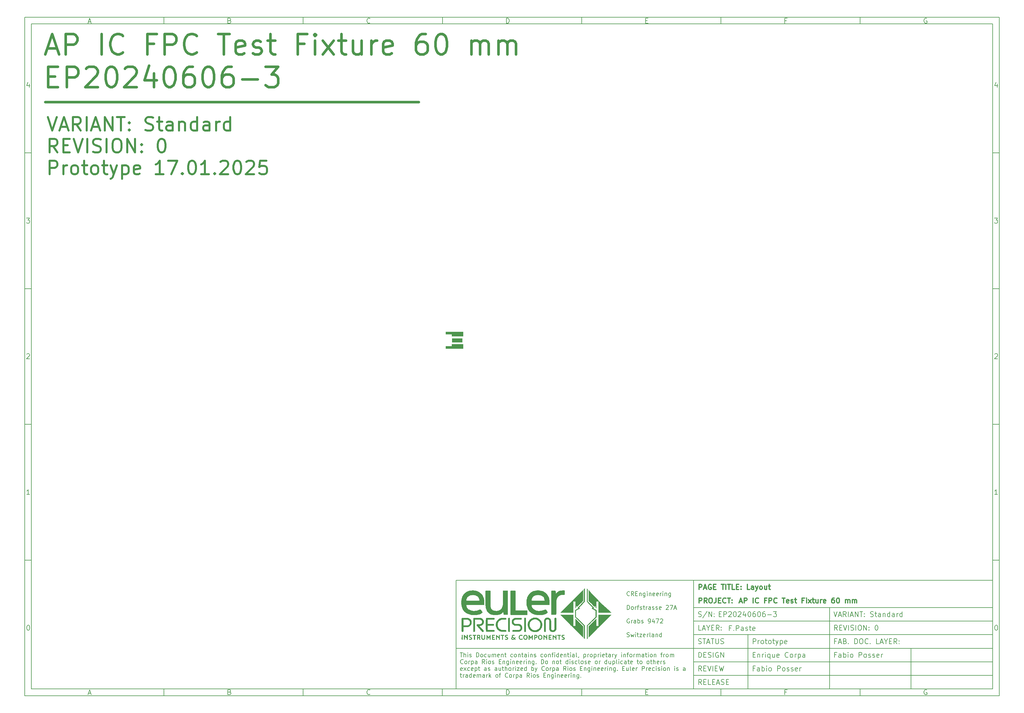
<source format=gbr>
%TF.GenerationSoftware,KiCad,Pcbnew,8.0.7-1.fc41*%
%TF.CreationDate,2025-01-19T01:12:38+01:00*%
%TF.ProjectId,0100_COVERSHEET,30313030-5f43-44f5-9645-525348454554,0*%
%TF.SameCoordinates,Original*%
%TF.FileFunction,Paste,Top*%
%TF.FilePolarity,Positive*%
%FSLAX46Y46*%
G04 Gerber Fmt 4.6, Leading zero omitted, Abs format (unit mm)*
G04 Created by KiCad (PCBNEW 8.0.7-1.fc41) date 2025-01-19 01:12:38*
%MOMM*%
%LPD*%
G01*
G04 APERTURE LIST*
G04 Aperture macros list*
%AMFreePoly0*
4,1,7,1.655000,-0.675000,-1.655000,-0.675000,-1.655000,-0.085000,-3.455000,-0.085000,-3.455000,0.675000,1.655000,0.675000,1.655000,-0.675000,1.655000,-0.675000,$1*%
%AMFreePoly1*
4,1,9,1.655000,-0.675000,-1.655000,-0.675000,-1.655000,-0.665000,-3.455000,-0.665000,-3.455000,0.085000,-1.655000,0.085000,-1.655000,0.675000,1.655000,0.675000,1.655000,-0.675000,1.655000,-0.675000,$1*%
G04 Aperture macros list end*
%ADD10C,0.100000*%
%ADD11C,0.150000*%
%ADD12C,0.300000*%
%ADD13C,0.750000*%
%ADD14C,0.600000*%
%ADD15C,0.000001*%
%ADD16C,0.200000*%
%ADD17R,3.100000X1.160000*%
%ADD18FreePoly0,0.000000*%
%ADD19FreePoly1,0.000000*%
G04 APERTURE END LIST*
D10*
D11*
X7000000Y-203000000D02*
X290000000Y-203000000D01*
X290000000Y-7000000D01*
X7000000Y-7000000D01*
X7000000Y-203000000D01*
D10*
D11*
X132000000Y-171000000D02*
X290000000Y-171000000D01*
X290000000Y-203000000D01*
X132000000Y-203000000D01*
X132000000Y-171000000D01*
D10*
D11*
X202000000Y-203000000D02*
X202000000Y-171000000D01*
D10*
D11*
X290000000Y-199000000D02*
X202000000Y-199000000D01*
D10*
D11*
X290000000Y-195000000D02*
X202000000Y-195000000D01*
D10*
D11*
X290000000Y-191000000D02*
X201000000Y-191000000D01*
D10*
D11*
X290000000Y-187000000D02*
X202000000Y-187000000D01*
D10*
D11*
X290000000Y-183000000D02*
X202000000Y-183000000D01*
D10*
D11*
X290000000Y-179000000D02*
X202000000Y-179000000D01*
D10*
D11*
X266000000Y-203000000D02*
X266000000Y-191000000D01*
D10*
D11*
X242000000Y-203000000D02*
X242000000Y-179000000D01*
D10*
D11*
X218000000Y-203000000D02*
X218000000Y-187000000D01*
D10*
D12*
X203556710Y-173685528D02*
X203556710Y-172185528D01*
X203556710Y-172185528D02*
X204128139Y-172185528D01*
X204128139Y-172185528D02*
X204270996Y-172256957D01*
X204270996Y-172256957D02*
X204342425Y-172328385D01*
X204342425Y-172328385D02*
X204413853Y-172471242D01*
X204413853Y-172471242D02*
X204413853Y-172685528D01*
X204413853Y-172685528D02*
X204342425Y-172828385D01*
X204342425Y-172828385D02*
X204270996Y-172899814D01*
X204270996Y-172899814D02*
X204128139Y-172971242D01*
X204128139Y-172971242D02*
X203556710Y-172971242D01*
X204985282Y-173256957D02*
X205699568Y-173256957D01*
X204842425Y-173685528D02*
X205342425Y-172185528D01*
X205342425Y-172185528D02*
X205842425Y-173685528D01*
X207128139Y-172256957D02*
X206985282Y-172185528D01*
X206985282Y-172185528D02*
X206770996Y-172185528D01*
X206770996Y-172185528D02*
X206556710Y-172256957D01*
X206556710Y-172256957D02*
X206413853Y-172399814D01*
X206413853Y-172399814D02*
X206342424Y-172542671D01*
X206342424Y-172542671D02*
X206270996Y-172828385D01*
X206270996Y-172828385D02*
X206270996Y-173042671D01*
X206270996Y-173042671D02*
X206342424Y-173328385D01*
X206342424Y-173328385D02*
X206413853Y-173471242D01*
X206413853Y-173471242D02*
X206556710Y-173614100D01*
X206556710Y-173614100D02*
X206770996Y-173685528D01*
X206770996Y-173685528D02*
X206913853Y-173685528D01*
X206913853Y-173685528D02*
X207128139Y-173614100D01*
X207128139Y-173614100D02*
X207199567Y-173542671D01*
X207199567Y-173542671D02*
X207199567Y-173042671D01*
X207199567Y-173042671D02*
X206913853Y-173042671D01*
X207842424Y-172899814D02*
X208342424Y-172899814D01*
X208556710Y-173685528D02*
X207842424Y-173685528D01*
X207842424Y-173685528D02*
X207842424Y-172185528D01*
X207842424Y-172185528D02*
X208556710Y-172185528D01*
X210128139Y-172185528D02*
X210985282Y-172185528D01*
X210556710Y-173685528D02*
X210556710Y-172185528D01*
X211485281Y-173685528D02*
X211485281Y-172185528D01*
X211985282Y-172185528D02*
X212842425Y-172185528D01*
X212413853Y-173685528D02*
X212413853Y-172185528D01*
X214056710Y-173685528D02*
X213342424Y-173685528D01*
X213342424Y-173685528D02*
X213342424Y-172185528D01*
X214556710Y-172899814D02*
X215056710Y-172899814D01*
X215270996Y-173685528D02*
X214556710Y-173685528D01*
X214556710Y-173685528D02*
X214556710Y-172185528D01*
X214556710Y-172185528D02*
X215270996Y-172185528D01*
X215913853Y-173542671D02*
X215985282Y-173614100D01*
X215985282Y-173614100D02*
X215913853Y-173685528D01*
X215913853Y-173685528D02*
X215842425Y-173614100D01*
X215842425Y-173614100D02*
X215913853Y-173542671D01*
X215913853Y-173542671D02*
X215913853Y-173685528D01*
X215913853Y-172756957D02*
X215985282Y-172828385D01*
X215985282Y-172828385D02*
X215913853Y-172899814D01*
X215913853Y-172899814D02*
X215842425Y-172828385D01*
X215842425Y-172828385D02*
X215913853Y-172756957D01*
X215913853Y-172756957D02*
X215913853Y-172899814D01*
X218485282Y-173685528D02*
X217770996Y-173685528D01*
X217770996Y-173685528D02*
X217770996Y-172185528D01*
X219628140Y-173685528D02*
X219628140Y-172899814D01*
X219628140Y-172899814D02*
X219556711Y-172756957D01*
X219556711Y-172756957D02*
X219413854Y-172685528D01*
X219413854Y-172685528D02*
X219128140Y-172685528D01*
X219128140Y-172685528D02*
X218985282Y-172756957D01*
X219628140Y-173614100D02*
X219485282Y-173685528D01*
X219485282Y-173685528D02*
X219128140Y-173685528D01*
X219128140Y-173685528D02*
X218985282Y-173614100D01*
X218985282Y-173614100D02*
X218913854Y-173471242D01*
X218913854Y-173471242D02*
X218913854Y-173328385D01*
X218913854Y-173328385D02*
X218985282Y-173185528D01*
X218985282Y-173185528D02*
X219128140Y-173114100D01*
X219128140Y-173114100D02*
X219485282Y-173114100D01*
X219485282Y-173114100D02*
X219628140Y-173042671D01*
X220199568Y-172685528D02*
X220556711Y-173685528D01*
X220913854Y-172685528D02*
X220556711Y-173685528D01*
X220556711Y-173685528D02*
X220413854Y-174042671D01*
X220413854Y-174042671D02*
X220342425Y-174114100D01*
X220342425Y-174114100D02*
X220199568Y-174185528D01*
X221699568Y-173685528D02*
X221556711Y-173614100D01*
X221556711Y-173614100D02*
X221485282Y-173542671D01*
X221485282Y-173542671D02*
X221413854Y-173399814D01*
X221413854Y-173399814D02*
X221413854Y-172971242D01*
X221413854Y-172971242D02*
X221485282Y-172828385D01*
X221485282Y-172828385D02*
X221556711Y-172756957D01*
X221556711Y-172756957D02*
X221699568Y-172685528D01*
X221699568Y-172685528D02*
X221913854Y-172685528D01*
X221913854Y-172685528D02*
X222056711Y-172756957D01*
X222056711Y-172756957D02*
X222128140Y-172828385D01*
X222128140Y-172828385D02*
X222199568Y-172971242D01*
X222199568Y-172971242D02*
X222199568Y-173399814D01*
X222199568Y-173399814D02*
X222128140Y-173542671D01*
X222128140Y-173542671D02*
X222056711Y-173614100D01*
X222056711Y-173614100D02*
X221913854Y-173685528D01*
X221913854Y-173685528D02*
X221699568Y-173685528D01*
X223485283Y-172685528D02*
X223485283Y-173685528D01*
X222842425Y-172685528D02*
X222842425Y-173471242D01*
X222842425Y-173471242D02*
X222913854Y-173614100D01*
X222913854Y-173614100D02*
X223056711Y-173685528D01*
X223056711Y-173685528D02*
X223270997Y-173685528D01*
X223270997Y-173685528D02*
X223413854Y-173614100D01*
X223413854Y-173614100D02*
X223485283Y-173542671D01*
X223985283Y-172685528D02*
X224556711Y-172685528D01*
X224199568Y-172185528D02*
X224199568Y-173471242D01*
X224199568Y-173471242D02*
X224270997Y-173614100D01*
X224270997Y-173614100D02*
X224413854Y-173685528D01*
X224413854Y-173685528D02*
X224556711Y-173685528D01*
D10*
D11*
X201000000Y-191000000D02*
X132000000Y-191000000D01*
D10*
D12*
X203554510Y-177678328D02*
X203554510Y-176178328D01*
X203554510Y-176178328D02*
X204125939Y-176178328D01*
X204125939Y-176178328D02*
X204268796Y-176249757D01*
X204268796Y-176249757D02*
X204340225Y-176321185D01*
X204340225Y-176321185D02*
X204411653Y-176464042D01*
X204411653Y-176464042D02*
X204411653Y-176678328D01*
X204411653Y-176678328D02*
X204340225Y-176821185D01*
X204340225Y-176821185D02*
X204268796Y-176892614D01*
X204268796Y-176892614D02*
X204125939Y-176964042D01*
X204125939Y-176964042D02*
X203554510Y-176964042D01*
X205911653Y-177678328D02*
X205411653Y-176964042D01*
X205054510Y-177678328D02*
X205054510Y-176178328D01*
X205054510Y-176178328D02*
X205625939Y-176178328D01*
X205625939Y-176178328D02*
X205768796Y-176249757D01*
X205768796Y-176249757D02*
X205840225Y-176321185D01*
X205840225Y-176321185D02*
X205911653Y-176464042D01*
X205911653Y-176464042D02*
X205911653Y-176678328D01*
X205911653Y-176678328D02*
X205840225Y-176821185D01*
X205840225Y-176821185D02*
X205768796Y-176892614D01*
X205768796Y-176892614D02*
X205625939Y-176964042D01*
X205625939Y-176964042D02*
X205054510Y-176964042D01*
X206840225Y-176178328D02*
X207125939Y-176178328D01*
X207125939Y-176178328D02*
X207268796Y-176249757D01*
X207268796Y-176249757D02*
X207411653Y-176392614D01*
X207411653Y-176392614D02*
X207483082Y-176678328D01*
X207483082Y-176678328D02*
X207483082Y-177178328D01*
X207483082Y-177178328D02*
X207411653Y-177464042D01*
X207411653Y-177464042D02*
X207268796Y-177606900D01*
X207268796Y-177606900D02*
X207125939Y-177678328D01*
X207125939Y-177678328D02*
X206840225Y-177678328D01*
X206840225Y-177678328D02*
X206697368Y-177606900D01*
X206697368Y-177606900D02*
X206554510Y-177464042D01*
X206554510Y-177464042D02*
X206483082Y-177178328D01*
X206483082Y-177178328D02*
X206483082Y-176678328D01*
X206483082Y-176678328D02*
X206554510Y-176392614D01*
X206554510Y-176392614D02*
X206697368Y-176249757D01*
X206697368Y-176249757D02*
X206840225Y-176178328D01*
X208554511Y-176178328D02*
X208554511Y-177249757D01*
X208554511Y-177249757D02*
X208483082Y-177464042D01*
X208483082Y-177464042D02*
X208340225Y-177606900D01*
X208340225Y-177606900D02*
X208125939Y-177678328D01*
X208125939Y-177678328D02*
X207983082Y-177678328D01*
X209268796Y-176892614D02*
X209768796Y-176892614D01*
X209983082Y-177678328D02*
X209268796Y-177678328D01*
X209268796Y-177678328D02*
X209268796Y-176178328D01*
X209268796Y-176178328D02*
X209983082Y-176178328D01*
X211483082Y-177535471D02*
X211411654Y-177606900D01*
X211411654Y-177606900D02*
X211197368Y-177678328D01*
X211197368Y-177678328D02*
X211054511Y-177678328D01*
X211054511Y-177678328D02*
X210840225Y-177606900D01*
X210840225Y-177606900D02*
X210697368Y-177464042D01*
X210697368Y-177464042D02*
X210625939Y-177321185D01*
X210625939Y-177321185D02*
X210554511Y-177035471D01*
X210554511Y-177035471D02*
X210554511Y-176821185D01*
X210554511Y-176821185D02*
X210625939Y-176535471D01*
X210625939Y-176535471D02*
X210697368Y-176392614D01*
X210697368Y-176392614D02*
X210840225Y-176249757D01*
X210840225Y-176249757D02*
X211054511Y-176178328D01*
X211054511Y-176178328D02*
X211197368Y-176178328D01*
X211197368Y-176178328D02*
X211411654Y-176249757D01*
X211411654Y-176249757D02*
X211483082Y-176321185D01*
X211911654Y-176178328D02*
X212768797Y-176178328D01*
X212340225Y-177678328D02*
X212340225Y-176178328D01*
X213268796Y-177535471D02*
X213340225Y-177606900D01*
X213340225Y-177606900D02*
X213268796Y-177678328D01*
X213268796Y-177678328D02*
X213197368Y-177606900D01*
X213197368Y-177606900D02*
X213268796Y-177535471D01*
X213268796Y-177535471D02*
X213268796Y-177678328D01*
X213268796Y-176749757D02*
X213340225Y-176821185D01*
X213340225Y-176821185D02*
X213268796Y-176892614D01*
X213268796Y-176892614D02*
X213197368Y-176821185D01*
X213197368Y-176821185D02*
X213268796Y-176749757D01*
X213268796Y-176749757D02*
X213268796Y-176892614D01*
D10*
D11*
X203384398Y-181614700D02*
X203598684Y-181686128D01*
X203598684Y-181686128D02*
X203955826Y-181686128D01*
X203955826Y-181686128D02*
X204098684Y-181614700D01*
X204098684Y-181614700D02*
X204170112Y-181543271D01*
X204170112Y-181543271D02*
X204241541Y-181400414D01*
X204241541Y-181400414D02*
X204241541Y-181257557D01*
X204241541Y-181257557D02*
X204170112Y-181114700D01*
X204170112Y-181114700D02*
X204098684Y-181043271D01*
X204098684Y-181043271D02*
X203955826Y-180971842D01*
X203955826Y-180971842D02*
X203670112Y-180900414D01*
X203670112Y-180900414D02*
X203527255Y-180828985D01*
X203527255Y-180828985D02*
X203455826Y-180757557D01*
X203455826Y-180757557D02*
X203384398Y-180614700D01*
X203384398Y-180614700D02*
X203384398Y-180471842D01*
X203384398Y-180471842D02*
X203455826Y-180328985D01*
X203455826Y-180328985D02*
X203527255Y-180257557D01*
X203527255Y-180257557D02*
X203670112Y-180186128D01*
X203670112Y-180186128D02*
X204027255Y-180186128D01*
X204027255Y-180186128D02*
X204241541Y-180257557D01*
X205955826Y-180114700D02*
X204670112Y-182043271D01*
X206455826Y-181686128D02*
X206455826Y-180186128D01*
X206455826Y-180186128D02*
X207312969Y-181686128D01*
X207312969Y-181686128D02*
X207312969Y-180186128D01*
X208027255Y-181543271D02*
X208098684Y-181614700D01*
X208098684Y-181614700D02*
X208027255Y-181686128D01*
X208027255Y-181686128D02*
X207955827Y-181614700D01*
X207955827Y-181614700D02*
X208027255Y-181543271D01*
X208027255Y-181543271D02*
X208027255Y-181686128D01*
X208027255Y-180757557D02*
X208098684Y-180828985D01*
X208098684Y-180828985D02*
X208027255Y-180900414D01*
X208027255Y-180900414D02*
X207955827Y-180828985D01*
X207955827Y-180828985D02*
X208027255Y-180757557D01*
X208027255Y-180757557D02*
X208027255Y-180900414D01*
D10*
D11*
X203455826Y-193686128D02*
X203455826Y-192186128D01*
X203455826Y-192186128D02*
X203812969Y-192186128D01*
X203812969Y-192186128D02*
X204027255Y-192257557D01*
X204027255Y-192257557D02*
X204170112Y-192400414D01*
X204170112Y-192400414D02*
X204241541Y-192543271D01*
X204241541Y-192543271D02*
X204312969Y-192828985D01*
X204312969Y-192828985D02*
X204312969Y-193043271D01*
X204312969Y-193043271D02*
X204241541Y-193328985D01*
X204241541Y-193328985D02*
X204170112Y-193471842D01*
X204170112Y-193471842D02*
X204027255Y-193614700D01*
X204027255Y-193614700D02*
X203812969Y-193686128D01*
X203812969Y-193686128D02*
X203455826Y-193686128D01*
X204955826Y-192900414D02*
X205455826Y-192900414D01*
X205670112Y-193686128D02*
X204955826Y-193686128D01*
X204955826Y-193686128D02*
X204955826Y-192186128D01*
X204955826Y-192186128D02*
X205670112Y-192186128D01*
X206241541Y-193614700D02*
X206455827Y-193686128D01*
X206455827Y-193686128D02*
X206812969Y-193686128D01*
X206812969Y-193686128D02*
X206955827Y-193614700D01*
X206955827Y-193614700D02*
X207027255Y-193543271D01*
X207027255Y-193543271D02*
X207098684Y-193400414D01*
X207098684Y-193400414D02*
X207098684Y-193257557D01*
X207098684Y-193257557D02*
X207027255Y-193114700D01*
X207027255Y-193114700D02*
X206955827Y-193043271D01*
X206955827Y-193043271D02*
X206812969Y-192971842D01*
X206812969Y-192971842D02*
X206527255Y-192900414D01*
X206527255Y-192900414D02*
X206384398Y-192828985D01*
X206384398Y-192828985D02*
X206312969Y-192757557D01*
X206312969Y-192757557D02*
X206241541Y-192614700D01*
X206241541Y-192614700D02*
X206241541Y-192471842D01*
X206241541Y-192471842D02*
X206312969Y-192328985D01*
X206312969Y-192328985D02*
X206384398Y-192257557D01*
X206384398Y-192257557D02*
X206527255Y-192186128D01*
X206527255Y-192186128D02*
X206884398Y-192186128D01*
X206884398Y-192186128D02*
X207098684Y-192257557D01*
X207741540Y-193686128D02*
X207741540Y-192186128D01*
X209241541Y-192257557D02*
X209098684Y-192186128D01*
X209098684Y-192186128D02*
X208884398Y-192186128D01*
X208884398Y-192186128D02*
X208670112Y-192257557D01*
X208670112Y-192257557D02*
X208527255Y-192400414D01*
X208527255Y-192400414D02*
X208455826Y-192543271D01*
X208455826Y-192543271D02*
X208384398Y-192828985D01*
X208384398Y-192828985D02*
X208384398Y-193043271D01*
X208384398Y-193043271D02*
X208455826Y-193328985D01*
X208455826Y-193328985D02*
X208527255Y-193471842D01*
X208527255Y-193471842D02*
X208670112Y-193614700D01*
X208670112Y-193614700D02*
X208884398Y-193686128D01*
X208884398Y-193686128D02*
X209027255Y-193686128D01*
X209027255Y-193686128D02*
X209241541Y-193614700D01*
X209241541Y-193614700D02*
X209312969Y-193543271D01*
X209312969Y-193543271D02*
X209312969Y-193043271D01*
X209312969Y-193043271D02*
X209027255Y-193043271D01*
X209955826Y-193686128D02*
X209955826Y-192186128D01*
X209955826Y-192186128D02*
X210812969Y-193686128D01*
X210812969Y-193686128D02*
X210812969Y-192186128D01*
D10*
D11*
X204312969Y-197686128D02*
X203812969Y-196971842D01*
X203455826Y-197686128D02*
X203455826Y-196186128D01*
X203455826Y-196186128D02*
X204027255Y-196186128D01*
X204027255Y-196186128D02*
X204170112Y-196257557D01*
X204170112Y-196257557D02*
X204241541Y-196328985D01*
X204241541Y-196328985D02*
X204312969Y-196471842D01*
X204312969Y-196471842D02*
X204312969Y-196686128D01*
X204312969Y-196686128D02*
X204241541Y-196828985D01*
X204241541Y-196828985D02*
X204170112Y-196900414D01*
X204170112Y-196900414D02*
X204027255Y-196971842D01*
X204027255Y-196971842D02*
X203455826Y-196971842D01*
X204955826Y-196900414D02*
X205455826Y-196900414D01*
X205670112Y-197686128D02*
X204955826Y-197686128D01*
X204955826Y-197686128D02*
X204955826Y-196186128D01*
X204955826Y-196186128D02*
X205670112Y-196186128D01*
X206098684Y-196186128D02*
X206598684Y-197686128D01*
X206598684Y-197686128D02*
X207098684Y-196186128D01*
X207598683Y-197686128D02*
X207598683Y-196186128D01*
X208312969Y-196900414D02*
X208812969Y-196900414D01*
X209027255Y-197686128D02*
X208312969Y-197686128D01*
X208312969Y-197686128D02*
X208312969Y-196186128D01*
X208312969Y-196186128D02*
X209027255Y-196186128D01*
X209527255Y-196186128D02*
X209884398Y-197686128D01*
X209884398Y-197686128D02*
X210170112Y-196614700D01*
X210170112Y-196614700D02*
X210455827Y-197686128D01*
X210455827Y-197686128D02*
X210812970Y-196186128D01*
D10*
D11*
X204312969Y-201686128D02*
X203812969Y-200971842D01*
X203455826Y-201686128D02*
X203455826Y-200186128D01*
X203455826Y-200186128D02*
X204027255Y-200186128D01*
X204027255Y-200186128D02*
X204170112Y-200257557D01*
X204170112Y-200257557D02*
X204241541Y-200328985D01*
X204241541Y-200328985D02*
X204312969Y-200471842D01*
X204312969Y-200471842D02*
X204312969Y-200686128D01*
X204312969Y-200686128D02*
X204241541Y-200828985D01*
X204241541Y-200828985D02*
X204170112Y-200900414D01*
X204170112Y-200900414D02*
X204027255Y-200971842D01*
X204027255Y-200971842D02*
X203455826Y-200971842D01*
X204955826Y-200900414D02*
X205455826Y-200900414D01*
X205670112Y-201686128D02*
X204955826Y-201686128D01*
X204955826Y-201686128D02*
X204955826Y-200186128D01*
X204955826Y-200186128D02*
X205670112Y-200186128D01*
X207027255Y-201686128D02*
X206312969Y-201686128D01*
X206312969Y-201686128D02*
X206312969Y-200186128D01*
X207527255Y-200900414D02*
X208027255Y-200900414D01*
X208241541Y-201686128D02*
X207527255Y-201686128D01*
X207527255Y-201686128D02*
X207527255Y-200186128D01*
X207527255Y-200186128D02*
X208241541Y-200186128D01*
X208812970Y-201257557D02*
X209527256Y-201257557D01*
X208670113Y-201686128D02*
X209170113Y-200186128D01*
X209170113Y-200186128D02*
X209670113Y-201686128D01*
X210098684Y-201614700D02*
X210312970Y-201686128D01*
X210312970Y-201686128D02*
X210670112Y-201686128D01*
X210670112Y-201686128D02*
X210812970Y-201614700D01*
X210812970Y-201614700D02*
X210884398Y-201543271D01*
X210884398Y-201543271D02*
X210955827Y-201400414D01*
X210955827Y-201400414D02*
X210955827Y-201257557D01*
X210955827Y-201257557D02*
X210884398Y-201114700D01*
X210884398Y-201114700D02*
X210812970Y-201043271D01*
X210812970Y-201043271D02*
X210670112Y-200971842D01*
X210670112Y-200971842D02*
X210384398Y-200900414D01*
X210384398Y-200900414D02*
X210241541Y-200828985D01*
X210241541Y-200828985D02*
X210170112Y-200757557D01*
X210170112Y-200757557D02*
X210098684Y-200614700D01*
X210098684Y-200614700D02*
X210098684Y-200471842D01*
X210098684Y-200471842D02*
X210170112Y-200328985D01*
X210170112Y-200328985D02*
X210241541Y-200257557D01*
X210241541Y-200257557D02*
X210384398Y-200186128D01*
X210384398Y-200186128D02*
X210741541Y-200186128D01*
X210741541Y-200186128D02*
X210955827Y-200257557D01*
X211598683Y-200900414D02*
X212098683Y-200900414D01*
X212312969Y-201686128D02*
X211598683Y-201686128D01*
X211598683Y-201686128D02*
X211598683Y-200186128D01*
X211598683Y-200186128D02*
X212312969Y-200186128D01*
D10*
D11*
X243241541Y-180186128D02*
X243741541Y-181686128D01*
X243741541Y-181686128D02*
X244241541Y-180186128D01*
X244670112Y-181257557D02*
X245384398Y-181257557D01*
X244527255Y-181686128D02*
X245027255Y-180186128D01*
X245027255Y-180186128D02*
X245527255Y-181686128D01*
X246884397Y-181686128D02*
X246384397Y-180971842D01*
X246027254Y-181686128D02*
X246027254Y-180186128D01*
X246027254Y-180186128D02*
X246598683Y-180186128D01*
X246598683Y-180186128D02*
X246741540Y-180257557D01*
X246741540Y-180257557D02*
X246812969Y-180328985D01*
X246812969Y-180328985D02*
X246884397Y-180471842D01*
X246884397Y-180471842D02*
X246884397Y-180686128D01*
X246884397Y-180686128D02*
X246812969Y-180828985D01*
X246812969Y-180828985D02*
X246741540Y-180900414D01*
X246741540Y-180900414D02*
X246598683Y-180971842D01*
X246598683Y-180971842D02*
X246027254Y-180971842D01*
X247527254Y-181686128D02*
X247527254Y-180186128D01*
X248170112Y-181257557D02*
X248884398Y-181257557D01*
X248027255Y-181686128D02*
X248527255Y-180186128D01*
X248527255Y-180186128D02*
X249027255Y-181686128D01*
X249527254Y-181686128D02*
X249527254Y-180186128D01*
X249527254Y-180186128D02*
X250384397Y-181686128D01*
X250384397Y-181686128D02*
X250384397Y-180186128D01*
X250884398Y-180186128D02*
X251741541Y-180186128D01*
X251312969Y-181686128D02*
X251312969Y-180186128D01*
X252241540Y-181543271D02*
X252312969Y-181614700D01*
X252312969Y-181614700D02*
X252241540Y-181686128D01*
X252241540Y-181686128D02*
X252170112Y-181614700D01*
X252170112Y-181614700D02*
X252241540Y-181543271D01*
X252241540Y-181543271D02*
X252241540Y-181686128D01*
X252241540Y-180757557D02*
X252312969Y-180828985D01*
X252312969Y-180828985D02*
X252241540Y-180900414D01*
X252241540Y-180900414D02*
X252170112Y-180828985D01*
X252170112Y-180828985D02*
X252241540Y-180757557D01*
X252241540Y-180757557D02*
X252241540Y-180900414D01*
X254027255Y-181614700D02*
X254241541Y-181686128D01*
X254241541Y-181686128D02*
X254598683Y-181686128D01*
X254598683Y-181686128D02*
X254741541Y-181614700D01*
X254741541Y-181614700D02*
X254812969Y-181543271D01*
X254812969Y-181543271D02*
X254884398Y-181400414D01*
X254884398Y-181400414D02*
X254884398Y-181257557D01*
X254884398Y-181257557D02*
X254812969Y-181114700D01*
X254812969Y-181114700D02*
X254741541Y-181043271D01*
X254741541Y-181043271D02*
X254598683Y-180971842D01*
X254598683Y-180971842D02*
X254312969Y-180900414D01*
X254312969Y-180900414D02*
X254170112Y-180828985D01*
X254170112Y-180828985D02*
X254098683Y-180757557D01*
X254098683Y-180757557D02*
X254027255Y-180614700D01*
X254027255Y-180614700D02*
X254027255Y-180471842D01*
X254027255Y-180471842D02*
X254098683Y-180328985D01*
X254098683Y-180328985D02*
X254170112Y-180257557D01*
X254170112Y-180257557D02*
X254312969Y-180186128D01*
X254312969Y-180186128D02*
X254670112Y-180186128D01*
X254670112Y-180186128D02*
X254884398Y-180257557D01*
X255312969Y-180686128D02*
X255884397Y-180686128D01*
X255527254Y-180186128D02*
X255527254Y-181471842D01*
X255527254Y-181471842D02*
X255598683Y-181614700D01*
X255598683Y-181614700D02*
X255741540Y-181686128D01*
X255741540Y-181686128D02*
X255884397Y-181686128D01*
X257027255Y-181686128D02*
X257027255Y-180900414D01*
X257027255Y-180900414D02*
X256955826Y-180757557D01*
X256955826Y-180757557D02*
X256812969Y-180686128D01*
X256812969Y-180686128D02*
X256527255Y-180686128D01*
X256527255Y-180686128D02*
X256384397Y-180757557D01*
X257027255Y-181614700D02*
X256884397Y-181686128D01*
X256884397Y-181686128D02*
X256527255Y-181686128D01*
X256527255Y-181686128D02*
X256384397Y-181614700D01*
X256384397Y-181614700D02*
X256312969Y-181471842D01*
X256312969Y-181471842D02*
X256312969Y-181328985D01*
X256312969Y-181328985D02*
X256384397Y-181186128D01*
X256384397Y-181186128D02*
X256527255Y-181114700D01*
X256527255Y-181114700D02*
X256884397Y-181114700D01*
X256884397Y-181114700D02*
X257027255Y-181043271D01*
X257741540Y-180686128D02*
X257741540Y-181686128D01*
X257741540Y-180828985D02*
X257812969Y-180757557D01*
X257812969Y-180757557D02*
X257955826Y-180686128D01*
X257955826Y-180686128D02*
X258170112Y-180686128D01*
X258170112Y-180686128D02*
X258312969Y-180757557D01*
X258312969Y-180757557D02*
X258384398Y-180900414D01*
X258384398Y-180900414D02*
X258384398Y-181686128D01*
X259741541Y-181686128D02*
X259741541Y-180186128D01*
X259741541Y-181614700D02*
X259598683Y-181686128D01*
X259598683Y-181686128D02*
X259312969Y-181686128D01*
X259312969Y-181686128D02*
X259170112Y-181614700D01*
X259170112Y-181614700D02*
X259098683Y-181543271D01*
X259098683Y-181543271D02*
X259027255Y-181400414D01*
X259027255Y-181400414D02*
X259027255Y-180971842D01*
X259027255Y-180971842D02*
X259098683Y-180828985D01*
X259098683Y-180828985D02*
X259170112Y-180757557D01*
X259170112Y-180757557D02*
X259312969Y-180686128D01*
X259312969Y-180686128D02*
X259598683Y-180686128D01*
X259598683Y-180686128D02*
X259741541Y-180757557D01*
X261098684Y-181686128D02*
X261098684Y-180900414D01*
X261098684Y-180900414D02*
X261027255Y-180757557D01*
X261027255Y-180757557D02*
X260884398Y-180686128D01*
X260884398Y-180686128D02*
X260598684Y-180686128D01*
X260598684Y-180686128D02*
X260455826Y-180757557D01*
X261098684Y-181614700D02*
X260955826Y-181686128D01*
X260955826Y-181686128D02*
X260598684Y-181686128D01*
X260598684Y-181686128D02*
X260455826Y-181614700D01*
X260455826Y-181614700D02*
X260384398Y-181471842D01*
X260384398Y-181471842D02*
X260384398Y-181328985D01*
X260384398Y-181328985D02*
X260455826Y-181186128D01*
X260455826Y-181186128D02*
X260598684Y-181114700D01*
X260598684Y-181114700D02*
X260955826Y-181114700D01*
X260955826Y-181114700D02*
X261098684Y-181043271D01*
X261812969Y-181686128D02*
X261812969Y-180686128D01*
X261812969Y-180971842D02*
X261884398Y-180828985D01*
X261884398Y-180828985D02*
X261955827Y-180757557D01*
X261955827Y-180757557D02*
X262098684Y-180686128D01*
X262098684Y-180686128D02*
X262241541Y-180686128D01*
X263384398Y-181686128D02*
X263384398Y-180186128D01*
X263384398Y-181614700D02*
X263241540Y-181686128D01*
X263241540Y-181686128D02*
X262955826Y-181686128D01*
X262955826Y-181686128D02*
X262812969Y-181614700D01*
X262812969Y-181614700D02*
X262741540Y-181543271D01*
X262741540Y-181543271D02*
X262670112Y-181400414D01*
X262670112Y-181400414D02*
X262670112Y-180971842D01*
X262670112Y-180971842D02*
X262741540Y-180828985D01*
X262741540Y-180828985D02*
X262812969Y-180757557D01*
X262812969Y-180757557D02*
X262955826Y-180686128D01*
X262955826Y-180686128D02*
X263241540Y-180686128D01*
X263241540Y-180686128D02*
X263384398Y-180757557D01*
D10*
D11*
X244312969Y-185686128D02*
X243812969Y-184971842D01*
X243455826Y-185686128D02*
X243455826Y-184186128D01*
X243455826Y-184186128D02*
X244027255Y-184186128D01*
X244027255Y-184186128D02*
X244170112Y-184257557D01*
X244170112Y-184257557D02*
X244241541Y-184328985D01*
X244241541Y-184328985D02*
X244312969Y-184471842D01*
X244312969Y-184471842D02*
X244312969Y-184686128D01*
X244312969Y-184686128D02*
X244241541Y-184828985D01*
X244241541Y-184828985D02*
X244170112Y-184900414D01*
X244170112Y-184900414D02*
X244027255Y-184971842D01*
X244027255Y-184971842D02*
X243455826Y-184971842D01*
X244955826Y-184900414D02*
X245455826Y-184900414D01*
X245670112Y-185686128D02*
X244955826Y-185686128D01*
X244955826Y-185686128D02*
X244955826Y-184186128D01*
X244955826Y-184186128D02*
X245670112Y-184186128D01*
X246098684Y-184186128D02*
X246598684Y-185686128D01*
X246598684Y-185686128D02*
X247098684Y-184186128D01*
X247598683Y-185686128D02*
X247598683Y-184186128D01*
X248241541Y-185614700D02*
X248455827Y-185686128D01*
X248455827Y-185686128D02*
X248812969Y-185686128D01*
X248812969Y-185686128D02*
X248955827Y-185614700D01*
X248955827Y-185614700D02*
X249027255Y-185543271D01*
X249027255Y-185543271D02*
X249098684Y-185400414D01*
X249098684Y-185400414D02*
X249098684Y-185257557D01*
X249098684Y-185257557D02*
X249027255Y-185114700D01*
X249027255Y-185114700D02*
X248955827Y-185043271D01*
X248955827Y-185043271D02*
X248812969Y-184971842D01*
X248812969Y-184971842D02*
X248527255Y-184900414D01*
X248527255Y-184900414D02*
X248384398Y-184828985D01*
X248384398Y-184828985D02*
X248312969Y-184757557D01*
X248312969Y-184757557D02*
X248241541Y-184614700D01*
X248241541Y-184614700D02*
X248241541Y-184471842D01*
X248241541Y-184471842D02*
X248312969Y-184328985D01*
X248312969Y-184328985D02*
X248384398Y-184257557D01*
X248384398Y-184257557D02*
X248527255Y-184186128D01*
X248527255Y-184186128D02*
X248884398Y-184186128D01*
X248884398Y-184186128D02*
X249098684Y-184257557D01*
X249741540Y-185686128D02*
X249741540Y-184186128D01*
X250741541Y-184186128D02*
X251027255Y-184186128D01*
X251027255Y-184186128D02*
X251170112Y-184257557D01*
X251170112Y-184257557D02*
X251312969Y-184400414D01*
X251312969Y-184400414D02*
X251384398Y-184686128D01*
X251384398Y-184686128D02*
X251384398Y-185186128D01*
X251384398Y-185186128D02*
X251312969Y-185471842D01*
X251312969Y-185471842D02*
X251170112Y-185614700D01*
X251170112Y-185614700D02*
X251027255Y-185686128D01*
X251027255Y-185686128D02*
X250741541Y-185686128D01*
X250741541Y-185686128D02*
X250598684Y-185614700D01*
X250598684Y-185614700D02*
X250455826Y-185471842D01*
X250455826Y-185471842D02*
X250384398Y-185186128D01*
X250384398Y-185186128D02*
X250384398Y-184686128D01*
X250384398Y-184686128D02*
X250455826Y-184400414D01*
X250455826Y-184400414D02*
X250598684Y-184257557D01*
X250598684Y-184257557D02*
X250741541Y-184186128D01*
X252027255Y-185686128D02*
X252027255Y-184186128D01*
X252027255Y-184186128D02*
X252884398Y-185686128D01*
X252884398Y-185686128D02*
X252884398Y-184186128D01*
X253598684Y-185543271D02*
X253670113Y-185614700D01*
X253670113Y-185614700D02*
X253598684Y-185686128D01*
X253598684Y-185686128D02*
X253527256Y-185614700D01*
X253527256Y-185614700D02*
X253598684Y-185543271D01*
X253598684Y-185543271D02*
X253598684Y-185686128D01*
X253598684Y-184757557D02*
X253670113Y-184828985D01*
X253670113Y-184828985D02*
X253598684Y-184900414D01*
X253598684Y-184900414D02*
X253527256Y-184828985D01*
X253527256Y-184828985D02*
X253598684Y-184757557D01*
X253598684Y-184757557D02*
X253598684Y-184900414D01*
X255741542Y-184186128D02*
X255884399Y-184186128D01*
X255884399Y-184186128D02*
X256027256Y-184257557D01*
X256027256Y-184257557D02*
X256098685Y-184328985D01*
X256098685Y-184328985D02*
X256170113Y-184471842D01*
X256170113Y-184471842D02*
X256241542Y-184757557D01*
X256241542Y-184757557D02*
X256241542Y-185114700D01*
X256241542Y-185114700D02*
X256170113Y-185400414D01*
X256170113Y-185400414D02*
X256098685Y-185543271D01*
X256098685Y-185543271D02*
X256027256Y-185614700D01*
X256027256Y-185614700D02*
X255884399Y-185686128D01*
X255884399Y-185686128D02*
X255741542Y-185686128D01*
X255741542Y-185686128D02*
X255598685Y-185614700D01*
X255598685Y-185614700D02*
X255527256Y-185543271D01*
X255527256Y-185543271D02*
X255455827Y-185400414D01*
X255455827Y-185400414D02*
X255384399Y-185114700D01*
X255384399Y-185114700D02*
X255384399Y-184757557D01*
X255384399Y-184757557D02*
X255455827Y-184471842D01*
X255455827Y-184471842D02*
X255527256Y-184328985D01*
X255527256Y-184328985D02*
X255598685Y-184257557D01*
X255598685Y-184257557D02*
X255741542Y-184186128D01*
D10*
D11*
X203384398Y-189614700D02*
X203598684Y-189686128D01*
X203598684Y-189686128D02*
X203955826Y-189686128D01*
X203955826Y-189686128D02*
X204098684Y-189614700D01*
X204098684Y-189614700D02*
X204170112Y-189543271D01*
X204170112Y-189543271D02*
X204241541Y-189400414D01*
X204241541Y-189400414D02*
X204241541Y-189257557D01*
X204241541Y-189257557D02*
X204170112Y-189114700D01*
X204170112Y-189114700D02*
X204098684Y-189043271D01*
X204098684Y-189043271D02*
X203955826Y-188971842D01*
X203955826Y-188971842D02*
X203670112Y-188900414D01*
X203670112Y-188900414D02*
X203527255Y-188828985D01*
X203527255Y-188828985D02*
X203455826Y-188757557D01*
X203455826Y-188757557D02*
X203384398Y-188614700D01*
X203384398Y-188614700D02*
X203384398Y-188471842D01*
X203384398Y-188471842D02*
X203455826Y-188328985D01*
X203455826Y-188328985D02*
X203527255Y-188257557D01*
X203527255Y-188257557D02*
X203670112Y-188186128D01*
X203670112Y-188186128D02*
X204027255Y-188186128D01*
X204027255Y-188186128D02*
X204241541Y-188257557D01*
X204670112Y-188186128D02*
X205527255Y-188186128D01*
X205098683Y-189686128D02*
X205098683Y-188186128D01*
X205955826Y-189257557D02*
X206670112Y-189257557D01*
X205812969Y-189686128D02*
X206312969Y-188186128D01*
X206312969Y-188186128D02*
X206812969Y-189686128D01*
X207098683Y-188186128D02*
X207955826Y-188186128D01*
X207527254Y-189686128D02*
X207527254Y-188186128D01*
X208455825Y-188186128D02*
X208455825Y-189400414D01*
X208455825Y-189400414D02*
X208527254Y-189543271D01*
X208527254Y-189543271D02*
X208598683Y-189614700D01*
X208598683Y-189614700D02*
X208741540Y-189686128D01*
X208741540Y-189686128D02*
X209027254Y-189686128D01*
X209027254Y-189686128D02*
X209170111Y-189614700D01*
X209170111Y-189614700D02*
X209241540Y-189543271D01*
X209241540Y-189543271D02*
X209312968Y-189400414D01*
X209312968Y-189400414D02*
X209312968Y-188186128D01*
X209955826Y-189614700D02*
X210170112Y-189686128D01*
X210170112Y-189686128D02*
X210527254Y-189686128D01*
X210527254Y-189686128D02*
X210670112Y-189614700D01*
X210670112Y-189614700D02*
X210741540Y-189543271D01*
X210741540Y-189543271D02*
X210812969Y-189400414D01*
X210812969Y-189400414D02*
X210812969Y-189257557D01*
X210812969Y-189257557D02*
X210741540Y-189114700D01*
X210741540Y-189114700D02*
X210670112Y-189043271D01*
X210670112Y-189043271D02*
X210527254Y-188971842D01*
X210527254Y-188971842D02*
X210241540Y-188900414D01*
X210241540Y-188900414D02*
X210098683Y-188828985D01*
X210098683Y-188828985D02*
X210027254Y-188757557D01*
X210027254Y-188757557D02*
X209955826Y-188614700D01*
X209955826Y-188614700D02*
X209955826Y-188471842D01*
X209955826Y-188471842D02*
X210027254Y-188328985D01*
X210027254Y-188328985D02*
X210098683Y-188257557D01*
X210098683Y-188257557D02*
X210241540Y-188186128D01*
X210241540Y-188186128D02*
X210598683Y-188186128D01*
X210598683Y-188186128D02*
X210812969Y-188257557D01*
D10*
D11*
X219455826Y-189686128D02*
X219455826Y-188186128D01*
X219455826Y-188186128D02*
X220027255Y-188186128D01*
X220027255Y-188186128D02*
X220170112Y-188257557D01*
X220170112Y-188257557D02*
X220241541Y-188328985D01*
X220241541Y-188328985D02*
X220312969Y-188471842D01*
X220312969Y-188471842D02*
X220312969Y-188686128D01*
X220312969Y-188686128D02*
X220241541Y-188828985D01*
X220241541Y-188828985D02*
X220170112Y-188900414D01*
X220170112Y-188900414D02*
X220027255Y-188971842D01*
X220027255Y-188971842D02*
X219455826Y-188971842D01*
X220955826Y-189686128D02*
X220955826Y-188686128D01*
X220955826Y-188971842D02*
X221027255Y-188828985D01*
X221027255Y-188828985D02*
X221098684Y-188757557D01*
X221098684Y-188757557D02*
X221241541Y-188686128D01*
X221241541Y-188686128D02*
X221384398Y-188686128D01*
X222098683Y-189686128D02*
X221955826Y-189614700D01*
X221955826Y-189614700D02*
X221884397Y-189543271D01*
X221884397Y-189543271D02*
X221812969Y-189400414D01*
X221812969Y-189400414D02*
X221812969Y-188971842D01*
X221812969Y-188971842D02*
X221884397Y-188828985D01*
X221884397Y-188828985D02*
X221955826Y-188757557D01*
X221955826Y-188757557D02*
X222098683Y-188686128D01*
X222098683Y-188686128D02*
X222312969Y-188686128D01*
X222312969Y-188686128D02*
X222455826Y-188757557D01*
X222455826Y-188757557D02*
X222527255Y-188828985D01*
X222527255Y-188828985D02*
X222598683Y-188971842D01*
X222598683Y-188971842D02*
X222598683Y-189400414D01*
X222598683Y-189400414D02*
X222527255Y-189543271D01*
X222527255Y-189543271D02*
X222455826Y-189614700D01*
X222455826Y-189614700D02*
X222312969Y-189686128D01*
X222312969Y-189686128D02*
X222098683Y-189686128D01*
X223027255Y-188686128D02*
X223598683Y-188686128D01*
X223241540Y-188186128D02*
X223241540Y-189471842D01*
X223241540Y-189471842D02*
X223312969Y-189614700D01*
X223312969Y-189614700D02*
X223455826Y-189686128D01*
X223455826Y-189686128D02*
X223598683Y-189686128D01*
X224312969Y-189686128D02*
X224170112Y-189614700D01*
X224170112Y-189614700D02*
X224098683Y-189543271D01*
X224098683Y-189543271D02*
X224027255Y-189400414D01*
X224027255Y-189400414D02*
X224027255Y-188971842D01*
X224027255Y-188971842D02*
X224098683Y-188828985D01*
X224098683Y-188828985D02*
X224170112Y-188757557D01*
X224170112Y-188757557D02*
X224312969Y-188686128D01*
X224312969Y-188686128D02*
X224527255Y-188686128D01*
X224527255Y-188686128D02*
X224670112Y-188757557D01*
X224670112Y-188757557D02*
X224741541Y-188828985D01*
X224741541Y-188828985D02*
X224812969Y-188971842D01*
X224812969Y-188971842D02*
X224812969Y-189400414D01*
X224812969Y-189400414D02*
X224741541Y-189543271D01*
X224741541Y-189543271D02*
X224670112Y-189614700D01*
X224670112Y-189614700D02*
X224527255Y-189686128D01*
X224527255Y-189686128D02*
X224312969Y-189686128D01*
X225241541Y-188686128D02*
X225812969Y-188686128D01*
X225455826Y-188186128D02*
X225455826Y-189471842D01*
X225455826Y-189471842D02*
X225527255Y-189614700D01*
X225527255Y-189614700D02*
X225670112Y-189686128D01*
X225670112Y-189686128D02*
X225812969Y-189686128D01*
X226170112Y-188686128D02*
X226527255Y-189686128D01*
X226884398Y-188686128D02*
X226527255Y-189686128D01*
X226527255Y-189686128D02*
X226384398Y-190043271D01*
X226384398Y-190043271D02*
X226312969Y-190114700D01*
X226312969Y-190114700D02*
X226170112Y-190186128D01*
X227455826Y-188686128D02*
X227455826Y-190186128D01*
X227455826Y-188757557D02*
X227598684Y-188686128D01*
X227598684Y-188686128D02*
X227884398Y-188686128D01*
X227884398Y-188686128D02*
X228027255Y-188757557D01*
X228027255Y-188757557D02*
X228098684Y-188828985D01*
X228098684Y-188828985D02*
X228170112Y-188971842D01*
X228170112Y-188971842D02*
X228170112Y-189400414D01*
X228170112Y-189400414D02*
X228098684Y-189543271D01*
X228098684Y-189543271D02*
X228027255Y-189614700D01*
X228027255Y-189614700D02*
X227884398Y-189686128D01*
X227884398Y-189686128D02*
X227598684Y-189686128D01*
X227598684Y-189686128D02*
X227455826Y-189614700D01*
X229384398Y-189614700D02*
X229241541Y-189686128D01*
X229241541Y-189686128D02*
X228955827Y-189686128D01*
X228955827Y-189686128D02*
X228812969Y-189614700D01*
X228812969Y-189614700D02*
X228741541Y-189471842D01*
X228741541Y-189471842D02*
X228741541Y-188900414D01*
X228741541Y-188900414D02*
X228812969Y-188757557D01*
X228812969Y-188757557D02*
X228955827Y-188686128D01*
X228955827Y-188686128D02*
X229241541Y-188686128D01*
X229241541Y-188686128D02*
X229384398Y-188757557D01*
X229384398Y-188757557D02*
X229455827Y-188900414D01*
X229455827Y-188900414D02*
X229455827Y-189043271D01*
X229455827Y-189043271D02*
X228741541Y-189186128D01*
D10*
D11*
X219955826Y-196900414D02*
X219455826Y-196900414D01*
X219455826Y-197686128D02*
X219455826Y-196186128D01*
X219455826Y-196186128D02*
X220170112Y-196186128D01*
X221384398Y-197686128D02*
X221384398Y-196900414D01*
X221384398Y-196900414D02*
X221312969Y-196757557D01*
X221312969Y-196757557D02*
X221170112Y-196686128D01*
X221170112Y-196686128D02*
X220884398Y-196686128D01*
X220884398Y-196686128D02*
X220741540Y-196757557D01*
X221384398Y-197614700D02*
X221241540Y-197686128D01*
X221241540Y-197686128D02*
X220884398Y-197686128D01*
X220884398Y-197686128D02*
X220741540Y-197614700D01*
X220741540Y-197614700D02*
X220670112Y-197471842D01*
X220670112Y-197471842D02*
X220670112Y-197328985D01*
X220670112Y-197328985D02*
X220741540Y-197186128D01*
X220741540Y-197186128D02*
X220884398Y-197114700D01*
X220884398Y-197114700D02*
X221241540Y-197114700D01*
X221241540Y-197114700D02*
X221384398Y-197043271D01*
X222098683Y-197686128D02*
X222098683Y-196186128D01*
X222098683Y-196757557D02*
X222241541Y-196686128D01*
X222241541Y-196686128D02*
X222527255Y-196686128D01*
X222527255Y-196686128D02*
X222670112Y-196757557D01*
X222670112Y-196757557D02*
X222741541Y-196828985D01*
X222741541Y-196828985D02*
X222812969Y-196971842D01*
X222812969Y-196971842D02*
X222812969Y-197400414D01*
X222812969Y-197400414D02*
X222741541Y-197543271D01*
X222741541Y-197543271D02*
X222670112Y-197614700D01*
X222670112Y-197614700D02*
X222527255Y-197686128D01*
X222527255Y-197686128D02*
X222241541Y-197686128D01*
X222241541Y-197686128D02*
X222098683Y-197614700D01*
X223455826Y-197686128D02*
X223455826Y-196686128D01*
X223455826Y-196186128D02*
X223384398Y-196257557D01*
X223384398Y-196257557D02*
X223455826Y-196328985D01*
X223455826Y-196328985D02*
X223527255Y-196257557D01*
X223527255Y-196257557D02*
X223455826Y-196186128D01*
X223455826Y-196186128D02*
X223455826Y-196328985D01*
X224384398Y-197686128D02*
X224241541Y-197614700D01*
X224241541Y-197614700D02*
X224170112Y-197543271D01*
X224170112Y-197543271D02*
X224098684Y-197400414D01*
X224098684Y-197400414D02*
X224098684Y-196971842D01*
X224098684Y-196971842D02*
X224170112Y-196828985D01*
X224170112Y-196828985D02*
X224241541Y-196757557D01*
X224241541Y-196757557D02*
X224384398Y-196686128D01*
X224384398Y-196686128D02*
X224598684Y-196686128D01*
X224598684Y-196686128D02*
X224741541Y-196757557D01*
X224741541Y-196757557D02*
X224812970Y-196828985D01*
X224812970Y-196828985D02*
X224884398Y-196971842D01*
X224884398Y-196971842D02*
X224884398Y-197400414D01*
X224884398Y-197400414D02*
X224812970Y-197543271D01*
X224812970Y-197543271D02*
X224741541Y-197614700D01*
X224741541Y-197614700D02*
X224598684Y-197686128D01*
X224598684Y-197686128D02*
X224384398Y-197686128D01*
X226670112Y-197686128D02*
X226670112Y-196186128D01*
X226670112Y-196186128D02*
X227241541Y-196186128D01*
X227241541Y-196186128D02*
X227384398Y-196257557D01*
X227384398Y-196257557D02*
X227455827Y-196328985D01*
X227455827Y-196328985D02*
X227527255Y-196471842D01*
X227527255Y-196471842D02*
X227527255Y-196686128D01*
X227527255Y-196686128D02*
X227455827Y-196828985D01*
X227455827Y-196828985D02*
X227384398Y-196900414D01*
X227384398Y-196900414D02*
X227241541Y-196971842D01*
X227241541Y-196971842D02*
X226670112Y-196971842D01*
X228384398Y-197686128D02*
X228241541Y-197614700D01*
X228241541Y-197614700D02*
X228170112Y-197543271D01*
X228170112Y-197543271D02*
X228098684Y-197400414D01*
X228098684Y-197400414D02*
X228098684Y-196971842D01*
X228098684Y-196971842D02*
X228170112Y-196828985D01*
X228170112Y-196828985D02*
X228241541Y-196757557D01*
X228241541Y-196757557D02*
X228384398Y-196686128D01*
X228384398Y-196686128D02*
X228598684Y-196686128D01*
X228598684Y-196686128D02*
X228741541Y-196757557D01*
X228741541Y-196757557D02*
X228812970Y-196828985D01*
X228812970Y-196828985D02*
X228884398Y-196971842D01*
X228884398Y-196971842D02*
X228884398Y-197400414D01*
X228884398Y-197400414D02*
X228812970Y-197543271D01*
X228812970Y-197543271D02*
X228741541Y-197614700D01*
X228741541Y-197614700D02*
X228598684Y-197686128D01*
X228598684Y-197686128D02*
X228384398Y-197686128D01*
X229455827Y-197614700D02*
X229598684Y-197686128D01*
X229598684Y-197686128D02*
X229884398Y-197686128D01*
X229884398Y-197686128D02*
X230027255Y-197614700D01*
X230027255Y-197614700D02*
X230098684Y-197471842D01*
X230098684Y-197471842D02*
X230098684Y-197400414D01*
X230098684Y-197400414D02*
X230027255Y-197257557D01*
X230027255Y-197257557D02*
X229884398Y-197186128D01*
X229884398Y-197186128D02*
X229670113Y-197186128D01*
X229670113Y-197186128D02*
X229527255Y-197114700D01*
X229527255Y-197114700D02*
X229455827Y-196971842D01*
X229455827Y-196971842D02*
X229455827Y-196900414D01*
X229455827Y-196900414D02*
X229527255Y-196757557D01*
X229527255Y-196757557D02*
X229670113Y-196686128D01*
X229670113Y-196686128D02*
X229884398Y-196686128D01*
X229884398Y-196686128D02*
X230027255Y-196757557D01*
X230670113Y-197614700D02*
X230812970Y-197686128D01*
X230812970Y-197686128D02*
X231098684Y-197686128D01*
X231098684Y-197686128D02*
X231241541Y-197614700D01*
X231241541Y-197614700D02*
X231312970Y-197471842D01*
X231312970Y-197471842D02*
X231312970Y-197400414D01*
X231312970Y-197400414D02*
X231241541Y-197257557D01*
X231241541Y-197257557D02*
X231098684Y-197186128D01*
X231098684Y-197186128D02*
X230884399Y-197186128D01*
X230884399Y-197186128D02*
X230741541Y-197114700D01*
X230741541Y-197114700D02*
X230670113Y-196971842D01*
X230670113Y-196971842D02*
X230670113Y-196900414D01*
X230670113Y-196900414D02*
X230741541Y-196757557D01*
X230741541Y-196757557D02*
X230884399Y-196686128D01*
X230884399Y-196686128D02*
X231098684Y-196686128D01*
X231098684Y-196686128D02*
X231241541Y-196757557D01*
X232527256Y-197614700D02*
X232384399Y-197686128D01*
X232384399Y-197686128D02*
X232098685Y-197686128D01*
X232098685Y-197686128D02*
X231955827Y-197614700D01*
X231955827Y-197614700D02*
X231884399Y-197471842D01*
X231884399Y-197471842D02*
X231884399Y-196900414D01*
X231884399Y-196900414D02*
X231955827Y-196757557D01*
X231955827Y-196757557D02*
X232098685Y-196686128D01*
X232098685Y-196686128D02*
X232384399Y-196686128D01*
X232384399Y-196686128D02*
X232527256Y-196757557D01*
X232527256Y-196757557D02*
X232598685Y-196900414D01*
X232598685Y-196900414D02*
X232598685Y-197043271D01*
X232598685Y-197043271D02*
X231884399Y-197186128D01*
X233241541Y-197686128D02*
X233241541Y-196686128D01*
X233241541Y-196971842D02*
X233312970Y-196828985D01*
X233312970Y-196828985D02*
X233384399Y-196757557D01*
X233384399Y-196757557D02*
X233527256Y-196686128D01*
X233527256Y-196686128D02*
X233670113Y-196686128D01*
D10*
D11*
X219455826Y-192900414D02*
X219955826Y-192900414D01*
X220170112Y-193686128D02*
X219455826Y-193686128D01*
X219455826Y-193686128D02*
X219455826Y-192186128D01*
X219455826Y-192186128D02*
X220170112Y-192186128D01*
X220812969Y-192686128D02*
X220812969Y-193686128D01*
X220812969Y-192828985D02*
X220884398Y-192757557D01*
X220884398Y-192757557D02*
X221027255Y-192686128D01*
X221027255Y-192686128D02*
X221241541Y-192686128D01*
X221241541Y-192686128D02*
X221384398Y-192757557D01*
X221384398Y-192757557D02*
X221455827Y-192900414D01*
X221455827Y-192900414D02*
X221455827Y-193686128D01*
X222170112Y-193686128D02*
X222170112Y-192686128D01*
X222170112Y-192971842D02*
X222241541Y-192828985D01*
X222241541Y-192828985D02*
X222312970Y-192757557D01*
X222312970Y-192757557D02*
X222455827Y-192686128D01*
X222455827Y-192686128D02*
X222598684Y-192686128D01*
X223098683Y-193686128D02*
X223098683Y-192686128D01*
X223098683Y-192186128D02*
X223027255Y-192257557D01*
X223027255Y-192257557D02*
X223098683Y-192328985D01*
X223098683Y-192328985D02*
X223170112Y-192257557D01*
X223170112Y-192257557D02*
X223098683Y-192186128D01*
X223098683Y-192186128D02*
X223098683Y-192328985D01*
X224455827Y-192686128D02*
X224455827Y-194186128D01*
X224455827Y-193614700D02*
X224312969Y-193686128D01*
X224312969Y-193686128D02*
X224027255Y-193686128D01*
X224027255Y-193686128D02*
X223884398Y-193614700D01*
X223884398Y-193614700D02*
X223812969Y-193543271D01*
X223812969Y-193543271D02*
X223741541Y-193400414D01*
X223741541Y-193400414D02*
X223741541Y-192971842D01*
X223741541Y-192971842D02*
X223812969Y-192828985D01*
X223812969Y-192828985D02*
X223884398Y-192757557D01*
X223884398Y-192757557D02*
X224027255Y-192686128D01*
X224027255Y-192686128D02*
X224312969Y-192686128D01*
X224312969Y-192686128D02*
X224455827Y-192757557D01*
X225812970Y-192686128D02*
X225812970Y-193686128D01*
X225170112Y-192686128D02*
X225170112Y-193471842D01*
X225170112Y-193471842D02*
X225241541Y-193614700D01*
X225241541Y-193614700D02*
X225384398Y-193686128D01*
X225384398Y-193686128D02*
X225598684Y-193686128D01*
X225598684Y-193686128D02*
X225741541Y-193614700D01*
X225741541Y-193614700D02*
X225812970Y-193543271D01*
X227098684Y-193614700D02*
X226955827Y-193686128D01*
X226955827Y-193686128D02*
X226670113Y-193686128D01*
X226670113Y-193686128D02*
X226527255Y-193614700D01*
X226527255Y-193614700D02*
X226455827Y-193471842D01*
X226455827Y-193471842D02*
X226455827Y-192900414D01*
X226455827Y-192900414D02*
X226527255Y-192757557D01*
X226527255Y-192757557D02*
X226670113Y-192686128D01*
X226670113Y-192686128D02*
X226955827Y-192686128D01*
X226955827Y-192686128D02*
X227098684Y-192757557D01*
X227098684Y-192757557D02*
X227170113Y-192900414D01*
X227170113Y-192900414D02*
X227170113Y-193043271D01*
X227170113Y-193043271D02*
X226455827Y-193186128D01*
X229812969Y-193543271D02*
X229741541Y-193614700D01*
X229741541Y-193614700D02*
X229527255Y-193686128D01*
X229527255Y-193686128D02*
X229384398Y-193686128D01*
X229384398Y-193686128D02*
X229170112Y-193614700D01*
X229170112Y-193614700D02*
X229027255Y-193471842D01*
X229027255Y-193471842D02*
X228955826Y-193328985D01*
X228955826Y-193328985D02*
X228884398Y-193043271D01*
X228884398Y-193043271D02*
X228884398Y-192828985D01*
X228884398Y-192828985D02*
X228955826Y-192543271D01*
X228955826Y-192543271D02*
X229027255Y-192400414D01*
X229027255Y-192400414D02*
X229170112Y-192257557D01*
X229170112Y-192257557D02*
X229384398Y-192186128D01*
X229384398Y-192186128D02*
X229527255Y-192186128D01*
X229527255Y-192186128D02*
X229741541Y-192257557D01*
X229741541Y-192257557D02*
X229812969Y-192328985D01*
X230670112Y-193686128D02*
X230527255Y-193614700D01*
X230527255Y-193614700D02*
X230455826Y-193543271D01*
X230455826Y-193543271D02*
X230384398Y-193400414D01*
X230384398Y-193400414D02*
X230384398Y-192971842D01*
X230384398Y-192971842D02*
X230455826Y-192828985D01*
X230455826Y-192828985D02*
X230527255Y-192757557D01*
X230527255Y-192757557D02*
X230670112Y-192686128D01*
X230670112Y-192686128D02*
X230884398Y-192686128D01*
X230884398Y-192686128D02*
X231027255Y-192757557D01*
X231027255Y-192757557D02*
X231098684Y-192828985D01*
X231098684Y-192828985D02*
X231170112Y-192971842D01*
X231170112Y-192971842D02*
X231170112Y-193400414D01*
X231170112Y-193400414D02*
X231098684Y-193543271D01*
X231098684Y-193543271D02*
X231027255Y-193614700D01*
X231027255Y-193614700D02*
X230884398Y-193686128D01*
X230884398Y-193686128D02*
X230670112Y-193686128D01*
X231812969Y-193686128D02*
X231812969Y-192686128D01*
X231812969Y-192971842D02*
X231884398Y-192828985D01*
X231884398Y-192828985D02*
X231955827Y-192757557D01*
X231955827Y-192757557D02*
X232098684Y-192686128D01*
X232098684Y-192686128D02*
X232241541Y-192686128D01*
X232741540Y-192686128D02*
X232741540Y-194186128D01*
X232741540Y-192757557D02*
X232884398Y-192686128D01*
X232884398Y-192686128D02*
X233170112Y-192686128D01*
X233170112Y-192686128D02*
X233312969Y-192757557D01*
X233312969Y-192757557D02*
X233384398Y-192828985D01*
X233384398Y-192828985D02*
X233455826Y-192971842D01*
X233455826Y-192971842D02*
X233455826Y-193400414D01*
X233455826Y-193400414D02*
X233384398Y-193543271D01*
X233384398Y-193543271D02*
X233312969Y-193614700D01*
X233312969Y-193614700D02*
X233170112Y-193686128D01*
X233170112Y-193686128D02*
X232884398Y-193686128D01*
X232884398Y-193686128D02*
X232741540Y-193614700D01*
X234741541Y-193686128D02*
X234741541Y-192900414D01*
X234741541Y-192900414D02*
X234670112Y-192757557D01*
X234670112Y-192757557D02*
X234527255Y-192686128D01*
X234527255Y-192686128D02*
X234241541Y-192686128D01*
X234241541Y-192686128D02*
X234098683Y-192757557D01*
X234741541Y-193614700D02*
X234598683Y-193686128D01*
X234598683Y-193686128D02*
X234241541Y-193686128D01*
X234241541Y-193686128D02*
X234098683Y-193614700D01*
X234098683Y-193614700D02*
X234027255Y-193471842D01*
X234027255Y-193471842D02*
X234027255Y-193328985D01*
X234027255Y-193328985D02*
X234098683Y-193186128D01*
X234098683Y-193186128D02*
X234241541Y-193114700D01*
X234241541Y-193114700D02*
X234598683Y-193114700D01*
X234598683Y-193114700D02*
X234741541Y-193043271D01*
D10*
D11*
X243955826Y-192900414D02*
X243455826Y-192900414D01*
X243455826Y-193686128D02*
X243455826Y-192186128D01*
X243455826Y-192186128D02*
X244170112Y-192186128D01*
X245384398Y-193686128D02*
X245384398Y-192900414D01*
X245384398Y-192900414D02*
X245312969Y-192757557D01*
X245312969Y-192757557D02*
X245170112Y-192686128D01*
X245170112Y-192686128D02*
X244884398Y-192686128D01*
X244884398Y-192686128D02*
X244741540Y-192757557D01*
X245384398Y-193614700D02*
X245241540Y-193686128D01*
X245241540Y-193686128D02*
X244884398Y-193686128D01*
X244884398Y-193686128D02*
X244741540Y-193614700D01*
X244741540Y-193614700D02*
X244670112Y-193471842D01*
X244670112Y-193471842D02*
X244670112Y-193328985D01*
X244670112Y-193328985D02*
X244741540Y-193186128D01*
X244741540Y-193186128D02*
X244884398Y-193114700D01*
X244884398Y-193114700D02*
X245241540Y-193114700D01*
X245241540Y-193114700D02*
X245384398Y-193043271D01*
X246098683Y-193686128D02*
X246098683Y-192186128D01*
X246098683Y-192757557D02*
X246241541Y-192686128D01*
X246241541Y-192686128D02*
X246527255Y-192686128D01*
X246527255Y-192686128D02*
X246670112Y-192757557D01*
X246670112Y-192757557D02*
X246741541Y-192828985D01*
X246741541Y-192828985D02*
X246812969Y-192971842D01*
X246812969Y-192971842D02*
X246812969Y-193400414D01*
X246812969Y-193400414D02*
X246741541Y-193543271D01*
X246741541Y-193543271D02*
X246670112Y-193614700D01*
X246670112Y-193614700D02*
X246527255Y-193686128D01*
X246527255Y-193686128D02*
X246241541Y-193686128D01*
X246241541Y-193686128D02*
X246098683Y-193614700D01*
X247455826Y-193686128D02*
X247455826Y-192686128D01*
X247455826Y-192186128D02*
X247384398Y-192257557D01*
X247384398Y-192257557D02*
X247455826Y-192328985D01*
X247455826Y-192328985D02*
X247527255Y-192257557D01*
X247527255Y-192257557D02*
X247455826Y-192186128D01*
X247455826Y-192186128D02*
X247455826Y-192328985D01*
X248384398Y-193686128D02*
X248241541Y-193614700D01*
X248241541Y-193614700D02*
X248170112Y-193543271D01*
X248170112Y-193543271D02*
X248098684Y-193400414D01*
X248098684Y-193400414D02*
X248098684Y-192971842D01*
X248098684Y-192971842D02*
X248170112Y-192828985D01*
X248170112Y-192828985D02*
X248241541Y-192757557D01*
X248241541Y-192757557D02*
X248384398Y-192686128D01*
X248384398Y-192686128D02*
X248598684Y-192686128D01*
X248598684Y-192686128D02*
X248741541Y-192757557D01*
X248741541Y-192757557D02*
X248812970Y-192828985D01*
X248812970Y-192828985D02*
X248884398Y-192971842D01*
X248884398Y-192971842D02*
X248884398Y-193400414D01*
X248884398Y-193400414D02*
X248812970Y-193543271D01*
X248812970Y-193543271D02*
X248741541Y-193614700D01*
X248741541Y-193614700D02*
X248598684Y-193686128D01*
X248598684Y-193686128D02*
X248384398Y-193686128D01*
X250670112Y-193686128D02*
X250670112Y-192186128D01*
X250670112Y-192186128D02*
X251241541Y-192186128D01*
X251241541Y-192186128D02*
X251384398Y-192257557D01*
X251384398Y-192257557D02*
X251455827Y-192328985D01*
X251455827Y-192328985D02*
X251527255Y-192471842D01*
X251527255Y-192471842D02*
X251527255Y-192686128D01*
X251527255Y-192686128D02*
X251455827Y-192828985D01*
X251455827Y-192828985D02*
X251384398Y-192900414D01*
X251384398Y-192900414D02*
X251241541Y-192971842D01*
X251241541Y-192971842D02*
X250670112Y-192971842D01*
X252384398Y-193686128D02*
X252241541Y-193614700D01*
X252241541Y-193614700D02*
X252170112Y-193543271D01*
X252170112Y-193543271D02*
X252098684Y-193400414D01*
X252098684Y-193400414D02*
X252098684Y-192971842D01*
X252098684Y-192971842D02*
X252170112Y-192828985D01*
X252170112Y-192828985D02*
X252241541Y-192757557D01*
X252241541Y-192757557D02*
X252384398Y-192686128D01*
X252384398Y-192686128D02*
X252598684Y-192686128D01*
X252598684Y-192686128D02*
X252741541Y-192757557D01*
X252741541Y-192757557D02*
X252812970Y-192828985D01*
X252812970Y-192828985D02*
X252884398Y-192971842D01*
X252884398Y-192971842D02*
X252884398Y-193400414D01*
X252884398Y-193400414D02*
X252812970Y-193543271D01*
X252812970Y-193543271D02*
X252741541Y-193614700D01*
X252741541Y-193614700D02*
X252598684Y-193686128D01*
X252598684Y-193686128D02*
X252384398Y-193686128D01*
X253455827Y-193614700D02*
X253598684Y-193686128D01*
X253598684Y-193686128D02*
X253884398Y-193686128D01*
X253884398Y-193686128D02*
X254027255Y-193614700D01*
X254027255Y-193614700D02*
X254098684Y-193471842D01*
X254098684Y-193471842D02*
X254098684Y-193400414D01*
X254098684Y-193400414D02*
X254027255Y-193257557D01*
X254027255Y-193257557D02*
X253884398Y-193186128D01*
X253884398Y-193186128D02*
X253670113Y-193186128D01*
X253670113Y-193186128D02*
X253527255Y-193114700D01*
X253527255Y-193114700D02*
X253455827Y-192971842D01*
X253455827Y-192971842D02*
X253455827Y-192900414D01*
X253455827Y-192900414D02*
X253527255Y-192757557D01*
X253527255Y-192757557D02*
X253670113Y-192686128D01*
X253670113Y-192686128D02*
X253884398Y-192686128D01*
X253884398Y-192686128D02*
X254027255Y-192757557D01*
X254670113Y-193614700D02*
X254812970Y-193686128D01*
X254812970Y-193686128D02*
X255098684Y-193686128D01*
X255098684Y-193686128D02*
X255241541Y-193614700D01*
X255241541Y-193614700D02*
X255312970Y-193471842D01*
X255312970Y-193471842D02*
X255312970Y-193400414D01*
X255312970Y-193400414D02*
X255241541Y-193257557D01*
X255241541Y-193257557D02*
X255098684Y-193186128D01*
X255098684Y-193186128D02*
X254884399Y-193186128D01*
X254884399Y-193186128D02*
X254741541Y-193114700D01*
X254741541Y-193114700D02*
X254670113Y-192971842D01*
X254670113Y-192971842D02*
X254670113Y-192900414D01*
X254670113Y-192900414D02*
X254741541Y-192757557D01*
X254741541Y-192757557D02*
X254884399Y-192686128D01*
X254884399Y-192686128D02*
X255098684Y-192686128D01*
X255098684Y-192686128D02*
X255241541Y-192757557D01*
X256527256Y-193614700D02*
X256384399Y-193686128D01*
X256384399Y-193686128D02*
X256098685Y-193686128D01*
X256098685Y-193686128D02*
X255955827Y-193614700D01*
X255955827Y-193614700D02*
X255884399Y-193471842D01*
X255884399Y-193471842D02*
X255884399Y-192900414D01*
X255884399Y-192900414D02*
X255955827Y-192757557D01*
X255955827Y-192757557D02*
X256098685Y-192686128D01*
X256098685Y-192686128D02*
X256384399Y-192686128D01*
X256384399Y-192686128D02*
X256527256Y-192757557D01*
X256527256Y-192757557D02*
X256598685Y-192900414D01*
X256598685Y-192900414D02*
X256598685Y-193043271D01*
X256598685Y-193043271D02*
X255884399Y-193186128D01*
X257241541Y-193686128D02*
X257241541Y-192686128D01*
X257241541Y-192971842D02*
X257312970Y-192828985D01*
X257312970Y-192828985D02*
X257384399Y-192757557D01*
X257384399Y-192757557D02*
X257527256Y-192686128D01*
X257527256Y-192686128D02*
X257670113Y-192686128D01*
D10*
D12*
X215483282Y-177249957D02*
X216197568Y-177249957D01*
X215340425Y-177678528D02*
X215840425Y-176178528D01*
X215840425Y-176178528D02*
X216340425Y-177678528D01*
X216840424Y-177678528D02*
X216840424Y-176178528D01*
X216840424Y-176178528D02*
X217411853Y-176178528D01*
X217411853Y-176178528D02*
X217554710Y-176249957D01*
X217554710Y-176249957D02*
X217626139Y-176321385D01*
X217626139Y-176321385D02*
X217697567Y-176464242D01*
X217697567Y-176464242D02*
X217697567Y-176678528D01*
X217697567Y-176678528D02*
X217626139Y-176821385D01*
X217626139Y-176821385D02*
X217554710Y-176892814D01*
X217554710Y-176892814D02*
X217411853Y-176964242D01*
X217411853Y-176964242D02*
X216840424Y-176964242D01*
X219483281Y-177678528D02*
X219483281Y-176178528D01*
X221054710Y-177535671D02*
X220983282Y-177607100D01*
X220983282Y-177607100D02*
X220768996Y-177678528D01*
X220768996Y-177678528D02*
X220626139Y-177678528D01*
X220626139Y-177678528D02*
X220411853Y-177607100D01*
X220411853Y-177607100D02*
X220268996Y-177464242D01*
X220268996Y-177464242D02*
X220197567Y-177321385D01*
X220197567Y-177321385D02*
X220126139Y-177035671D01*
X220126139Y-177035671D02*
X220126139Y-176821385D01*
X220126139Y-176821385D02*
X220197567Y-176535671D01*
X220197567Y-176535671D02*
X220268996Y-176392814D01*
X220268996Y-176392814D02*
X220411853Y-176249957D01*
X220411853Y-176249957D02*
X220626139Y-176178528D01*
X220626139Y-176178528D02*
X220768996Y-176178528D01*
X220768996Y-176178528D02*
X220983282Y-176249957D01*
X220983282Y-176249957D02*
X221054710Y-176321385D01*
X223340424Y-176892814D02*
X222840424Y-176892814D01*
X222840424Y-177678528D02*
X222840424Y-176178528D01*
X222840424Y-176178528D02*
X223554710Y-176178528D01*
X224126138Y-177678528D02*
X224126138Y-176178528D01*
X224126138Y-176178528D02*
X224697567Y-176178528D01*
X224697567Y-176178528D02*
X224840424Y-176249957D01*
X224840424Y-176249957D02*
X224911853Y-176321385D01*
X224911853Y-176321385D02*
X224983281Y-176464242D01*
X224983281Y-176464242D02*
X224983281Y-176678528D01*
X224983281Y-176678528D02*
X224911853Y-176821385D01*
X224911853Y-176821385D02*
X224840424Y-176892814D01*
X224840424Y-176892814D02*
X224697567Y-176964242D01*
X224697567Y-176964242D02*
X224126138Y-176964242D01*
X226483281Y-177535671D02*
X226411853Y-177607100D01*
X226411853Y-177607100D02*
X226197567Y-177678528D01*
X226197567Y-177678528D02*
X226054710Y-177678528D01*
X226054710Y-177678528D02*
X225840424Y-177607100D01*
X225840424Y-177607100D02*
X225697567Y-177464242D01*
X225697567Y-177464242D02*
X225626138Y-177321385D01*
X225626138Y-177321385D02*
X225554710Y-177035671D01*
X225554710Y-177035671D02*
X225554710Y-176821385D01*
X225554710Y-176821385D02*
X225626138Y-176535671D01*
X225626138Y-176535671D02*
X225697567Y-176392814D01*
X225697567Y-176392814D02*
X225840424Y-176249957D01*
X225840424Y-176249957D02*
X226054710Y-176178528D01*
X226054710Y-176178528D02*
X226197567Y-176178528D01*
X226197567Y-176178528D02*
X226411853Y-176249957D01*
X226411853Y-176249957D02*
X226483281Y-176321385D01*
X228054710Y-176178528D02*
X228911853Y-176178528D01*
X228483281Y-177678528D02*
X228483281Y-176178528D01*
X229983281Y-177607100D02*
X229840424Y-177678528D01*
X229840424Y-177678528D02*
X229554710Y-177678528D01*
X229554710Y-177678528D02*
X229411852Y-177607100D01*
X229411852Y-177607100D02*
X229340424Y-177464242D01*
X229340424Y-177464242D02*
X229340424Y-176892814D01*
X229340424Y-176892814D02*
X229411852Y-176749957D01*
X229411852Y-176749957D02*
X229554710Y-176678528D01*
X229554710Y-176678528D02*
X229840424Y-176678528D01*
X229840424Y-176678528D02*
X229983281Y-176749957D01*
X229983281Y-176749957D02*
X230054710Y-176892814D01*
X230054710Y-176892814D02*
X230054710Y-177035671D01*
X230054710Y-177035671D02*
X229340424Y-177178528D01*
X230626138Y-177607100D02*
X230768995Y-177678528D01*
X230768995Y-177678528D02*
X231054709Y-177678528D01*
X231054709Y-177678528D02*
X231197566Y-177607100D01*
X231197566Y-177607100D02*
X231268995Y-177464242D01*
X231268995Y-177464242D02*
X231268995Y-177392814D01*
X231268995Y-177392814D02*
X231197566Y-177249957D01*
X231197566Y-177249957D02*
X231054709Y-177178528D01*
X231054709Y-177178528D02*
X230840424Y-177178528D01*
X230840424Y-177178528D02*
X230697566Y-177107100D01*
X230697566Y-177107100D02*
X230626138Y-176964242D01*
X230626138Y-176964242D02*
X230626138Y-176892814D01*
X230626138Y-176892814D02*
X230697566Y-176749957D01*
X230697566Y-176749957D02*
X230840424Y-176678528D01*
X230840424Y-176678528D02*
X231054709Y-176678528D01*
X231054709Y-176678528D02*
X231197566Y-176749957D01*
X231697567Y-176678528D02*
X232268995Y-176678528D01*
X231911852Y-176178528D02*
X231911852Y-177464242D01*
X231911852Y-177464242D02*
X231983281Y-177607100D01*
X231983281Y-177607100D02*
X232126138Y-177678528D01*
X232126138Y-177678528D02*
X232268995Y-177678528D01*
X234411852Y-176892814D02*
X233911852Y-176892814D01*
X233911852Y-177678528D02*
X233911852Y-176178528D01*
X233911852Y-176178528D02*
X234626138Y-176178528D01*
X235197566Y-177678528D02*
X235197566Y-176678528D01*
X235197566Y-176178528D02*
X235126138Y-176249957D01*
X235126138Y-176249957D02*
X235197566Y-176321385D01*
X235197566Y-176321385D02*
X235268995Y-176249957D01*
X235268995Y-176249957D02*
X235197566Y-176178528D01*
X235197566Y-176178528D02*
X235197566Y-176321385D01*
X235768995Y-177678528D02*
X236554710Y-176678528D01*
X235768995Y-176678528D02*
X236554710Y-177678528D01*
X236911853Y-176678528D02*
X237483281Y-176678528D01*
X237126138Y-176178528D02*
X237126138Y-177464242D01*
X237126138Y-177464242D02*
X237197567Y-177607100D01*
X237197567Y-177607100D02*
X237340424Y-177678528D01*
X237340424Y-177678528D02*
X237483281Y-177678528D01*
X238626139Y-176678528D02*
X238626139Y-177678528D01*
X237983281Y-176678528D02*
X237983281Y-177464242D01*
X237983281Y-177464242D02*
X238054710Y-177607100D01*
X238054710Y-177607100D02*
X238197567Y-177678528D01*
X238197567Y-177678528D02*
X238411853Y-177678528D01*
X238411853Y-177678528D02*
X238554710Y-177607100D01*
X238554710Y-177607100D02*
X238626139Y-177535671D01*
X239340424Y-177678528D02*
X239340424Y-176678528D01*
X239340424Y-176964242D02*
X239411853Y-176821385D01*
X239411853Y-176821385D02*
X239483282Y-176749957D01*
X239483282Y-176749957D02*
X239626139Y-176678528D01*
X239626139Y-176678528D02*
X239768996Y-176678528D01*
X240840424Y-177607100D02*
X240697567Y-177678528D01*
X240697567Y-177678528D02*
X240411853Y-177678528D01*
X240411853Y-177678528D02*
X240268995Y-177607100D01*
X240268995Y-177607100D02*
X240197567Y-177464242D01*
X240197567Y-177464242D02*
X240197567Y-176892814D01*
X240197567Y-176892814D02*
X240268995Y-176749957D01*
X240268995Y-176749957D02*
X240411853Y-176678528D01*
X240411853Y-176678528D02*
X240697567Y-176678528D01*
X240697567Y-176678528D02*
X240840424Y-176749957D01*
X240840424Y-176749957D02*
X240911853Y-176892814D01*
X240911853Y-176892814D02*
X240911853Y-177035671D01*
X240911853Y-177035671D02*
X240197567Y-177178528D01*
X243340424Y-176178528D02*
X243054709Y-176178528D01*
X243054709Y-176178528D02*
X242911852Y-176249957D01*
X242911852Y-176249957D02*
X242840424Y-176321385D01*
X242840424Y-176321385D02*
X242697566Y-176535671D01*
X242697566Y-176535671D02*
X242626138Y-176821385D01*
X242626138Y-176821385D02*
X242626138Y-177392814D01*
X242626138Y-177392814D02*
X242697566Y-177535671D01*
X242697566Y-177535671D02*
X242768995Y-177607100D01*
X242768995Y-177607100D02*
X242911852Y-177678528D01*
X242911852Y-177678528D02*
X243197566Y-177678528D01*
X243197566Y-177678528D02*
X243340424Y-177607100D01*
X243340424Y-177607100D02*
X243411852Y-177535671D01*
X243411852Y-177535671D02*
X243483281Y-177392814D01*
X243483281Y-177392814D02*
X243483281Y-177035671D01*
X243483281Y-177035671D02*
X243411852Y-176892814D01*
X243411852Y-176892814D02*
X243340424Y-176821385D01*
X243340424Y-176821385D02*
X243197566Y-176749957D01*
X243197566Y-176749957D02*
X242911852Y-176749957D01*
X242911852Y-176749957D02*
X242768995Y-176821385D01*
X242768995Y-176821385D02*
X242697566Y-176892814D01*
X242697566Y-176892814D02*
X242626138Y-177035671D01*
X244411852Y-176178528D02*
X244554709Y-176178528D01*
X244554709Y-176178528D02*
X244697566Y-176249957D01*
X244697566Y-176249957D02*
X244768995Y-176321385D01*
X244768995Y-176321385D02*
X244840423Y-176464242D01*
X244840423Y-176464242D02*
X244911852Y-176749957D01*
X244911852Y-176749957D02*
X244911852Y-177107100D01*
X244911852Y-177107100D02*
X244840423Y-177392814D01*
X244840423Y-177392814D02*
X244768995Y-177535671D01*
X244768995Y-177535671D02*
X244697566Y-177607100D01*
X244697566Y-177607100D02*
X244554709Y-177678528D01*
X244554709Y-177678528D02*
X244411852Y-177678528D01*
X244411852Y-177678528D02*
X244268995Y-177607100D01*
X244268995Y-177607100D02*
X244197566Y-177535671D01*
X244197566Y-177535671D02*
X244126137Y-177392814D01*
X244126137Y-177392814D02*
X244054709Y-177107100D01*
X244054709Y-177107100D02*
X244054709Y-176749957D01*
X244054709Y-176749957D02*
X244126137Y-176464242D01*
X244126137Y-176464242D02*
X244197566Y-176321385D01*
X244197566Y-176321385D02*
X244268995Y-176249957D01*
X244268995Y-176249957D02*
X244411852Y-176178528D01*
X246697565Y-177678528D02*
X246697565Y-176678528D01*
X246697565Y-176821385D02*
X246768994Y-176749957D01*
X246768994Y-176749957D02*
X246911851Y-176678528D01*
X246911851Y-176678528D02*
X247126137Y-176678528D01*
X247126137Y-176678528D02*
X247268994Y-176749957D01*
X247268994Y-176749957D02*
X247340423Y-176892814D01*
X247340423Y-176892814D02*
X247340423Y-177678528D01*
X247340423Y-176892814D02*
X247411851Y-176749957D01*
X247411851Y-176749957D02*
X247554708Y-176678528D01*
X247554708Y-176678528D02*
X247768994Y-176678528D01*
X247768994Y-176678528D02*
X247911851Y-176749957D01*
X247911851Y-176749957D02*
X247983280Y-176892814D01*
X247983280Y-176892814D02*
X247983280Y-177678528D01*
X248697565Y-177678528D02*
X248697565Y-176678528D01*
X248697565Y-176821385D02*
X248768994Y-176749957D01*
X248768994Y-176749957D02*
X248911851Y-176678528D01*
X248911851Y-176678528D02*
X249126137Y-176678528D01*
X249126137Y-176678528D02*
X249268994Y-176749957D01*
X249268994Y-176749957D02*
X249340423Y-176892814D01*
X249340423Y-176892814D02*
X249340423Y-177678528D01*
X249340423Y-176892814D02*
X249411851Y-176749957D01*
X249411851Y-176749957D02*
X249554708Y-176678528D01*
X249554708Y-176678528D02*
X249768994Y-176678528D01*
X249768994Y-176678528D02*
X249911851Y-176749957D01*
X249911851Y-176749957D02*
X249983280Y-176892814D01*
X249983280Y-176892814D02*
X249983280Y-177678528D01*
D10*
D11*
X209455826Y-180900414D02*
X209955826Y-180900414D01*
X210170112Y-181686128D02*
X209455826Y-181686128D01*
X209455826Y-181686128D02*
X209455826Y-180186128D01*
X209455826Y-180186128D02*
X210170112Y-180186128D01*
X210812969Y-181686128D02*
X210812969Y-180186128D01*
X210812969Y-180186128D02*
X211384398Y-180186128D01*
X211384398Y-180186128D02*
X211527255Y-180257557D01*
X211527255Y-180257557D02*
X211598684Y-180328985D01*
X211598684Y-180328985D02*
X211670112Y-180471842D01*
X211670112Y-180471842D02*
X211670112Y-180686128D01*
X211670112Y-180686128D02*
X211598684Y-180828985D01*
X211598684Y-180828985D02*
X211527255Y-180900414D01*
X211527255Y-180900414D02*
X211384398Y-180971842D01*
X211384398Y-180971842D02*
X210812969Y-180971842D01*
X212241541Y-180328985D02*
X212312969Y-180257557D01*
X212312969Y-180257557D02*
X212455827Y-180186128D01*
X212455827Y-180186128D02*
X212812969Y-180186128D01*
X212812969Y-180186128D02*
X212955827Y-180257557D01*
X212955827Y-180257557D02*
X213027255Y-180328985D01*
X213027255Y-180328985D02*
X213098684Y-180471842D01*
X213098684Y-180471842D02*
X213098684Y-180614700D01*
X213098684Y-180614700D02*
X213027255Y-180828985D01*
X213027255Y-180828985D02*
X212170112Y-181686128D01*
X212170112Y-181686128D02*
X213098684Y-181686128D01*
X214027255Y-180186128D02*
X214170112Y-180186128D01*
X214170112Y-180186128D02*
X214312969Y-180257557D01*
X214312969Y-180257557D02*
X214384398Y-180328985D01*
X214384398Y-180328985D02*
X214455826Y-180471842D01*
X214455826Y-180471842D02*
X214527255Y-180757557D01*
X214527255Y-180757557D02*
X214527255Y-181114700D01*
X214527255Y-181114700D02*
X214455826Y-181400414D01*
X214455826Y-181400414D02*
X214384398Y-181543271D01*
X214384398Y-181543271D02*
X214312969Y-181614700D01*
X214312969Y-181614700D02*
X214170112Y-181686128D01*
X214170112Y-181686128D02*
X214027255Y-181686128D01*
X214027255Y-181686128D02*
X213884398Y-181614700D01*
X213884398Y-181614700D02*
X213812969Y-181543271D01*
X213812969Y-181543271D02*
X213741540Y-181400414D01*
X213741540Y-181400414D02*
X213670112Y-181114700D01*
X213670112Y-181114700D02*
X213670112Y-180757557D01*
X213670112Y-180757557D02*
X213741540Y-180471842D01*
X213741540Y-180471842D02*
X213812969Y-180328985D01*
X213812969Y-180328985D02*
X213884398Y-180257557D01*
X213884398Y-180257557D02*
X214027255Y-180186128D01*
X215098683Y-180328985D02*
X215170111Y-180257557D01*
X215170111Y-180257557D02*
X215312969Y-180186128D01*
X215312969Y-180186128D02*
X215670111Y-180186128D01*
X215670111Y-180186128D02*
X215812969Y-180257557D01*
X215812969Y-180257557D02*
X215884397Y-180328985D01*
X215884397Y-180328985D02*
X215955826Y-180471842D01*
X215955826Y-180471842D02*
X215955826Y-180614700D01*
X215955826Y-180614700D02*
X215884397Y-180828985D01*
X215884397Y-180828985D02*
X215027254Y-181686128D01*
X215027254Y-181686128D02*
X215955826Y-181686128D01*
X217241540Y-180686128D02*
X217241540Y-181686128D01*
X216884397Y-180114700D02*
X216527254Y-181186128D01*
X216527254Y-181186128D02*
X217455825Y-181186128D01*
X218312968Y-180186128D02*
X218455825Y-180186128D01*
X218455825Y-180186128D02*
X218598682Y-180257557D01*
X218598682Y-180257557D02*
X218670111Y-180328985D01*
X218670111Y-180328985D02*
X218741539Y-180471842D01*
X218741539Y-180471842D02*
X218812968Y-180757557D01*
X218812968Y-180757557D02*
X218812968Y-181114700D01*
X218812968Y-181114700D02*
X218741539Y-181400414D01*
X218741539Y-181400414D02*
X218670111Y-181543271D01*
X218670111Y-181543271D02*
X218598682Y-181614700D01*
X218598682Y-181614700D02*
X218455825Y-181686128D01*
X218455825Y-181686128D02*
X218312968Y-181686128D01*
X218312968Y-181686128D02*
X218170111Y-181614700D01*
X218170111Y-181614700D02*
X218098682Y-181543271D01*
X218098682Y-181543271D02*
X218027253Y-181400414D01*
X218027253Y-181400414D02*
X217955825Y-181114700D01*
X217955825Y-181114700D02*
X217955825Y-180757557D01*
X217955825Y-180757557D02*
X218027253Y-180471842D01*
X218027253Y-180471842D02*
X218098682Y-180328985D01*
X218098682Y-180328985D02*
X218170111Y-180257557D01*
X218170111Y-180257557D02*
X218312968Y-180186128D01*
X220098682Y-180186128D02*
X219812967Y-180186128D01*
X219812967Y-180186128D02*
X219670110Y-180257557D01*
X219670110Y-180257557D02*
X219598682Y-180328985D01*
X219598682Y-180328985D02*
X219455824Y-180543271D01*
X219455824Y-180543271D02*
X219384396Y-180828985D01*
X219384396Y-180828985D02*
X219384396Y-181400414D01*
X219384396Y-181400414D02*
X219455824Y-181543271D01*
X219455824Y-181543271D02*
X219527253Y-181614700D01*
X219527253Y-181614700D02*
X219670110Y-181686128D01*
X219670110Y-181686128D02*
X219955824Y-181686128D01*
X219955824Y-181686128D02*
X220098682Y-181614700D01*
X220098682Y-181614700D02*
X220170110Y-181543271D01*
X220170110Y-181543271D02*
X220241539Y-181400414D01*
X220241539Y-181400414D02*
X220241539Y-181043271D01*
X220241539Y-181043271D02*
X220170110Y-180900414D01*
X220170110Y-180900414D02*
X220098682Y-180828985D01*
X220098682Y-180828985D02*
X219955824Y-180757557D01*
X219955824Y-180757557D02*
X219670110Y-180757557D01*
X219670110Y-180757557D02*
X219527253Y-180828985D01*
X219527253Y-180828985D02*
X219455824Y-180900414D01*
X219455824Y-180900414D02*
X219384396Y-181043271D01*
X221170110Y-180186128D02*
X221312967Y-180186128D01*
X221312967Y-180186128D02*
X221455824Y-180257557D01*
X221455824Y-180257557D02*
X221527253Y-180328985D01*
X221527253Y-180328985D02*
X221598681Y-180471842D01*
X221598681Y-180471842D02*
X221670110Y-180757557D01*
X221670110Y-180757557D02*
X221670110Y-181114700D01*
X221670110Y-181114700D02*
X221598681Y-181400414D01*
X221598681Y-181400414D02*
X221527253Y-181543271D01*
X221527253Y-181543271D02*
X221455824Y-181614700D01*
X221455824Y-181614700D02*
X221312967Y-181686128D01*
X221312967Y-181686128D02*
X221170110Y-181686128D01*
X221170110Y-181686128D02*
X221027253Y-181614700D01*
X221027253Y-181614700D02*
X220955824Y-181543271D01*
X220955824Y-181543271D02*
X220884395Y-181400414D01*
X220884395Y-181400414D02*
X220812967Y-181114700D01*
X220812967Y-181114700D02*
X220812967Y-180757557D01*
X220812967Y-180757557D02*
X220884395Y-180471842D01*
X220884395Y-180471842D02*
X220955824Y-180328985D01*
X220955824Y-180328985D02*
X221027253Y-180257557D01*
X221027253Y-180257557D02*
X221170110Y-180186128D01*
X222955824Y-180186128D02*
X222670109Y-180186128D01*
X222670109Y-180186128D02*
X222527252Y-180257557D01*
X222527252Y-180257557D02*
X222455824Y-180328985D01*
X222455824Y-180328985D02*
X222312966Y-180543271D01*
X222312966Y-180543271D02*
X222241538Y-180828985D01*
X222241538Y-180828985D02*
X222241538Y-181400414D01*
X222241538Y-181400414D02*
X222312966Y-181543271D01*
X222312966Y-181543271D02*
X222384395Y-181614700D01*
X222384395Y-181614700D02*
X222527252Y-181686128D01*
X222527252Y-181686128D02*
X222812966Y-181686128D01*
X222812966Y-181686128D02*
X222955824Y-181614700D01*
X222955824Y-181614700D02*
X223027252Y-181543271D01*
X223027252Y-181543271D02*
X223098681Y-181400414D01*
X223098681Y-181400414D02*
X223098681Y-181043271D01*
X223098681Y-181043271D02*
X223027252Y-180900414D01*
X223027252Y-180900414D02*
X222955824Y-180828985D01*
X222955824Y-180828985D02*
X222812966Y-180757557D01*
X222812966Y-180757557D02*
X222527252Y-180757557D01*
X222527252Y-180757557D02*
X222384395Y-180828985D01*
X222384395Y-180828985D02*
X222312966Y-180900414D01*
X222312966Y-180900414D02*
X222241538Y-181043271D01*
X223741537Y-181114700D02*
X224884395Y-181114700D01*
X225455823Y-180186128D02*
X226384395Y-180186128D01*
X226384395Y-180186128D02*
X225884395Y-180757557D01*
X225884395Y-180757557D02*
X226098680Y-180757557D01*
X226098680Y-180757557D02*
X226241538Y-180828985D01*
X226241538Y-180828985D02*
X226312966Y-180900414D01*
X226312966Y-180900414D02*
X226384395Y-181043271D01*
X226384395Y-181043271D02*
X226384395Y-181400414D01*
X226384395Y-181400414D02*
X226312966Y-181543271D01*
X226312966Y-181543271D02*
X226241538Y-181614700D01*
X226241538Y-181614700D02*
X226098680Y-181686128D01*
X226098680Y-181686128D02*
X225670109Y-181686128D01*
X225670109Y-181686128D02*
X225527252Y-181614700D01*
X225527252Y-181614700D02*
X225455823Y-181543271D01*
D10*
D11*
X133217731Y-192301828D02*
X133932017Y-192301828D01*
X133574874Y-193551828D02*
X133574874Y-192301828D01*
X134348684Y-193551828D02*
X134348684Y-192301828D01*
X134884398Y-193551828D02*
X134884398Y-192897066D01*
X134884398Y-192897066D02*
X134824874Y-192778019D01*
X134824874Y-192778019D02*
X134705826Y-192718495D01*
X134705826Y-192718495D02*
X134527255Y-192718495D01*
X134527255Y-192718495D02*
X134408207Y-192778019D01*
X134408207Y-192778019D02*
X134348684Y-192837543D01*
X135479636Y-193551828D02*
X135479636Y-192718495D01*
X135479636Y-192301828D02*
X135420112Y-192361352D01*
X135420112Y-192361352D02*
X135479636Y-192420876D01*
X135479636Y-192420876D02*
X135539159Y-192361352D01*
X135539159Y-192361352D02*
X135479636Y-192301828D01*
X135479636Y-192301828D02*
X135479636Y-192420876D01*
X136015350Y-193492305D02*
X136134397Y-193551828D01*
X136134397Y-193551828D02*
X136372493Y-193551828D01*
X136372493Y-193551828D02*
X136491540Y-193492305D01*
X136491540Y-193492305D02*
X136551064Y-193373257D01*
X136551064Y-193373257D02*
X136551064Y-193313733D01*
X136551064Y-193313733D02*
X136491540Y-193194685D01*
X136491540Y-193194685D02*
X136372493Y-193135162D01*
X136372493Y-193135162D02*
X136193921Y-193135162D01*
X136193921Y-193135162D02*
X136074874Y-193075638D01*
X136074874Y-193075638D02*
X136015350Y-192956590D01*
X136015350Y-192956590D02*
X136015350Y-192897066D01*
X136015350Y-192897066D02*
X136074874Y-192778019D01*
X136074874Y-192778019D02*
X136193921Y-192718495D01*
X136193921Y-192718495D02*
X136372493Y-192718495D01*
X136372493Y-192718495D02*
X136491540Y-192778019D01*
X138039160Y-193551828D02*
X138039160Y-192301828D01*
X138039160Y-192301828D02*
X138336779Y-192301828D01*
X138336779Y-192301828D02*
X138515350Y-192361352D01*
X138515350Y-192361352D02*
X138634398Y-192480400D01*
X138634398Y-192480400D02*
X138693921Y-192599447D01*
X138693921Y-192599447D02*
X138753445Y-192837543D01*
X138753445Y-192837543D02*
X138753445Y-193016114D01*
X138753445Y-193016114D02*
X138693921Y-193254209D01*
X138693921Y-193254209D02*
X138634398Y-193373257D01*
X138634398Y-193373257D02*
X138515350Y-193492305D01*
X138515350Y-193492305D02*
X138336779Y-193551828D01*
X138336779Y-193551828D02*
X138039160Y-193551828D01*
X139467731Y-193551828D02*
X139348683Y-193492305D01*
X139348683Y-193492305D02*
X139289160Y-193432781D01*
X139289160Y-193432781D02*
X139229636Y-193313733D01*
X139229636Y-193313733D02*
X139229636Y-192956590D01*
X139229636Y-192956590D02*
X139289160Y-192837543D01*
X139289160Y-192837543D02*
X139348683Y-192778019D01*
X139348683Y-192778019D02*
X139467731Y-192718495D01*
X139467731Y-192718495D02*
X139646302Y-192718495D01*
X139646302Y-192718495D02*
X139765350Y-192778019D01*
X139765350Y-192778019D02*
X139824874Y-192837543D01*
X139824874Y-192837543D02*
X139884398Y-192956590D01*
X139884398Y-192956590D02*
X139884398Y-193313733D01*
X139884398Y-193313733D02*
X139824874Y-193432781D01*
X139824874Y-193432781D02*
X139765350Y-193492305D01*
X139765350Y-193492305D02*
X139646302Y-193551828D01*
X139646302Y-193551828D02*
X139467731Y-193551828D01*
X140955826Y-193492305D02*
X140836778Y-193551828D01*
X140836778Y-193551828D02*
X140598683Y-193551828D01*
X140598683Y-193551828D02*
X140479635Y-193492305D01*
X140479635Y-193492305D02*
X140420112Y-193432781D01*
X140420112Y-193432781D02*
X140360588Y-193313733D01*
X140360588Y-193313733D02*
X140360588Y-192956590D01*
X140360588Y-192956590D02*
X140420112Y-192837543D01*
X140420112Y-192837543D02*
X140479635Y-192778019D01*
X140479635Y-192778019D02*
X140598683Y-192718495D01*
X140598683Y-192718495D02*
X140836778Y-192718495D01*
X140836778Y-192718495D02*
X140955826Y-192778019D01*
X142027255Y-192718495D02*
X142027255Y-193551828D01*
X141491541Y-192718495D02*
X141491541Y-193373257D01*
X141491541Y-193373257D02*
X141551064Y-193492305D01*
X141551064Y-193492305D02*
X141670112Y-193551828D01*
X141670112Y-193551828D02*
X141848683Y-193551828D01*
X141848683Y-193551828D02*
X141967731Y-193492305D01*
X141967731Y-193492305D02*
X142027255Y-193432781D01*
X142622493Y-193551828D02*
X142622493Y-192718495D01*
X142622493Y-192837543D02*
X142682016Y-192778019D01*
X142682016Y-192778019D02*
X142801064Y-192718495D01*
X142801064Y-192718495D02*
X142979635Y-192718495D01*
X142979635Y-192718495D02*
X143098683Y-192778019D01*
X143098683Y-192778019D02*
X143158207Y-192897066D01*
X143158207Y-192897066D02*
X143158207Y-193551828D01*
X143158207Y-192897066D02*
X143217731Y-192778019D01*
X143217731Y-192778019D02*
X143336778Y-192718495D01*
X143336778Y-192718495D02*
X143515350Y-192718495D01*
X143515350Y-192718495D02*
X143634397Y-192778019D01*
X143634397Y-192778019D02*
X143693921Y-192897066D01*
X143693921Y-192897066D02*
X143693921Y-193551828D01*
X144765350Y-193492305D02*
X144646302Y-193551828D01*
X144646302Y-193551828D02*
X144408207Y-193551828D01*
X144408207Y-193551828D02*
X144289160Y-193492305D01*
X144289160Y-193492305D02*
X144229636Y-193373257D01*
X144229636Y-193373257D02*
X144229636Y-192897066D01*
X144229636Y-192897066D02*
X144289160Y-192778019D01*
X144289160Y-192778019D02*
X144408207Y-192718495D01*
X144408207Y-192718495D02*
X144646302Y-192718495D01*
X144646302Y-192718495D02*
X144765350Y-192778019D01*
X144765350Y-192778019D02*
X144824874Y-192897066D01*
X144824874Y-192897066D02*
X144824874Y-193016114D01*
X144824874Y-193016114D02*
X144229636Y-193135162D01*
X145360589Y-192718495D02*
X145360589Y-193551828D01*
X145360589Y-192837543D02*
X145420112Y-192778019D01*
X145420112Y-192778019D02*
X145539160Y-192718495D01*
X145539160Y-192718495D02*
X145717731Y-192718495D01*
X145717731Y-192718495D02*
X145836779Y-192778019D01*
X145836779Y-192778019D02*
X145896303Y-192897066D01*
X145896303Y-192897066D02*
X145896303Y-193551828D01*
X146312969Y-192718495D02*
X146789160Y-192718495D01*
X146491541Y-192301828D02*
X146491541Y-193373257D01*
X146491541Y-193373257D02*
X146551064Y-193492305D01*
X146551064Y-193492305D02*
X146670112Y-193551828D01*
X146670112Y-193551828D02*
X146789160Y-193551828D01*
X148693922Y-193492305D02*
X148574874Y-193551828D01*
X148574874Y-193551828D02*
X148336779Y-193551828D01*
X148336779Y-193551828D02*
X148217731Y-193492305D01*
X148217731Y-193492305D02*
X148158208Y-193432781D01*
X148158208Y-193432781D02*
X148098684Y-193313733D01*
X148098684Y-193313733D02*
X148098684Y-192956590D01*
X148098684Y-192956590D02*
X148158208Y-192837543D01*
X148158208Y-192837543D02*
X148217731Y-192778019D01*
X148217731Y-192778019D02*
X148336779Y-192718495D01*
X148336779Y-192718495D02*
X148574874Y-192718495D01*
X148574874Y-192718495D02*
X148693922Y-192778019D01*
X149408208Y-193551828D02*
X149289160Y-193492305D01*
X149289160Y-193492305D02*
X149229637Y-193432781D01*
X149229637Y-193432781D02*
X149170113Y-193313733D01*
X149170113Y-193313733D02*
X149170113Y-192956590D01*
X149170113Y-192956590D02*
X149229637Y-192837543D01*
X149229637Y-192837543D02*
X149289160Y-192778019D01*
X149289160Y-192778019D02*
X149408208Y-192718495D01*
X149408208Y-192718495D02*
X149586779Y-192718495D01*
X149586779Y-192718495D02*
X149705827Y-192778019D01*
X149705827Y-192778019D02*
X149765351Y-192837543D01*
X149765351Y-192837543D02*
X149824875Y-192956590D01*
X149824875Y-192956590D02*
X149824875Y-193313733D01*
X149824875Y-193313733D02*
X149765351Y-193432781D01*
X149765351Y-193432781D02*
X149705827Y-193492305D01*
X149705827Y-193492305D02*
X149586779Y-193551828D01*
X149586779Y-193551828D02*
X149408208Y-193551828D01*
X150360589Y-192718495D02*
X150360589Y-193551828D01*
X150360589Y-192837543D02*
X150420112Y-192778019D01*
X150420112Y-192778019D02*
X150539160Y-192718495D01*
X150539160Y-192718495D02*
X150717731Y-192718495D01*
X150717731Y-192718495D02*
X150836779Y-192778019D01*
X150836779Y-192778019D02*
X150896303Y-192897066D01*
X150896303Y-192897066D02*
X150896303Y-193551828D01*
X151312969Y-192718495D02*
X151789160Y-192718495D01*
X151491541Y-192301828D02*
X151491541Y-193373257D01*
X151491541Y-193373257D02*
X151551064Y-193492305D01*
X151551064Y-193492305D02*
X151670112Y-193551828D01*
X151670112Y-193551828D02*
X151789160Y-193551828D01*
X152741541Y-193551828D02*
X152741541Y-192897066D01*
X152741541Y-192897066D02*
X152682017Y-192778019D01*
X152682017Y-192778019D02*
X152562969Y-192718495D01*
X152562969Y-192718495D02*
X152324874Y-192718495D01*
X152324874Y-192718495D02*
X152205827Y-192778019D01*
X152741541Y-193492305D02*
X152622493Y-193551828D01*
X152622493Y-193551828D02*
X152324874Y-193551828D01*
X152324874Y-193551828D02*
X152205827Y-193492305D01*
X152205827Y-193492305D02*
X152146303Y-193373257D01*
X152146303Y-193373257D02*
X152146303Y-193254209D01*
X152146303Y-193254209D02*
X152205827Y-193135162D01*
X152205827Y-193135162D02*
X152324874Y-193075638D01*
X152324874Y-193075638D02*
X152622493Y-193075638D01*
X152622493Y-193075638D02*
X152741541Y-193016114D01*
X153336779Y-193551828D02*
X153336779Y-192718495D01*
X153336779Y-192301828D02*
X153277255Y-192361352D01*
X153277255Y-192361352D02*
X153336779Y-192420876D01*
X153336779Y-192420876D02*
X153396302Y-192361352D01*
X153396302Y-192361352D02*
X153336779Y-192301828D01*
X153336779Y-192301828D02*
X153336779Y-192420876D01*
X153932017Y-192718495D02*
X153932017Y-193551828D01*
X153932017Y-192837543D02*
X153991540Y-192778019D01*
X153991540Y-192778019D02*
X154110588Y-192718495D01*
X154110588Y-192718495D02*
X154289159Y-192718495D01*
X154289159Y-192718495D02*
X154408207Y-192778019D01*
X154408207Y-192778019D02*
X154467731Y-192897066D01*
X154467731Y-192897066D02*
X154467731Y-193551828D01*
X155003445Y-193492305D02*
X155122492Y-193551828D01*
X155122492Y-193551828D02*
X155360588Y-193551828D01*
X155360588Y-193551828D02*
X155479635Y-193492305D01*
X155479635Y-193492305D02*
X155539159Y-193373257D01*
X155539159Y-193373257D02*
X155539159Y-193313733D01*
X155539159Y-193313733D02*
X155479635Y-193194685D01*
X155479635Y-193194685D02*
X155360588Y-193135162D01*
X155360588Y-193135162D02*
X155182016Y-193135162D01*
X155182016Y-193135162D02*
X155062969Y-193075638D01*
X155062969Y-193075638D02*
X155003445Y-192956590D01*
X155003445Y-192956590D02*
X155003445Y-192897066D01*
X155003445Y-192897066D02*
X155062969Y-192778019D01*
X155062969Y-192778019D02*
X155182016Y-192718495D01*
X155182016Y-192718495D02*
X155360588Y-192718495D01*
X155360588Y-192718495D02*
X155479635Y-192778019D01*
X157562969Y-193492305D02*
X157443921Y-193551828D01*
X157443921Y-193551828D02*
X157205826Y-193551828D01*
X157205826Y-193551828D02*
X157086778Y-193492305D01*
X157086778Y-193492305D02*
X157027255Y-193432781D01*
X157027255Y-193432781D02*
X156967731Y-193313733D01*
X156967731Y-193313733D02*
X156967731Y-192956590D01*
X156967731Y-192956590D02*
X157027255Y-192837543D01*
X157027255Y-192837543D02*
X157086778Y-192778019D01*
X157086778Y-192778019D02*
X157205826Y-192718495D01*
X157205826Y-192718495D02*
X157443921Y-192718495D01*
X157443921Y-192718495D02*
X157562969Y-192778019D01*
X158277255Y-193551828D02*
X158158207Y-193492305D01*
X158158207Y-193492305D02*
X158098684Y-193432781D01*
X158098684Y-193432781D02*
X158039160Y-193313733D01*
X158039160Y-193313733D02*
X158039160Y-192956590D01*
X158039160Y-192956590D02*
X158098684Y-192837543D01*
X158098684Y-192837543D02*
X158158207Y-192778019D01*
X158158207Y-192778019D02*
X158277255Y-192718495D01*
X158277255Y-192718495D02*
X158455826Y-192718495D01*
X158455826Y-192718495D02*
X158574874Y-192778019D01*
X158574874Y-192778019D02*
X158634398Y-192837543D01*
X158634398Y-192837543D02*
X158693922Y-192956590D01*
X158693922Y-192956590D02*
X158693922Y-193313733D01*
X158693922Y-193313733D02*
X158634398Y-193432781D01*
X158634398Y-193432781D02*
X158574874Y-193492305D01*
X158574874Y-193492305D02*
X158455826Y-193551828D01*
X158455826Y-193551828D02*
X158277255Y-193551828D01*
X159229636Y-192718495D02*
X159229636Y-193551828D01*
X159229636Y-192837543D02*
X159289159Y-192778019D01*
X159289159Y-192778019D02*
X159408207Y-192718495D01*
X159408207Y-192718495D02*
X159586778Y-192718495D01*
X159586778Y-192718495D02*
X159705826Y-192778019D01*
X159705826Y-192778019D02*
X159765350Y-192897066D01*
X159765350Y-192897066D02*
X159765350Y-193551828D01*
X160182016Y-192718495D02*
X160658207Y-192718495D01*
X160360588Y-193551828D02*
X160360588Y-192480400D01*
X160360588Y-192480400D02*
X160420111Y-192361352D01*
X160420111Y-192361352D02*
X160539159Y-192301828D01*
X160539159Y-192301828D02*
X160658207Y-192301828D01*
X161074874Y-193551828D02*
X161074874Y-192718495D01*
X161074874Y-192301828D02*
X161015350Y-192361352D01*
X161015350Y-192361352D02*
X161074874Y-192420876D01*
X161074874Y-192420876D02*
X161134397Y-192361352D01*
X161134397Y-192361352D02*
X161074874Y-192301828D01*
X161074874Y-192301828D02*
X161074874Y-192420876D01*
X162205826Y-193551828D02*
X162205826Y-192301828D01*
X162205826Y-193492305D02*
X162086778Y-193551828D01*
X162086778Y-193551828D02*
X161848683Y-193551828D01*
X161848683Y-193551828D02*
X161729635Y-193492305D01*
X161729635Y-193492305D02*
X161670112Y-193432781D01*
X161670112Y-193432781D02*
X161610588Y-193313733D01*
X161610588Y-193313733D02*
X161610588Y-192956590D01*
X161610588Y-192956590D02*
X161670112Y-192837543D01*
X161670112Y-192837543D02*
X161729635Y-192778019D01*
X161729635Y-192778019D02*
X161848683Y-192718495D01*
X161848683Y-192718495D02*
X162086778Y-192718495D01*
X162086778Y-192718495D02*
X162205826Y-192778019D01*
X163277254Y-193492305D02*
X163158206Y-193551828D01*
X163158206Y-193551828D02*
X162920111Y-193551828D01*
X162920111Y-193551828D02*
X162801064Y-193492305D01*
X162801064Y-193492305D02*
X162741540Y-193373257D01*
X162741540Y-193373257D02*
X162741540Y-192897066D01*
X162741540Y-192897066D02*
X162801064Y-192778019D01*
X162801064Y-192778019D02*
X162920111Y-192718495D01*
X162920111Y-192718495D02*
X163158206Y-192718495D01*
X163158206Y-192718495D02*
X163277254Y-192778019D01*
X163277254Y-192778019D02*
X163336778Y-192897066D01*
X163336778Y-192897066D02*
X163336778Y-193016114D01*
X163336778Y-193016114D02*
X162741540Y-193135162D01*
X163872493Y-192718495D02*
X163872493Y-193551828D01*
X163872493Y-192837543D02*
X163932016Y-192778019D01*
X163932016Y-192778019D02*
X164051064Y-192718495D01*
X164051064Y-192718495D02*
X164229635Y-192718495D01*
X164229635Y-192718495D02*
X164348683Y-192778019D01*
X164348683Y-192778019D02*
X164408207Y-192897066D01*
X164408207Y-192897066D02*
X164408207Y-193551828D01*
X164824873Y-192718495D02*
X165301064Y-192718495D01*
X165003445Y-192301828D02*
X165003445Y-193373257D01*
X165003445Y-193373257D02*
X165062968Y-193492305D01*
X165062968Y-193492305D02*
X165182016Y-193551828D01*
X165182016Y-193551828D02*
X165301064Y-193551828D01*
X165717731Y-193551828D02*
X165717731Y-192718495D01*
X165717731Y-192301828D02*
X165658207Y-192361352D01*
X165658207Y-192361352D02*
X165717731Y-192420876D01*
X165717731Y-192420876D02*
X165777254Y-192361352D01*
X165777254Y-192361352D02*
X165717731Y-192301828D01*
X165717731Y-192301828D02*
X165717731Y-192420876D01*
X166848683Y-193551828D02*
X166848683Y-192897066D01*
X166848683Y-192897066D02*
X166789159Y-192778019D01*
X166789159Y-192778019D02*
X166670111Y-192718495D01*
X166670111Y-192718495D02*
X166432016Y-192718495D01*
X166432016Y-192718495D02*
X166312969Y-192778019D01*
X166848683Y-193492305D02*
X166729635Y-193551828D01*
X166729635Y-193551828D02*
X166432016Y-193551828D01*
X166432016Y-193551828D02*
X166312969Y-193492305D01*
X166312969Y-193492305D02*
X166253445Y-193373257D01*
X166253445Y-193373257D02*
X166253445Y-193254209D01*
X166253445Y-193254209D02*
X166312969Y-193135162D01*
X166312969Y-193135162D02*
X166432016Y-193075638D01*
X166432016Y-193075638D02*
X166729635Y-193075638D01*
X166729635Y-193075638D02*
X166848683Y-193016114D01*
X167622492Y-193551828D02*
X167503444Y-193492305D01*
X167503444Y-193492305D02*
X167443921Y-193373257D01*
X167443921Y-193373257D02*
X167443921Y-192301828D01*
X168158206Y-193492305D02*
X168158206Y-193551828D01*
X168158206Y-193551828D02*
X168098683Y-193670876D01*
X168098683Y-193670876D02*
X168039159Y-193730400D01*
X169646302Y-192718495D02*
X169646302Y-193968495D01*
X169646302Y-192778019D02*
X169765349Y-192718495D01*
X169765349Y-192718495D02*
X170003444Y-192718495D01*
X170003444Y-192718495D02*
X170122492Y-192778019D01*
X170122492Y-192778019D02*
X170182016Y-192837543D01*
X170182016Y-192837543D02*
X170241540Y-192956590D01*
X170241540Y-192956590D02*
X170241540Y-193313733D01*
X170241540Y-193313733D02*
X170182016Y-193432781D01*
X170182016Y-193432781D02*
X170122492Y-193492305D01*
X170122492Y-193492305D02*
X170003444Y-193551828D01*
X170003444Y-193551828D02*
X169765349Y-193551828D01*
X169765349Y-193551828D02*
X169646302Y-193492305D01*
X170777254Y-193551828D02*
X170777254Y-192718495D01*
X170777254Y-192956590D02*
X170836777Y-192837543D01*
X170836777Y-192837543D02*
X170896301Y-192778019D01*
X170896301Y-192778019D02*
X171015349Y-192718495D01*
X171015349Y-192718495D02*
X171134396Y-192718495D01*
X171729635Y-193551828D02*
X171610587Y-193492305D01*
X171610587Y-193492305D02*
X171551064Y-193432781D01*
X171551064Y-193432781D02*
X171491540Y-193313733D01*
X171491540Y-193313733D02*
X171491540Y-192956590D01*
X171491540Y-192956590D02*
X171551064Y-192837543D01*
X171551064Y-192837543D02*
X171610587Y-192778019D01*
X171610587Y-192778019D02*
X171729635Y-192718495D01*
X171729635Y-192718495D02*
X171908206Y-192718495D01*
X171908206Y-192718495D02*
X172027254Y-192778019D01*
X172027254Y-192778019D02*
X172086778Y-192837543D01*
X172086778Y-192837543D02*
X172146302Y-192956590D01*
X172146302Y-192956590D02*
X172146302Y-193313733D01*
X172146302Y-193313733D02*
X172086778Y-193432781D01*
X172086778Y-193432781D02*
X172027254Y-193492305D01*
X172027254Y-193492305D02*
X171908206Y-193551828D01*
X171908206Y-193551828D02*
X171729635Y-193551828D01*
X172682016Y-192718495D02*
X172682016Y-193968495D01*
X172682016Y-192778019D02*
X172801063Y-192718495D01*
X172801063Y-192718495D02*
X173039158Y-192718495D01*
X173039158Y-192718495D02*
X173158206Y-192778019D01*
X173158206Y-192778019D02*
X173217730Y-192837543D01*
X173217730Y-192837543D02*
X173277254Y-192956590D01*
X173277254Y-192956590D02*
X173277254Y-193313733D01*
X173277254Y-193313733D02*
X173217730Y-193432781D01*
X173217730Y-193432781D02*
X173158206Y-193492305D01*
X173158206Y-193492305D02*
X173039158Y-193551828D01*
X173039158Y-193551828D02*
X172801063Y-193551828D01*
X172801063Y-193551828D02*
X172682016Y-193492305D01*
X173812968Y-193551828D02*
X173812968Y-192718495D01*
X173812968Y-192956590D02*
X173872491Y-192837543D01*
X173872491Y-192837543D02*
X173932015Y-192778019D01*
X173932015Y-192778019D02*
X174051063Y-192718495D01*
X174051063Y-192718495D02*
X174170110Y-192718495D01*
X174586778Y-193551828D02*
X174586778Y-192718495D01*
X174586778Y-192301828D02*
X174527254Y-192361352D01*
X174527254Y-192361352D02*
X174586778Y-192420876D01*
X174586778Y-192420876D02*
X174646301Y-192361352D01*
X174646301Y-192361352D02*
X174586778Y-192301828D01*
X174586778Y-192301828D02*
X174586778Y-192420876D01*
X175658206Y-193492305D02*
X175539158Y-193551828D01*
X175539158Y-193551828D02*
X175301063Y-193551828D01*
X175301063Y-193551828D02*
X175182016Y-193492305D01*
X175182016Y-193492305D02*
X175122492Y-193373257D01*
X175122492Y-193373257D02*
X175122492Y-192897066D01*
X175122492Y-192897066D02*
X175182016Y-192778019D01*
X175182016Y-192778019D02*
X175301063Y-192718495D01*
X175301063Y-192718495D02*
X175539158Y-192718495D01*
X175539158Y-192718495D02*
X175658206Y-192778019D01*
X175658206Y-192778019D02*
X175717730Y-192897066D01*
X175717730Y-192897066D02*
X175717730Y-193016114D01*
X175717730Y-193016114D02*
X175122492Y-193135162D01*
X176074873Y-192718495D02*
X176551064Y-192718495D01*
X176253445Y-192301828D02*
X176253445Y-193373257D01*
X176253445Y-193373257D02*
X176312968Y-193492305D01*
X176312968Y-193492305D02*
X176432016Y-193551828D01*
X176432016Y-193551828D02*
X176551064Y-193551828D01*
X177503445Y-193551828D02*
X177503445Y-192897066D01*
X177503445Y-192897066D02*
X177443921Y-192778019D01*
X177443921Y-192778019D02*
X177324873Y-192718495D01*
X177324873Y-192718495D02*
X177086778Y-192718495D01*
X177086778Y-192718495D02*
X176967731Y-192778019D01*
X177503445Y-193492305D02*
X177384397Y-193551828D01*
X177384397Y-193551828D02*
X177086778Y-193551828D01*
X177086778Y-193551828D02*
X176967731Y-193492305D01*
X176967731Y-193492305D02*
X176908207Y-193373257D01*
X176908207Y-193373257D02*
X176908207Y-193254209D01*
X176908207Y-193254209D02*
X176967731Y-193135162D01*
X176967731Y-193135162D02*
X177086778Y-193075638D01*
X177086778Y-193075638D02*
X177384397Y-193075638D01*
X177384397Y-193075638D02*
X177503445Y-193016114D01*
X178098683Y-193551828D02*
X178098683Y-192718495D01*
X178098683Y-192956590D02*
X178158206Y-192837543D01*
X178158206Y-192837543D02*
X178217730Y-192778019D01*
X178217730Y-192778019D02*
X178336778Y-192718495D01*
X178336778Y-192718495D02*
X178455825Y-192718495D01*
X178753445Y-192718495D02*
X179051064Y-193551828D01*
X179348683Y-192718495D02*
X179051064Y-193551828D01*
X179051064Y-193551828D02*
X178932016Y-193849447D01*
X178932016Y-193849447D02*
X178872493Y-193908971D01*
X178872493Y-193908971D02*
X178753445Y-193968495D01*
X180777255Y-193551828D02*
X180777255Y-192718495D01*
X180777255Y-192301828D02*
X180717731Y-192361352D01*
X180717731Y-192361352D02*
X180777255Y-192420876D01*
X180777255Y-192420876D02*
X180836778Y-192361352D01*
X180836778Y-192361352D02*
X180777255Y-192301828D01*
X180777255Y-192301828D02*
X180777255Y-192420876D01*
X181372493Y-192718495D02*
X181372493Y-193551828D01*
X181372493Y-192837543D02*
X181432016Y-192778019D01*
X181432016Y-192778019D02*
X181551064Y-192718495D01*
X181551064Y-192718495D02*
X181729635Y-192718495D01*
X181729635Y-192718495D02*
X181848683Y-192778019D01*
X181848683Y-192778019D02*
X181908207Y-192897066D01*
X181908207Y-192897066D02*
X181908207Y-193551828D01*
X182324873Y-192718495D02*
X182801064Y-192718495D01*
X182503445Y-193551828D02*
X182503445Y-192480400D01*
X182503445Y-192480400D02*
X182562968Y-192361352D01*
X182562968Y-192361352D02*
X182682016Y-192301828D01*
X182682016Y-192301828D02*
X182801064Y-192301828D01*
X183396302Y-193551828D02*
X183277254Y-193492305D01*
X183277254Y-193492305D02*
X183217731Y-193432781D01*
X183217731Y-193432781D02*
X183158207Y-193313733D01*
X183158207Y-193313733D02*
X183158207Y-192956590D01*
X183158207Y-192956590D02*
X183217731Y-192837543D01*
X183217731Y-192837543D02*
X183277254Y-192778019D01*
X183277254Y-192778019D02*
X183396302Y-192718495D01*
X183396302Y-192718495D02*
X183574873Y-192718495D01*
X183574873Y-192718495D02*
X183693921Y-192778019D01*
X183693921Y-192778019D02*
X183753445Y-192837543D01*
X183753445Y-192837543D02*
X183812969Y-192956590D01*
X183812969Y-192956590D02*
X183812969Y-193313733D01*
X183812969Y-193313733D02*
X183753445Y-193432781D01*
X183753445Y-193432781D02*
X183693921Y-193492305D01*
X183693921Y-193492305D02*
X183574873Y-193551828D01*
X183574873Y-193551828D02*
X183396302Y-193551828D01*
X184348683Y-193551828D02*
X184348683Y-192718495D01*
X184348683Y-192956590D02*
X184408206Y-192837543D01*
X184408206Y-192837543D02*
X184467730Y-192778019D01*
X184467730Y-192778019D02*
X184586778Y-192718495D01*
X184586778Y-192718495D02*
X184705825Y-192718495D01*
X185122493Y-193551828D02*
X185122493Y-192718495D01*
X185122493Y-192837543D02*
X185182016Y-192778019D01*
X185182016Y-192778019D02*
X185301064Y-192718495D01*
X185301064Y-192718495D02*
X185479635Y-192718495D01*
X185479635Y-192718495D02*
X185598683Y-192778019D01*
X185598683Y-192778019D02*
X185658207Y-192897066D01*
X185658207Y-192897066D02*
X185658207Y-193551828D01*
X185658207Y-192897066D02*
X185717731Y-192778019D01*
X185717731Y-192778019D02*
X185836778Y-192718495D01*
X185836778Y-192718495D02*
X186015350Y-192718495D01*
X186015350Y-192718495D02*
X186134397Y-192778019D01*
X186134397Y-192778019D02*
X186193921Y-192897066D01*
X186193921Y-192897066D02*
X186193921Y-193551828D01*
X187324874Y-193551828D02*
X187324874Y-192897066D01*
X187324874Y-192897066D02*
X187265350Y-192778019D01*
X187265350Y-192778019D02*
X187146302Y-192718495D01*
X187146302Y-192718495D02*
X186908207Y-192718495D01*
X186908207Y-192718495D02*
X186789160Y-192778019D01*
X187324874Y-193492305D02*
X187205826Y-193551828D01*
X187205826Y-193551828D02*
X186908207Y-193551828D01*
X186908207Y-193551828D02*
X186789160Y-193492305D01*
X186789160Y-193492305D02*
X186729636Y-193373257D01*
X186729636Y-193373257D02*
X186729636Y-193254209D01*
X186729636Y-193254209D02*
X186789160Y-193135162D01*
X186789160Y-193135162D02*
X186908207Y-193075638D01*
X186908207Y-193075638D02*
X187205826Y-193075638D01*
X187205826Y-193075638D02*
X187324874Y-193016114D01*
X187741540Y-192718495D02*
X188217731Y-192718495D01*
X187920112Y-192301828D02*
X187920112Y-193373257D01*
X187920112Y-193373257D02*
X187979635Y-193492305D01*
X187979635Y-193492305D02*
X188098683Y-193551828D01*
X188098683Y-193551828D02*
X188217731Y-193551828D01*
X188634398Y-193551828D02*
X188634398Y-192718495D01*
X188634398Y-192301828D02*
X188574874Y-192361352D01*
X188574874Y-192361352D02*
X188634398Y-192420876D01*
X188634398Y-192420876D02*
X188693921Y-192361352D01*
X188693921Y-192361352D02*
X188634398Y-192301828D01*
X188634398Y-192301828D02*
X188634398Y-192420876D01*
X189408207Y-193551828D02*
X189289159Y-193492305D01*
X189289159Y-193492305D02*
X189229636Y-193432781D01*
X189229636Y-193432781D02*
X189170112Y-193313733D01*
X189170112Y-193313733D02*
X189170112Y-192956590D01*
X189170112Y-192956590D02*
X189229636Y-192837543D01*
X189229636Y-192837543D02*
X189289159Y-192778019D01*
X189289159Y-192778019D02*
X189408207Y-192718495D01*
X189408207Y-192718495D02*
X189586778Y-192718495D01*
X189586778Y-192718495D02*
X189705826Y-192778019D01*
X189705826Y-192778019D02*
X189765350Y-192837543D01*
X189765350Y-192837543D02*
X189824874Y-192956590D01*
X189824874Y-192956590D02*
X189824874Y-193313733D01*
X189824874Y-193313733D02*
X189765350Y-193432781D01*
X189765350Y-193432781D02*
X189705826Y-193492305D01*
X189705826Y-193492305D02*
X189586778Y-193551828D01*
X189586778Y-193551828D02*
X189408207Y-193551828D01*
X190360588Y-192718495D02*
X190360588Y-193551828D01*
X190360588Y-192837543D02*
X190420111Y-192778019D01*
X190420111Y-192778019D02*
X190539159Y-192718495D01*
X190539159Y-192718495D02*
X190717730Y-192718495D01*
X190717730Y-192718495D02*
X190836778Y-192778019D01*
X190836778Y-192778019D02*
X190896302Y-192897066D01*
X190896302Y-192897066D02*
X190896302Y-193551828D01*
X192265349Y-192718495D02*
X192741540Y-192718495D01*
X192443921Y-193551828D02*
X192443921Y-192480400D01*
X192443921Y-192480400D02*
X192503444Y-192361352D01*
X192503444Y-192361352D02*
X192622492Y-192301828D01*
X192622492Y-192301828D02*
X192741540Y-192301828D01*
X193158207Y-193551828D02*
X193158207Y-192718495D01*
X193158207Y-192956590D02*
X193217730Y-192837543D01*
X193217730Y-192837543D02*
X193277254Y-192778019D01*
X193277254Y-192778019D02*
X193396302Y-192718495D01*
X193396302Y-192718495D02*
X193515349Y-192718495D01*
X194110588Y-193551828D02*
X193991540Y-193492305D01*
X193991540Y-193492305D02*
X193932017Y-193432781D01*
X193932017Y-193432781D02*
X193872493Y-193313733D01*
X193872493Y-193313733D02*
X193872493Y-192956590D01*
X193872493Y-192956590D02*
X193932017Y-192837543D01*
X193932017Y-192837543D02*
X193991540Y-192778019D01*
X193991540Y-192778019D02*
X194110588Y-192718495D01*
X194110588Y-192718495D02*
X194289159Y-192718495D01*
X194289159Y-192718495D02*
X194408207Y-192778019D01*
X194408207Y-192778019D02*
X194467731Y-192837543D01*
X194467731Y-192837543D02*
X194527255Y-192956590D01*
X194527255Y-192956590D02*
X194527255Y-193313733D01*
X194527255Y-193313733D02*
X194467731Y-193432781D01*
X194467731Y-193432781D02*
X194408207Y-193492305D01*
X194408207Y-193492305D02*
X194289159Y-193551828D01*
X194289159Y-193551828D02*
X194110588Y-193551828D01*
X195062969Y-193551828D02*
X195062969Y-192718495D01*
X195062969Y-192837543D02*
X195122492Y-192778019D01*
X195122492Y-192778019D02*
X195241540Y-192718495D01*
X195241540Y-192718495D02*
X195420111Y-192718495D01*
X195420111Y-192718495D02*
X195539159Y-192778019D01*
X195539159Y-192778019D02*
X195598683Y-192897066D01*
X195598683Y-192897066D02*
X195598683Y-193551828D01*
X195598683Y-192897066D02*
X195658207Y-192778019D01*
X195658207Y-192778019D02*
X195777254Y-192718495D01*
X195777254Y-192718495D02*
X195955826Y-192718495D01*
X195955826Y-192718495D02*
X196074873Y-192778019D01*
X196074873Y-192778019D02*
X196134397Y-192897066D01*
X196134397Y-192897066D02*
X196134397Y-193551828D01*
X134110588Y-195445211D02*
X134051064Y-195504735D01*
X134051064Y-195504735D02*
X133872493Y-195564258D01*
X133872493Y-195564258D02*
X133753445Y-195564258D01*
X133753445Y-195564258D02*
X133574874Y-195504735D01*
X133574874Y-195504735D02*
X133455826Y-195385687D01*
X133455826Y-195385687D02*
X133396303Y-195266639D01*
X133396303Y-195266639D02*
X133336779Y-195028544D01*
X133336779Y-195028544D02*
X133336779Y-194849973D01*
X133336779Y-194849973D02*
X133396303Y-194611877D01*
X133396303Y-194611877D02*
X133455826Y-194492830D01*
X133455826Y-194492830D02*
X133574874Y-194373782D01*
X133574874Y-194373782D02*
X133753445Y-194314258D01*
X133753445Y-194314258D02*
X133872493Y-194314258D01*
X133872493Y-194314258D02*
X134051064Y-194373782D01*
X134051064Y-194373782D02*
X134110588Y-194433306D01*
X134824874Y-195564258D02*
X134705826Y-195504735D01*
X134705826Y-195504735D02*
X134646303Y-195445211D01*
X134646303Y-195445211D02*
X134586779Y-195326163D01*
X134586779Y-195326163D02*
X134586779Y-194969020D01*
X134586779Y-194969020D02*
X134646303Y-194849973D01*
X134646303Y-194849973D02*
X134705826Y-194790449D01*
X134705826Y-194790449D02*
X134824874Y-194730925D01*
X134824874Y-194730925D02*
X135003445Y-194730925D01*
X135003445Y-194730925D02*
X135122493Y-194790449D01*
X135122493Y-194790449D02*
X135182017Y-194849973D01*
X135182017Y-194849973D02*
X135241541Y-194969020D01*
X135241541Y-194969020D02*
X135241541Y-195326163D01*
X135241541Y-195326163D02*
X135182017Y-195445211D01*
X135182017Y-195445211D02*
X135122493Y-195504735D01*
X135122493Y-195504735D02*
X135003445Y-195564258D01*
X135003445Y-195564258D02*
X134824874Y-195564258D01*
X135777255Y-195564258D02*
X135777255Y-194730925D01*
X135777255Y-194969020D02*
X135836778Y-194849973D01*
X135836778Y-194849973D02*
X135896302Y-194790449D01*
X135896302Y-194790449D02*
X136015350Y-194730925D01*
X136015350Y-194730925D02*
X136134397Y-194730925D01*
X136551065Y-194730925D02*
X136551065Y-195980925D01*
X136551065Y-194790449D02*
X136670112Y-194730925D01*
X136670112Y-194730925D02*
X136908207Y-194730925D01*
X136908207Y-194730925D02*
X137027255Y-194790449D01*
X137027255Y-194790449D02*
X137086779Y-194849973D01*
X137086779Y-194849973D02*
X137146303Y-194969020D01*
X137146303Y-194969020D02*
X137146303Y-195326163D01*
X137146303Y-195326163D02*
X137086779Y-195445211D01*
X137086779Y-195445211D02*
X137027255Y-195504735D01*
X137027255Y-195504735D02*
X136908207Y-195564258D01*
X136908207Y-195564258D02*
X136670112Y-195564258D01*
X136670112Y-195564258D02*
X136551065Y-195504735D01*
X138217731Y-195564258D02*
X138217731Y-194909496D01*
X138217731Y-194909496D02*
X138158207Y-194790449D01*
X138158207Y-194790449D02*
X138039159Y-194730925D01*
X138039159Y-194730925D02*
X137801064Y-194730925D01*
X137801064Y-194730925D02*
X137682017Y-194790449D01*
X138217731Y-195504735D02*
X138098683Y-195564258D01*
X138098683Y-195564258D02*
X137801064Y-195564258D01*
X137801064Y-195564258D02*
X137682017Y-195504735D01*
X137682017Y-195504735D02*
X137622493Y-195385687D01*
X137622493Y-195385687D02*
X137622493Y-195266639D01*
X137622493Y-195266639D02*
X137682017Y-195147592D01*
X137682017Y-195147592D02*
X137801064Y-195088068D01*
X137801064Y-195088068D02*
X138098683Y-195088068D01*
X138098683Y-195088068D02*
X138217731Y-195028544D01*
X140479635Y-195564258D02*
X140062969Y-194969020D01*
X139765350Y-195564258D02*
X139765350Y-194314258D01*
X139765350Y-194314258D02*
X140241540Y-194314258D01*
X140241540Y-194314258D02*
X140360588Y-194373782D01*
X140360588Y-194373782D02*
X140420111Y-194433306D01*
X140420111Y-194433306D02*
X140479635Y-194552354D01*
X140479635Y-194552354D02*
X140479635Y-194730925D01*
X140479635Y-194730925D02*
X140420111Y-194849973D01*
X140420111Y-194849973D02*
X140360588Y-194909496D01*
X140360588Y-194909496D02*
X140241540Y-194969020D01*
X140241540Y-194969020D02*
X139765350Y-194969020D01*
X141015350Y-195564258D02*
X141015350Y-194730925D01*
X141015350Y-194314258D02*
X140955826Y-194373782D01*
X140955826Y-194373782D02*
X141015350Y-194433306D01*
X141015350Y-194433306D02*
X141074873Y-194373782D01*
X141074873Y-194373782D02*
X141015350Y-194314258D01*
X141015350Y-194314258D02*
X141015350Y-194433306D01*
X141789159Y-195564258D02*
X141670111Y-195504735D01*
X141670111Y-195504735D02*
X141610588Y-195445211D01*
X141610588Y-195445211D02*
X141551064Y-195326163D01*
X141551064Y-195326163D02*
X141551064Y-194969020D01*
X141551064Y-194969020D02*
X141610588Y-194849973D01*
X141610588Y-194849973D02*
X141670111Y-194790449D01*
X141670111Y-194790449D02*
X141789159Y-194730925D01*
X141789159Y-194730925D02*
X141967730Y-194730925D01*
X141967730Y-194730925D02*
X142086778Y-194790449D01*
X142086778Y-194790449D02*
X142146302Y-194849973D01*
X142146302Y-194849973D02*
X142205826Y-194969020D01*
X142205826Y-194969020D02*
X142205826Y-195326163D01*
X142205826Y-195326163D02*
X142146302Y-195445211D01*
X142146302Y-195445211D02*
X142086778Y-195504735D01*
X142086778Y-195504735D02*
X141967730Y-195564258D01*
X141967730Y-195564258D02*
X141789159Y-195564258D01*
X142682016Y-195504735D02*
X142801063Y-195564258D01*
X142801063Y-195564258D02*
X143039159Y-195564258D01*
X143039159Y-195564258D02*
X143158206Y-195504735D01*
X143158206Y-195504735D02*
X143217730Y-195385687D01*
X143217730Y-195385687D02*
X143217730Y-195326163D01*
X143217730Y-195326163D02*
X143158206Y-195207115D01*
X143158206Y-195207115D02*
X143039159Y-195147592D01*
X143039159Y-195147592D02*
X142860587Y-195147592D01*
X142860587Y-195147592D02*
X142741540Y-195088068D01*
X142741540Y-195088068D02*
X142682016Y-194969020D01*
X142682016Y-194969020D02*
X142682016Y-194909496D01*
X142682016Y-194909496D02*
X142741540Y-194790449D01*
X142741540Y-194790449D02*
X142860587Y-194730925D01*
X142860587Y-194730925D02*
X143039159Y-194730925D01*
X143039159Y-194730925D02*
X143158206Y-194790449D01*
X144705826Y-194909496D02*
X145122492Y-194909496D01*
X145301064Y-195564258D02*
X144705826Y-195564258D01*
X144705826Y-195564258D02*
X144705826Y-194314258D01*
X144705826Y-194314258D02*
X145301064Y-194314258D01*
X145836778Y-194730925D02*
X145836778Y-195564258D01*
X145836778Y-194849973D02*
X145896301Y-194790449D01*
X145896301Y-194790449D02*
X146015349Y-194730925D01*
X146015349Y-194730925D02*
X146193920Y-194730925D01*
X146193920Y-194730925D02*
X146312968Y-194790449D01*
X146312968Y-194790449D02*
X146372492Y-194909496D01*
X146372492Y-194909496D02*
X146372492Y-195564258D01*
X147503444Y-194730925D02*
X147503444Y-195742830D01*
X147503444Y-195742830D02*
X147443920Y-195861877D01*
X147443920Y-195861877D02*
X147384396Y-195921401D01*
X147384396Y-195921401D02*
X147265349Y-195980925D01*
X147265349Y-195980925D02*
X147086777Y-195980925D01*
X147086777Y-195980925D02*
X146967730Y-195921401D01*
X147503444Y-195504735D02*
X147384396Y-195564258D01*
X147384396Y-195564258D02*
X147146301Y-195564258D01*
X147146301Y-195564258D02*
X147027253Y-195504735D01*
X147027253Y-195504735D02*
X146967730Y-195445211D01*
X146967730Y-195445211D02*
X146908206Y-195326163D01*
X146908206Y-195326163D02*
X146908206Y-194969020D01*
X146908206Y-194969020D02*
X146967730Y-194849973D01*
X146967730Y-194849973D02*
X147027253Y-194790449D01*
X147027253Y-194790449D02*
X147146301Y-194730925D01*
X147146301Y-194730925D02*
X147384396Y-194730925D01*
X147384396Y-194730925D02*
X147503444Y-194790449D01*
X148098682Y-195564258D02*
X148098682Y-194730925D01*
X148098682Y-194314258D02*
X148039158Y-194373782D01*
X148039158Y-194373782D02*
X148098682Y-194433306D01*
X148098682Y-194433306D02*
X148158205Y-194373782D01*
X148158205Y-194373782D02*
X148098682Y-194314258D01*
X148098682Y-194314258D02*
X148098682Y-194433306D01*
X148693920Y-194730925D02*
X148693920Y-195564258D01*
X148693920Y-194849973D02*
X148753443Y-194790449D01*
X148753443Y-194790449D02*
X148872491Y-194730925D01*
X148872491Y-194730925D02*
X149051062Y-194730925D01*
X149051062Y-194730925D02*
X149170110Y-194790449D01*
X149170110Y-194790449D02*
X149229634Y-194909496D01*
X149229634Y-194909496D02*
X149229634Y-195564258D01*
X150301062Y-195504735D02*
X150182014Y-195564258D01*
X150182014Y-195564258D02*
X149943919Y-195564258D01*
X149943919Y-195564258D02*
X149824872Y-195504735D01*
X149824872Y-195504735D02*
X149765348Y-195385687D01*
X149765348Y-195385687D02*
X149765348Y-194909496D01*
X149765348Y-194909496D02*
X149824872Y-194790449D01*
X149824872Y-194790449D02*
X149943919Y-194730925D01*
X149943919Y-194730925D02*
X150182014Y-194730925D01*
X150182014Y-194730925D02*
X150301062Y-194790449D01*
X150301062Y-194790449D02*
X150360586Y-194909496D01*
X150360586Y-194909496D02*
X150360586Y-195028544D01*
X150360586Y-195028544D02*
X149765348Y-195147592D01*
X151372491Y-195504735D02*
X151253443Y-195564258D01*
X151253443Y-195564258D02*
X151015348Y-195564258D01*
X151015348Y-195564258D02*
X150896301Y-195504735D01*
X150896301Y-195504735D02*
X150836777Y-195385687D01*
X150836777Y-195385687D02*
X150836777Y-194909496D01*
X150836777Y-194909496D02*
X150896301Y-194790449D01*
X150896301Y-194790449D02*
X151015348Y-194730925D01*
X151015348Y-194730925D02*
X151253443Y-194730925D01*
X151253443Y-194730925D02*
X151372491Y-194790449D01*
X151372491Y-194790449D02*
X151432015Y-194909496D01*
X151432015Y-194909496D02*
X151432015Y-195028544D01*
X151432015Y-195028544D02*
X150836777Y-195147592D01*
X151967730Y-195564258D02*
X151967730Y-194730925D01*
X151967730Y-194969020D02*
X152027253Y-194849973D01*
X152027253Y-194849973D02*
X152086777Y-194790449D01*
X152086777Y-194790449D02*
X152205825Y-194730925D01*
X152205825Y-194730925D02*
X152324872Y-194730925D01*
X152741540Y-195564258D02*
X152741540Y-194730925D01*
X152741540Y-194314258D02*
X152682016Y-194373782D01*
X152682016Y-194373782D02*
X152741540Y-194433306D01*
X152741540Y-194433306D02*
X152801063Y-194373782D01*
X152801063Y-194373782D02*
X152741540Y-194314258D01*
X152741540Y-194314258D02*
X152741540Y-194433306D01*
X153336778Y-194730925D02*
X153336778Y-195564258D01*
X153336778Y-194849973D02*
X153396301Y-194790449D01*
X153396301Y-194790449D02*
X153515349Y-194730925D01*
X153515349Y-194730925D02*
X153693920Y-194730925D01*
X153693920Y-194730925D02*
X153812968Y-194790449D01*
X153812968Y-194790449D02*
X153872492Y-194909496D01*
X153872492Y-194909496D02*
X153872492Y-195564258D01*
X155003444Y-194730925D02*
X155003444Y-195742830D01*
X155003444Y-195742830D02*
X154943920Y-195861877D01*
X154943920Y-195861877D02*
X154884396Y-195921401D01*
X154884396Y-195921401D02*
X154765349Y-195980925D01*
X154765349Y-195980925D02*
X154586777Y-195980925D01*
X154586777Y-195980925D02*
X154467730Y-195921401D01*
X155003444Y-195504735D02*
X154884396Y-195564258D01*
X154884396Y-195564258D02*
X154646301Y-195564258D01*
X154646301Y-195564258D02*
X154527253Y-195504735D01*
X154527253Y-195504735D02*
X154467730Y-195445211D01*
X154467730Y-195445211D02*
X154408206Y-195326163D01*
X154408206Y-195326163D02*
X154408206Y-194969020D01*
X154408206Y-194969020D02*
X154467730Y-194849973D01*
X154467730Y-194849973D02*
X154527253Y-194790449D01*
X154527253Y-194790449D02*
X154646301Y-194730925D01*
X154646301Y-194730925D02*
X154884396Y-194730925D01*
X154884396Y-194730925D02*
X155003444Y-194790449D01*
X155598682Y-195445211D02*
X155658205Y-195504735D01*
X155658205Y-195504735D02*
X155598682Y-195564258D01*
X155598682Y-195564258D02*
X155539158Y-195504735D01*
X155539158Y-195504735D02*
X155598682Y-195445211D01*
X155598682Y-195445211D02*
X155598682Y-195564258D01*
X157146301Y-195564258D02*
X157146301Y-194314258D01*
X157146301Y-194314258D02*
X157443920Y-194314258D01*
X157443920Y-194314258D02*
X157622491Y-194373782D01*
X157622491Y-194373782D02*
X157741539Y-194492830D01*
X157741539Y-194492830D02*
X157801062Y-194611877D01*
X157801062Y-194611877D02*
X157860586Y-194849973D01*
X157860586Y-194849973D02*
X157860586Y-195028544D01*
X157860586Y-195028544D02*
X157801062Y-195266639D01*
X157801062Y-195266639D02*
X157741539Y-195385687D01*
X157741539Y-195385687D02*
X157622491Y-195504735D01*
X157622491Y-195504735D02*
X157443920Y-195564258D01*
X157443920Y-195564258D02*
X157146301Y-195564258D01*
X158574872Y-195564258D02*
X158455824Y-195504735D01*
X158455824Y-195504735D02*
X158396301Y-195445211D01*
X158396301Y-195445211D02*
X158336777Y-195326163D01*
X158336777Y-195326163D02*
X158336777Y-194969020D01*
X158336777Y-194969020D02*
X158396301Y-194849973D01*
X158396301Y-194849973D02*
X158455824Y-194790449D01*
X158455824Y-194790449D02*
X158574872Y-194730925D01*
X158574872Y-194730925D02*
X158753443Y-194730925D01*
X158753443Y-194730925D02*
X158872491Y-194790449D01*
X158872491Y-194790449D02*
X158932015Y-194849973D01*
X158932015Y-194849973D02*
X158991539Y-194969020D01*
X158991539Y-194969020D02*
X158991539Y-195326163D01*
X158991539Y-195326163D02*
X158932015Y-195445211D01*
X158932015Y-195445211D02*
X158872491Y-195504735D01*
X158872491Y-195504735D02*
X158753443Y-195564258D01*
X158753443Y-195564258D02*
X158574872Y-195564258D01*
X160479634Y-194730925D02*
X160479634Y-195564258D01*
X160479634Y-194849973D02*
X160539157Y-194790449D01*
X160539157Y-194790449D02*
X160658205Y-194730925D01*
X160658205Y-194730925D02*
X160836776Y-194730925D01*
X160836776Y-194730925D02*
X160955824Y-194790449D01*
X160955824Y-194790449D02*
X161015348Y-194909496D01*
X161015348Y-194909496D02*
X161015348Y-195564258D01*
X161789157Y-195564258D02*
X161670109Y-195504735D01*
X161670109Y-195504735D02*
X161610586Y-195445211D01*
X161610586Y-195445211D02*
X161551062Y-195326163D01*
X161551062Y-195326163D02*
X161551062Y-194969020D01*
X161551062Y-194969020D02*
X161610586Y-194849973D01*
X161610586Y-194849973D02*
X161670109Y-194790449D01*
X161670109Y-194790449D02*
X161789157Y-194730925D01*
X161789157Y-194730925D02*
X161967728Y-194730925D01*
X161967728Y-194730925D02*
X162086776Y-194790449D01*
X162086776Y-194790449D02*
X162146300Y-194849973D01*
X162146300Y-194849973D02*
X162205824Y-194969020D01*
X162205824Y-194969020D02*
X162205824Y-195326163D01*
X162205824Y-195326163D02*
X162146300Y-195445211D01*
X162146300Y-195445211D02*
X162086776Y-195504735D01*
X162086776Y-195504735D02*
X161967728Y-195564258D01*
X161967728Y-195564258D02*
X161789157Y-195564258D01*
X162562966Y-194730925D02*
X163039157Y-194730925D01*
X162741538Y-194314258D02*
X162741538Y-195385687D01*
X162741538Y-195385687D02*
X162801061Y-195504735D01*
X162801061Y-195504735D02*
X162920109Y-195564258D01*
X162920109Y-195564258D02*
X163039157Y-195564258D01*
X164943919Y-195564258D02*
X164943919Y-194314258D01*
X164943919Y-195504735D02*
X164824871Y-195564258D01*
X164824871Y-195564258D02*
X164586776Y-195564258D01*
X164586776Y-195564258D02*
X164467728Y-195504735D01*
X164467728Y-195504735D02*
X164408205Y-195445211D01*
X164408205Y-195445211D02*
X164348681Y-195326163D01*
X164348681Y-195326163D02*
X164348681Y-194969020D01*
X164348681Y-194969020D02*
X164408205Y-194849973D01*
X164408205Y-194849973D02*
X164467728Y-194790449D01*
X164467728Y-194790449D02*
X164586776Y-194730925D01*
X164586776Y-194730925D02*
X164824871Y-194730925D01*
X164824871Y-194730925D02*
X164943919Y-194790449D01*
X165539157Y-195564258D02*
X165539157Y-194730925D01*
X165539157Y-194314258D02*
X165479633Y-194373782D01*
X165479633Y-194373782D02*
X165539157Y-194433306D01*
X165539157Y-194433306D02*
X165598680Y-194373782D01*
X165598680Y-194373782D02*
X165539157Y-194314258D01*
X165539157Y-194314258D02*
X165539157Y-194433306D01*
X166074871Y-195504735D02*
X166193918Y-195564258D01*
X166193918Y-195564258D02*
X166432014Y-195564258D01*
X166432014Y-195564258D02*
X166551061Y-195504735D01*
X166551061Y-195504735D02*
X166610585Y-195385687D01*
X166610585Y-195385687D02*
X166610585Y-195326163D01*
X166610585Y-195326163D02*
X166551061Y-195207115D01*
X166551061Y-195207115D02*
X166432014Y-195147592D01*
X166432014Y-195147592D02*
X166253442Y-195147592D01*
X166253442Y-195147592D02*
X166134395Y-195088068D01*
X166134395Y-195088068D02*
X166074871Y-194969020D01*
X166074871Y-194969020D02*
X166074871Y-194909496D01*
X166074871Y-194909496D02*
X166134395Y-194790449D01*
X166134395Y-194790449D02*
X166253442Y-194730925D01*
X166253442Y-194730925D02*
X166432014Y-194730925D01*
X166432014Y-194730925D02*
X166551061Y-194790449D01*
X167682014Y-195504735D02*
X167562966Y-195564258D01*
X167562966Y-195564258D02*
X167324871Y-195564258D01*
X167324871Y-195564258D02*
X167205823Y-195504735D01*
X167205823Y-195504735D02*
X167146300Y-195445211D01*
X167146300Y-195445211D02*
X167086776Y-195326163D01*
X167086776Y-195326163D02*
X167086776Y-194969020D01*
X167086776Y-194969020D02*
X167146300Y-194849973D01*
X167146300Y-194849973D02*
X167205823Y-194790449D01*
X167205823Y-194790449D02*
X167324871Y-194730925D01*
X167324871Y-194730925D02*
X167562966Y-194730925D01*
X167562966Y-194730925D02*
X167682014Y-194790449D01*
X168396300Y-195564258D02*
X168277252Y-195504735D01*
X168277252Y-195504735D02*
X168217729Y-195385687D01*
X168217729Y-195385687D02*
X168217729Y-194314258D01*
X169051062Y-195564258D02*
X168932014Y-195504735D01*
X168932014Y-195504735D02*
X168872491Y-195445211D01*
X168872491Y-195445211D02*
X168812967Y-195326163D01*
X168812967Y-195326163D02*
X168812967Y-194969020D01*
X168812967Y-194969020D02*
X168872491Y-194849973D01*
X168872491Y-194849973D02*
X168932014Y-194790449D01*
X168932014Y-194790449D02*
X169051062Y-194730925D01*
X169051062Y-194730925D02*
X169229633Y-194730925D01*
X169229633Y-194730925D02*
X169348681Y-194790449D01*
X169348681Y-194790449D02*
X169408205Y-194849973D01*
X169408205Y-194849973D02*
X169467729Y-194969020D01*
X169467729Y-194969020D02*
X169467729Y-195326163D01*
X169467729Y-195326163D02*
X169408205Y-195445211D01*
X169408205Y-195445211D02*
X169348681Y-195504735D01*
X169348681Y-195504735D02*
X169229633Y-195564258D01*
X169229633Y-195564258D02*
X169051062Y-195564258D01*
X169943919Y-195504735D02*
X170062966Y-195564258D01*
X170062966Y-195564258D02*
X170301062Y-195564258D01*
X170301062Y-195564258D02*
X170420109Y-195504735D01*
X170420109Y-195504735D02*
X170479633Y-195385687D01*
X170479633Y-195385687D02*
X170479633Y-195326163D01*
X170479633Y-195326163D02*
X170420109Y-195207115D01*
X170420109Y-195207115D02*
X170301062Y-195147592D01*
X170301062Y-195147592D02*
X170122490Y-195147592D01*
X170122490Y-195147592D02*
X170003443Y-195088068D01*
X170003443Y-195088068D02*
X169943919Y-194969020D01*
X169943919Y-194969020D02*
X169943919Y-194909496D01*
X169943919Y-194909496D02*
X170003443Y-194790449D01*
X170003443Y-194790449D02*
X170122490Y-194730925D01*
X170122490Y-194730925D02*
X170301062Y-194730925D01*
X170301062Y-194730925D02*
X170420109Y-194790449D01*
X171491538Y-195504735D02*
X171372490Y-195564258D01*
X171372490Y-195564258D02*
X171134395Y-195564258D01*
X171134395Y-195564258D02*
X171015348Y-195504735D01*
X171015348Y-195504735D02*
X170955824Y-195385687D01*
X170955824Y-195385687D02*
X170955824Y-194909496D01*
X170955824Y-194909496D02*
X171015348Y-194790449D01*
X171015348Y-194790449D02*
X171134395Y-194730925D01*
X171134395Y-194730925D02*
X171372490Y-194730925D01*
X171372490Y-194730925D02*
X171491538Y-194790449D01*
X171491538Y-194790449D02*
X171551062Y-194909496D01*
X171551062Y-194909496D02*
X171551062Y-195028544D01*
X171551062Y-195028544D02*
X170955824Y-195147592D01*
X173217729Y-195564258D02*
X173098681Y-195504735D01*
X173098681Y-195504735D02*
X173039158Y-195445211D01*
X173039158Y-195445211D02*
X172979634Y-195326163D01*
X172979634Y-195326163D02*
X172979634Y-194969020D01*
X172979634Y-194969020D02*
X173039158Y-194849973D01*
X173039158Y-194849973D02*
X173098681Y-194790449D01*
X173098681Y-194790449D02*
X173217729Y-194730925D01*
X173217729Y-194730925D02*
X173396300Y-194730925D01*
X173396300Y-194730925D02*
X173515348Y-194790449D01*
X173515348Y-194790449D02*
X173574872Y-194849973D01*
X173574872Y-194849973D02*
X173634396Y-194969020D01*
X173634396Y-194969020D02*
X173634396Y-195326163D01*
X173634396Y-195326163D02*
X173574872Y-195445211D01*
X173574872Y-195445211D02*
X173515348Y-195504735D01*
X173515348Y-195504735D02*
X173396300Y-195564258D01*
X173396300Y-195564258D02*
X173217729Y-195564258D01*
X174170110Y-195564258D02*
X174170110Y-194730925D01*
X174170110Y-194969020D02*
X174229633Y-194849973D01*
X174229633Y-194849973D02*
X174289157Y-194790449D01*
X174289157Y-194790449D02*
X174408205Y-194730925D01*
X174408205Y-194730925D02*
X174527252Y-194730925D01*
X176432015Y-195564258D02*
X176432015Y-194314258D01*
X176432015Y-195504735D02*
X176312967Y-195564258D01*
X176312967Y-195564258D02*
X176074872Y-195564258D01*
X176074872Y-195564258D02*
X175955824Y-195504735D01*
X175955824Y-195504735D02*
X175896301Y-195445211D01*
X175896301Y-195445211D02*
X175836777Y-195326163D01*
X175836777Y-195326163D02*
X175836777Y-194969020D01*
X175836777Y-194969020D02*
X175896301Y-194849973D01*
X175896301Y-194849973D02*
X175955824Y-194790449D01*
X175955824Y-194790449D02*
X176074872Y-194730925D01*
X176074872Y-194730925D02*
X176312967Y-194730925D01*
X176312967Y-194730925D02*
X176432015Y-194790449D01*
X177562967Y-194730925D02*
X177562967Y-195564258D01*
X177027253Y-194730925D02*
X177027253Y-195385687D01*
X177027253Y-195385687D02*
X177086776Y-195504735D01*
X177086776Y-195504735D02*
X177205824Y-195564258D01*
X177205824Y-195564258D02*
X177384395Y-195564258D01*
X177384395Y-195564258D02*
X177503443Y-195504735D01*
X177503443Y-195504735D02*
X177562967Y-195445211D01*
X178158205Y-194730925D02*
X178158205Y-195980925D01*
X178158205Y-194790449D02*
X178277252Y-194730925D01*
X178277252Y-194730925D02*
X178515347Y-194730925D01*
X178515347Y-194730925D02*
X178634395Y-194790449D01*
X178634395Y-194790449D02*
X178693919Y-194849973D01*
X178693919Y-194849973D02*
X178753443Y-194969020D01*
X178753443Y-194969020D02*
X178753443Y-195326163D01*
X178753443Y-195326163D02*
X178693919Y-195445211D01*
X178693919Y-195445211D02*
X178634395Y-195504735D01*
X178634395Y-195504735D02*
X178515347Y-195564258D01*
X178515347Y-195564258D02*
X178277252Y-195564258D01*
X178277252Y-195564258D02*
X178158205Y-195504735D01*
X179467728Y-195564258D02*
X179348680Y-195504735D01*
X179348680Y-195504735D02*
X179289157Y-195385687D01*
X179289157Y-195385687D02*
X179289157Y-194314258D01*
X179943919Y-195564258D02*
X179943919Y-194730925D01*
X179943919Y-194314258D02*
X179884395Y-194373782D01*
X179884395Y-194373782D02*
X179943919Y-194433306D01*
X179943919Y-194433306D02*
X180003442Y-194373782D01*
X180003442Y-194373782D02*
X179943919Y-194314258D01*
X179943919Y-194314258D02*
X179943919Y-194433306D01*
X181074871Y-195504735D02*
X180955823Y-195564258D01*
X180955823Y-195564258D02*
X180717728Y-195564258D01*
X180717728Y-195564258D02*
X180598680Y-195504735D01*
X180598680Y-195504735D02*
X180539157Y-195445211D01*
X180539157Y-195445211D02*
X180479633Y-195326163D01*
X180479633Y-195326163D02*
X180479633Y-194969020D01*
X180479633Y-194969020D02*
X180539157Y-194849973D01*
X180539157Y-194849973D02*
X180598680Y-194790449D01*
X180598680Y-194790449D02*
X180717728Y-194730925D01*
X180717728Y-194730925D02*
X180955823Y-194730925D01*
X180955823Y-194730925D02*
X181074871Y-194790449D01*
X182146300Y-195564258D02*
X182146300Y-194909496D01*
X182146300Y-194909496D02*
X182086776Y-194790449D01*
X182086776Y-194790449D02*
X181967728Y-194730925D01*
X181967728Y-194730925D02*
X181729633Y-194730925D01*
X181729633Y-194730925D02*
X181610586Y-194790449D01*
X182146300Y-195504735D02*
X182027252Y-195564258D01*
X182027252Y-195564258D02*
X181729633Y-195564258D01*
X181729633Y-195564258D02*
X181610586Y-195504735D01*
X181610586Y-195504735D02*
X181551062Y-195385687D01*
X181551062Y-195385687D02*
X181551062Y-195266639D01*
X181551062Y-195266639D02*
X181610586Y-195147592D01*
X181610586Y-195147592D02*
X181729633Y-195088068D01*
X181729633Y-195088068D02*
X182027252Y-195088068D01*
X182027252Y-195088068D02*
X182146300Y-195028544D01*
X182562966Y-194730925D02*
X183039157Y-194730925D01*
X182741538Y-194314258D02*
X182741538Y-195385687D01*
X182741538Y-195385687D02*
X182801061Y-195504735D01*
X182801061Y-195504735D02*
X182920109Y-195564258D01*
X182920109Y-195564258D02*
X183039157Y-195564258D01*
X183932014Y-195504735D02*
X183812966Y-195564258D01*
X183812966Y-195564258D02*
X183574871Y-195564258D01*
X183574871Y-195564258D02*
X183455824Y-195504735D01*
X183455824Y-195504735D02*
X183396300Y-195385687D01*
X183396300Y-195385687D02*
X183396300Y-194909496D01*
X183396300Y-194909496D02*
X183455824Y-194790449D01*
X183455824Y-194790449D02*
X183574871Y-194730925D01*
X183574871Y-194730925D02*
X183812966Y-194730925D01*
X183812966Y-194730925D02*
X183932014Y-194790449D01*
X183932014Y-194790449D02*
X183991538Y-194909496D01*
X183991538Y-194909496D02*
X183991538Y-195028544D01*
X183991538Y-195028544D02*
X183396300Y-195147592D01*
X185301062Y-194730925D02*
X185777253Y-194730925D01*
X185479634Y-194314258D02*
X185479634Y-195385687D01*
X185479634Y-195385687D02*
X185539157Y-195504735D01*
X185539157Y-195504735D02*
X185658205Y-195564258D01*
X185658205Y-195564258D02*
X185777253Y-195564258D01*
X186372491Y-195564258D02*
X186253443Y-195504735D01*
X186253443Y-195504735D02*
X186193920Y-195445211D01*
X186193920Y-195445211D02*
X186134396Y-195326163D01*
X186134396Y-195326163D02*
X186134396Y-194969020D01*
X186134396Y-194969020D02*
X186193920Y-194849973D01*
X186193920Y-194849973D02*
X186253443Y-194790449D01*
X186253443Y-194790449D02*
X186372491Y-194730925D01*
X186372491Y-194730925D02*
X186551062Y-194730925D01*
X186551062Y-194730925D02*
X186670110Y-194790449D01*
X186670110Y-194790449D02*
X186729634Y-194849973D01*
X186729634Y-194849973D02*
X186789158Y-194969020D01*
X186789158Y-194969020D02*
X186789158Y-195326163D01*
X186789158Y-195326163D02*
X186729634Y-195445211D01*
X186729634Y-195445211D02*
X186670110Y-195504735D01*
X186670110Y-195504735D02*
X186551062Y-195564258D01*
X186551062Y-195564258D02*
X186372491Y-195564258D01*
X188455824Y-195564258D02*
X188336776Y-195504735D01*
X188336776Y-195504735D02*
X188277253Y-195445211D01*
X188277253Y-195445211D02*
X188217729Y-195326163D01*
X188217729Y-195326163D02*
X188217729Y-194969020D01*
X188217729Y-194969020D02*
X188277253Y-194849973D01*
X188277253Y-194849973D02*
X188336776Y-194790449D01*
X188336776Y-194790449D02*
X188455824Y-194730925D01*
X188455824Y-194730925D02*
X188634395Y-194730925D01*
X188634395Y-194730925D02*
X188753443Y-194790449D01*
X188753443Y-194790449D02*
X188812967Y-194849973D01*
X188812967Y-194849973D02*
X188872491Y-194969020D01*
X188872491Y-194969020D02*
X188872491Y-195326163D01*
X188872491Y-195326163D02*
X188812967Y-195445211D01*
X188812967Y-195445211D02*
X188753443Y-195504735D01*
X188753443Y-195504735D02*
X188634395Y-195564258D01*
X188634395Y-195564258D02*
X188455824Y-195564258D01*
X189229633Y-194730925D02*
X189705824Y-194730925D01*
X189408205Y-194314258D02*
X189408205Y-195385687D01*
X189408205Y-195385687D02*
X189467728Y-195504735D01*
X189467728Y-195504735D02*
X189586776Y-195564258D01*
X189586776Y-195564258D02*
X189705824Y-195564258D01*
X190122491Y-195564258D02*
X190122491Y-194314258D01*
X190658205Y-195564258D02*
X190658205Y-194909496D01*
X190658205Y-194909496D02*
X190598681Y-194790449D01*
X190598681Y-194790449D02*
X190479633Y-194730925D01*
X190479633Y-194730925D02*
X190301062Y-194730925D01*
X190301062Y-194730925D02*
X190182014Y-194790449D01*
X190182014Y-194790449D02*
X190122491Y-194849973D01*
X191729633Y-195504735D02*
X191610585Y-195564258D01*
X191610585Y-195564258D02*
X191372490Y-195564258D01*
X191372490Y-195564258D02*
X191253443Y-195504735D01*
X191253443Y-195504735D02*
X191193919Y-195385687D01*
X191193919Y-195385687D02*
X191193919Y-194909496D01*
X191193919Y-194909496D02*
X191253443Y-194790449D01*
X191253443Y-194790449D02*
X191372490Y-194730925D01*
X191372490Y-194730925D02*
X191610585Y-194730925D01*
X191610585Y-194730925D02*
X191729633Y-194790449D01*
X191729633Y-194790449D02*
X191789157Y-194909496D01*
X191789157Y-194909496D02*
X191789157Y-195028544D01*
X191789157Y-195028544D02*
X191193919Y-195147592D01*
X192324872Y-195564258D02*
X192324872Y-194730925D01*
X192324872Y-194969020D02*
X192384395Y-194849973D01*
X192384395Y-194849973D02*
X192443919Y-194790449D01*
X192443919Y-194790449D02*
X192562967Y-194730925D01*
X192562967Y-194730925D02*
X192682014Y-194730925D01*
X193039158Y-195504735D02*
X193158205Y-195564258D01*
X193158205Y-195564258D02*
X193396301Y-195564258D01*
X193396301Y-195564258D02*
X193515348Y-195504735D01*
X193515348Y-195504735D02*
X193574872Y-195385687D01*
X193574872Y-195385687D02*
X193574872Y-195326163D01*
X193574872Y-195326163D02*
X193515348Y-195207115D01*
X193515348Y-195207115D02*
X193396301Y-195147592D01*
X193396301Y-195147592D02*
X193217729Y-195147592D01*
X193217729Y-195147592D02*
X193098682Y-195088068D01*
X193098682Y-195088068D02*
X193039158Y-194969020D01*
X193039158Y-194969020D02*
X193039158Y-194909496D01*
X193039158Y-194909496D02*
X193098682Y-194790449D01*
X193098682Y-194790449D02*
X193217729Y-194730925D01*
X193217729Y-194730925D02*
X193396301Y-194730925D01*
X193396301Y-194730925D02*
X193515348Y-194790449D01*
X133872493Y-197517165D02*
X133753445Y-197576688D01*
X133753445Y-197576688D02*
X133515350Y-197576688D01*
X133515350Y-197576688D02*
X133396303Y-197517165D01*
X133396303Y-197517165D02*
X133336779Y-197398117D01*
X133336779Y-197398117D02*
X133336779Y-196921926D01*
X133336779Y-196921926D02*
X133396303Y-196802879D01*
X133396303Y-196802879D02*
X133515350Y-196743355D01*
X133515350Y-196743355D02*
X133753445Y-196743355D01*
X133753445Y-196743355D02*
X133872493Y-196802879D01*
X133872493Y-196802879D02*
X133932017Y-196921926D01*
X133932017Y-196921926D02*
X133932017Y-197040974D01*
X133932017Y-197040974D02*
X133336779Y-197160022D01*
X134348684Y-197576688D02*
X135003446Y-196743355D01*
X134348684Y-196743355D02*
X135003446Y-197576688D01*
X136015351Y-197517165D02*
X135896303Y-197576688D01*
X135896303Y-197576688D02*
X135658208Y-197576688D01*
X135658208Y-197576688D02*
X135539160Y-197517165D01*
X135539160Y-197517165D02*
X135479637Y-197457641D01*
X135479637Y-197457641D02*
X135420113Y-197338593D01*
X135420113Y-197338593D02*
X135420113Y-196981450D01*
X135420113Y-196981450D02*
X135479637Y-196862403D01*
X135479637Y-196862403D02*
X135539160Y-196802879D01*
X135539160Y-196802879D02*
X135658208Y-196743355D01*
X135658208Y-196743355D02*
X135896303Y-196743355D01*
X135896303Y-196743355D02*
X136015351Y-196802879D01*
X137027256Y-197517165D02*
X136908208Y-197576688D01*
X136908208Y-197576688D02*
X136670113Y-197576688D01*
X136670113Y-197576688D02*
X136551066Y-197517165D01*
X136551066Y-197517165D02*
X136491542Y-197398117D01*
X136491542Y-197398117D02*
X136491542Y-196921926D01*
X136491542Y-196921926D02*
X136551066Y-196802879D01*
X136551066Y-196802879D02*
X136670113Y-196743355D01*
X136670113Y-196743355D02*
X136908208Y-196743355D01*
X136908208Y-196743355D02*
X137027256Y-196802879D01*
X137027256Y-196802879D02*
X137086780Y-196921926D01*
X137086780Y-196921926D02*
X137086780Y-197040974D01*
X137086780Y-197040974D02*
X136491542Y-197160022D01*
X137622495Y-196743355D02*
X137622495Y-197993355D01*
X137622495Y-196802879D02*
X137741542Y-196743355D01*
X137741542Y-196743355D02*
X137979637Y-196743355D01*
X137979637Y-196743355D02*
X138098685Y-196802879D01*
X138098685Y-196802879D02*
X138158209Y-196862403D01*
X138158209Y-196862403D02*
X138217733Y-196981450D01*
X138217733Y-196981450D02*
X138217733Y-197338593D01*
X138217733Y-197338593D02*
X138158209Y-197457641D01*
X138158209Y-197457641D02*
X138098685Y-197517165D01*
X138098685Y-197517165D02*
X137979637Y-197576688D01*
X137979637Y-197576688D02*
X137741542Y-197576688D01*
X137741542Y-197576688D02*
X137622495Y-197517165D01*
X138574875Y-196743355D02*
X139051066Y-196743355D01*
X138753447Y-196326688D02*
X138753447Y-197398117D01*
X138753447Y-197398117D02*
X138812970Y-197517165D01*
X138812970Y-197517165D02*
X138932018Y-197576688D01*
X138932018Y-197576688D02*
X139051066Y-197576688D01*
X140955828Y-197576688D02*
X140955828Y-196921926D01*
X140955828Y-196921926D02*
X140896304Y-196802879D01*
X140896304Y-196802879D02*
X140777256Y-196743355D01*
X140777256Y-196743355D02*
X140539161Y-196743355D01*
X140539161Y-196743355D02*
X140420114Y-196802879D01*
X140955828Y-197517165D02*
X140836780Y-197576688D01*
X140836780Y-197576688D02*
X140539161Y-197576688D01*
X140539161Y-197576688D02*
X140420114Y-197517165D01*
X140420114Y-197517165D02*
X140360590Y-197398117D01*
X140360590Y-197398117D02*
X140360590Y-197279069D01*
X140360590Y-197279069D02*
X140420114Y-197160022D01*
X140420114Y-197160022D02*
X140539161Y-197100498D01*
X140539161Y-197100498D02*
X140836780Y-197100498D01*
X140836780Y-197100498D02*
X140955828Y-197040974D01*
X141491542Y-197517165D02*
X141610589Y-197576688D01*
X141610589Y-197576688D02*
X141848685Y-197576688D01*
X141848685Y-197576688D02*
X141967732Y-197517165D01*
X141967732Y-197517165D02*
X142027256Y-197398117D01*
X142027256Y-197398117D02*
X142027256Y-197338593D01*
X142027256Y-197338593D02*
X141967732Y-197219545D01*
X141967732Y-197219545D02*
X141848685Y-197160022D01*
X141848685Y-197160022D02*
X141670113Y-197160022D01*
X141670113Y-197160022D02*
X141551066Y-197100498D01*
X141551066Y-197100498D02*
X141491542Y-196981450D01*
X141491542Y-196981450D02*
X141491542Y-196921926D01*
X141491542Y-196921926D02*
X141551066Y-196802879D01*
X141551066Y-196802879D02*
X141670113Y-196743355D01*
X141670113Y-196743355D02*
X141848685Y-196743355D01*
X141848685Y-196743355D02*
X141967732Y-196802879D01*
X144051066Y-197576688D02*
X144051066Y-196921926D01*
X144051066Y-196921926D02*
X143991542Y-196802879D01*
X143991542Y-196802879D02*
X143872494Y-196743355D01*
X143872494Y-196743355D02*
X143634399Y-196743355D01*
X143634399Y-196743355D02*
X143515352Y-196802879D01*
X144051066Y-197517165D02*
X143932018Y-197576688D01*
X143932018Y-197576688D02*
X143634399Y-197576688D01*
X143634399Y-197576688D02*
X143515352Y-197517165D01*
X143515352Y-197517165D02*
X143455828Y-197398117D01*
X143455828Y-197398117D02*
X143455828Y-197279069D01*
X143455828Y-197279069D02*
X143515352Y-197160022D01*
X143515352Y-197160022D02*
X143634399Y-197100498D01*
X143634399Y-197100498D02*
X143932018Y-197100498D01*
X143932018Y-197100498D02*
X144051066Y-197040974D01*
X145182018Y-196743355D02*
X145182018Y-197576688D01*
X144646304Y-196743355D02*
X144646304Y-197398117D01*
X144646304Y-197398117D02*
X144705827Y-197517165D01*
X144705827Y-197517165D02*
X144824875Y-197576688D01*
X144824875Y-197576688D02*
X145003446Y-197576688D01*
X145003446Y-197576688D02*
X145122494Y-197517165D01*
X145122494Y-197517165D02*
X145182018Y-197457641D01*
X145598684Y-196743355D02*
X146074875Y-196743355D01*
X145777256Y-196326688D02*
X145777256Y-197398117D01*
X145777256Y-197398117D02*
X145836779Y-197517165D01*
X145836779Y-197517165D02*
X145955827Y-197576688D01*
X145955827Y-197576688D02*
X146074875Y-197576688D01*
X146491542Y-197576688D02*
X146491542Y-196326688D01*
X147027256Y-197576688D02*
X147027256Y-196921926D01*
X147027256Y-196921926D02*
X146967732Y-196802879D01*
X146967732Y-196802879D02*
X146848684Y-196743355D01*
X146848684Y-196743355D02*
X146670113Y-196743355D01*
X146670113Y-196743355D02*
X146551065Y-196802879D01*
X146551065Y-196802879D02*
X146491542Y-196862403D01*
X147801065Y-197576688D02*
X147682017Y-197517165D01*
X147682017Y-197517165D02*
X147622494Y-197457641D01*
X147622494Y-197457641D02*
X147562970Y-197338593D01*
X147562970Y-197338593D02*
X147562970Y-196981450D01*
X147562970Y-196981450D02*
X147622494Y-196862403D01*
X147622494Y-196862403D02*
X147682017Y-196802879D01*
X147682017Y-196802879D02*
X147801065Y-196743355D01*
X147801065Y-196743355D02*
X147979636Y-196743355D01*
X147979636Y-196743355D02*
X148098684Y-196802879D01*
X148098684Y-196802879D02*
X148158208Y-196862403D01*
X148158208Y-196862403D02*
X148217732Y-196981450D01*
X148217732Y-196981450D02*
X148217732Y-197338593D01*
X148217732Y-197338593D02*
X148158208Y-197457641D01*
X148158208Y-197457641D02*
X148098684Y-197517165D01*
X148098684Y-197517165D02*
X147979636Y-197576688D01*
X147979636Y-197576688D02*
X147801065Y-197576688D01*
X148753446Y-197576688D02*
X148753446Y-196743355D01*
X148753446Y-196981450D02*
X148812969Y-196862403D01*
X148812969Y-196862403D02*
X148872493Y-196802879D01*
X148872493Y-196802879D02*
X148991541Y-196743355D01*
X148991541Y-196743355D02*
X149110588Y-196743355D01*
X149527256Y-197576688D02*
X149527256Y-196743355D01*
X149527256Y-196326688D02*
X149467732Y-196386212D01*
X149467732Y-196386212D02*
X149527256Y-196445736D01*
X149527256Y-196445736D02*
X149586779Y-196386212D01*
X149586779Y-196386212D02*
X149527256Y-196326688D01*
X149527256Y-196326688D02*
X149527256Y-196445736D01*
X150003446Y-196743355D02*
X150658208Y-196743355D01*
X150658208Y-196743355D02*
X150003446Y-197576688D01*
X150003446Y-197576688D02*
X150658208Y-197576688D01*
X151610589Y-197517165D02*
X151491541Y-197576688D01*
X151491541Y-197576688D02*
X151253446Y-197576688D01*
X151253446Y-197576688D02*
X151134399Y-197517165D01*
X151134399Y-197517165D02*
X151074875Y-197398117D01*
X151074875Y-197398117D02*
X151074875Y-196921926D01*
X151074875Y-196921926D02*
X151134399Y-196802879D01*
X151134399Y-196802879D02*
X151253446Y-196743355D01*
X151253446Y-196743355D02*
X151491541Y-196743355D01*
X151491541Y-196743355D02*
X151610589Y-196802879D01*
X151610589Y-196802879D02*
X151670113Y-196921926D01*
X151670113Y-196921926D02*
X151670113Y-197040974D01*
X151670113Y-197040974D02*
X151074875Y-197160022D01*
X152741542Y-197576688D02*
X152741542Y-196326688D01*
X152741542Y-197517165D02*
X152622494Y-197576688D01*
X152622494Y-197576688D02*
X152384399Y-197576688D01*
X152384399Y-197576688D02*
X152265351Y-197517165D01*
X152265351Y-197517165D02*
X152205828Y-197457641D01*
X152205828Y-197457641D02*
X152146304Y-197338593D01*
X152146304Y-197338593D02*
X152146304Y-196981450D01*
X152146304Y-196981450D02*
X152205828Y-196862403D01*
X152205828Y-196862403D02*
X152265351Y-196802879D01*
X152265351Y-196802879D02*
X152384399Y-196743355D01*
X152384399Y-196743355D02*
X152622494Y-196743355D01*
X152622494Y-196743355D02*
X152741542Y-196802879D01*
X154289161Y-197576688D02*
X154289161Y-196326688D01*
X154289161Y-196802879D02*
X154408208Y-196743355D01*
X154408208Y-196743355D02*
X154646303Y-196743355D01*
X154646303Y-196743355D02*
X154765351Y-196802879D01*
X154765351Y-196802879D02*
X154824875Y-196862403D01*
X154824875Y-196862403D02*
X154884399Y-196981450D01*
X154884399Y-196981450D02*
X154884399Y-197338593D01*
X154884399Y-197338593D02*
X154824875Y-197457641D01*
X154824875Y-197457641D02*
X154765351Y-197517165D01*
X154765351Y-197517165D02*
X154646303Y-197576688D01*
X154646303Y-197576688D02*
X154408208Y-197576688D01*
X154408208Y-197576688D02*
X154289161Y-197517165D01*
X155301065Y-196743355D02*
X155598684Y-197576688D01*
X155896303Y-196743355D02*
X155598684Y-197576688D01*
X155598684Y-197576688D02*
X155479636Y-197874307D01*
X155479636Y-197874307D02*
X155420113Y-197933831D01*
X155420113Y-197933831D02*
X155301065Y-197993355D01*
X158039160Y-197457641D02*
X157979636Y-197517165D01*
X157979636Y-197517165D02*
X157801065Y-197576688D01*
X157801065Y-197576688D02*
X157682017Y-197576688D01*
X157682017Y-197576688D02*
X157503446Y-197517165D01*
X157503446Y-197517165D02*
X157384398Y-197398117D01*
X157384398Y-197398117D02*
X157324875Y-197279069D01*
X157324875Y-197279069D02*
X157265351Y-197040974D01*
X157265351Y-197040974D02*
X157265351Y-196862403D01*
X157265351Y-196862403D02*
X157324875Y-196624307D01*
X157324875Y-196624307D02*
X157384398Y-196505260D01*
X157384398Y-196505260D02*
X157503446Y-196386212D01*
X157503446Y-196386212D02*
X157682017Y-196326688D01*
X157682017Y-196326688D02*
X157801065Y-196326688D01*
X157801065Y-196326688D02*
X157979636Y-196386212D01*
X157979636Y-196386212D02*
X158039160Y-196445736D01*
X158753446Y-197576688D02*
X158634398Y-197517165D01*
X158634398Y-197517165D02*
X158574875Y-197457641D01*
X158574875Y-197457641D02*
X158515351Y-197338593D01*
X158515351Y-197338593D02*
X158515351Y-196981450D01*
X158515351Y-196981450D02*
X158574875Y-196862403D01*
X158574875Y-196862403D02*
X158634398Y-196802879D01*
X158634398Y-196802879D02*
X158753446Y-196743355D01*
X158753446Y-196743355D02*
X158932017Y-196743355D01*
X158932017Y-196743355D02*
X159051065Y-196802879D01*
X159051065Y-196802879D02*
X159110589Y-196862403D01*
X159110589Y-196862403D02*
X159170113Y-196981450D01*
X159170113Y-196981450D02*
X159170113Y-197338593D01*
X159170113Y-197338593D02*
X159110589Y-197457641D01*
X159110589Y-197457641D02*
X159051065Y-197517165D01*
X159051065Y-197517165D02*
X158932017Y-197576688D01*
X158932017Y-197576688D02*
X158753446Y-197576688D01*
X159705827Y-197576688D02*
X159705827Y-196743355D01*
X159705827Y-196981450D02*
X159765350Y-196862403D01*
X159765350Y-196862403D02*
X159824874Y-196802879D01*
X159824874Y-196802879D02*
X159943922Y-196743355D01*
X159943922Y-196743355D02*
X160062969Y-196743355D01*
X160479637Y-196743355D02*
X160479637Y-197993355D01*
X160479637Y-196802879D02*
X160598684Y-196743355D01*
X160598684Y-196743355D02*
X160836779Y-196743355D01*
X160836779Y-196743355D02*
X160955827Y-196802879D01*
X160955827Y-196802879D02*
X161015351Y-196862403D01*
X161015351Y-196862403D02*
X161074875Y-196981450D01*
X161074875Y-196981450D02*
X161074875Y-197338593D01*
X161074875Y-197338593D02*
X161015351Y-197457641D01*
X161015351Y-197457641D02*
X160955827Y-197517165D01*
X160955827Y-197517165D02*
X160836779Y-197576688D01*
X160836779Y-197576688D02*
X160598684Y-197576688D01*
X160598684Y-197576688D02*
X160479637Y-197517165D01*
X162146303Y-197576688D02*
X162146303Y-196921926D01*
X162146303Y-196921926D02*
X162086779Y-196802879D01*
X162086779Y-196802879D02*
X161967731Y-196743355D01*
X161967731Y-196743355D02*
X161729636Y-196743355D01*
X161729636Y-196743355D02*
X161610589Y-196802879D01*
X162146303Y-197517165D02*
X162027255Y-197576688D01*
X162027255Y-197576688D02*
X161729636Y-197576688D01*
X161729636Y-197576688D02*
X161610589Y-197517165D01*
X161610589Y-197517165D02*
X161551065Y-197398117D01*
X161551065Y-197398117D02*
X161551065Y-197279069D01*
X161551065Y-197279069D02*
X161610589Y-197160022D01*
X161610589Y-197160022D02*
X161729636Y-197100498D01*
X161729636Y-197100498D02*
X162027255Y-197100498D01*
X162027255Y-197100498D02*
X162146303Y-197040974D01*
X164408207Y-197576688D02*
X163991541Y-196981450D01*
X163693922Y-197576688D02*
X163693922Y-196326688D01*
X163693922Y-196326688D02*
X164170112Y-196326688D01*
X164170112Y-196326688D02*
X164289160Y-196386212D01*
X164289160Y-196386212D02*
X164348683Y-196445736D01*
X164348683Y-196445736D02*
X164408207Y-196564784D01*
X164408207Y-196564784D02*
X164408207Y-196743355D01*
X164408207Y-196743355D02*
X164348683Y-196862403D01*
X164348683Y-196862403D02*
X164289160Y-196921926D01*
X164289160Y-196921926D02*
X164170112Y-196981450D01*
X164170112Y-196981450D02*
X163693922Y-196981450D01*
X164943922Y-197576688D02*
X164943922Y-196743355D01*
X164943922Y-196326688D02*
X164884398Y-196386212D01*
X164884398Y-196386212D02*
X164943922Y-196445736D01*
X164943922Y-196445736D02*
X165003445Y-196386212D01*
X165003445Y-196386212D02*
X164943922Y-196326688D01*
X164943922Y-196326688D02*
X164943922Y-196445736D01*
X165717731Y-197576688D02*
X165598683Y-197517165D01*
X165598683Y-197517165D02*
X165539160Y-197457641D01*
X165539160Y-197457641D02*
X165479636Y-197338593D01*
X165479636Y-197338593D02*
X165479636Y-196981450D01*
X165479636Y-196981450D02*
X165539160Y-196862403D01*
X165539160Y-196862403D02*
X165598683Y-196802879D01*
X165598683Y-196802879D02*
X165717731Y-196743355D01*
X165717731Y-196743355D02*
X165896302Y-196743355D01*
X165896302Y-196743355D02*
X166015350Y-196802879D01*
X166015350Y-196802879D02*
X166074874Y-196862403D01*
X166074874Y-196862403D02*
X166134398Y-196981450D01*
X166134398Y-196981450D02*
X166134398Y-197338593D01*
X166134398Y-197338593D02*
X166074874Y-197457641D01*
X166074874Y-197457641D02*
X166015350Y-197517165D01*
X166015350Y-197517165D02*
X165896302Y-197576688D01*
X165896302Y-197576688D02*
X165717731Y-197576688D01*
X166610588Y-197517165D02*
X166729635Y-197576688D01*
X166729635Y-197576688D02*
X166967731Y-197576688D01*
X166967731Y-197576688D02*
X167086778Y-197517165D01*
X167086778Y-197517165D02*
X167146302Y-197398117D01*
X167146302Y-197398117D02*
X167146302Y-197338593D01*
X167146302Y-197338593D02*
X167086778Y-197219545D01*
X167086778Y-197219545D02*
X166967731Y-197160022D01*
X166967731Y-197160022D02*
X166789159Y-197160022D01*
X166789159Y-197160022D02*
X166670112Y-197100498D01*
X166670112Y-197100498D02*
X166610588Y-196981450D01*
X166610588Y-196981450D02*
X166610588Y-196921926D01*
X166610588Y-196921926D02*
X166670112Y-196802879D01*
X166670112Y-196802879D02*
X166789159Y-196743355D01*
X166789159Y-196743355D02*
X166967731Y-196743355D01*
X166967731Y-196743355D02*
X167086778Y-196802879D01*
X168634398Y-196921926D02*
X169051064Y-196921926D01*
X169229636Y-197576688D02*
X168634398Y-197576688D01*
X168634398Y-197576688D02*
X168634398Y-196326688D01*
X168634398Y-196326688D02*
X169229636Y-196326688D01*
X169765350Y-196743355D02*
X169765350Y-197576688D01*
X169765350Y-196862403D02*
X169824873Y-196802879D01*
X169824873Y-196802879D02*
X169943921Y-196743355D01*
X169943921Y-196743355D02*
X170122492Y-196743355D01*
X170122492Y-196743355D02*
X170241540Y-196802879D01*
X170241540Y-196802879D02*
X170301064Y-196921926D01*
X170301064Y-196921926D02*
X170301064Y-197576688D01*
X171432016Y-196743355D02*
X171432016Y-197755260D01*
X171432016Y-197755260D02*
X171372492Y-197874307D01*
X171372492Y-197874307D02*
X171312968Y-197933831D01*
X171312968Y-197933831D02*
X171193921Y-197993355D01*
X171193921Y-197993355D02*
X171015349Y-197993355D01*
X171015349Y-197993355D02*
X170896302Y-197933831D01*
X171432016Y-197517165D02*
X171312968Y-197576688D01*
X171312968Y-197576688D02*
X171074873Y-197576688D01*
X171074873Y-197576688D02*
X170955825Y-197517165D01*
X170955825Y-197517165D02*
X170896302Y-197457641D01*
X170896302Y-197457641D02*
X170836778Y-197338593D01*
X170836778Y-197338593D02*
X170836778Y-196981450D01*
X170836778Y-196981450D02*
X170896302Y-196862403D01*
X170896302Y-196862403D02*
X170955825Y-196802879D01*
X170955825Y-196802879D02*
X171074873Y-196743355D01*
X171074873Y-196743355D02*
X171312968Y-196743355D01*
X171312968Y-196743355D02*
X171432016Y-196802879D01*
X172027254Y-197576688D02*
X172027254Y-196743355D01*
X172027254Y-196326688D02*
X171967730Y-196386212D01*
X171967730Y-196386212D02*
X172027254Y-196445736D01*
X172027254Y-196445736D02*
X172086777Y-196386212D01*
X172086777Y-196386212D02*
X172027254Y-196326688D01*
X172027254Y-196326688D02*
X172027254Y-196445736D01*
X172622492Y-196743355D02*
X172622492Y-197576688D01*
X172622492Y-196862403D02*
X172682015Y-196802879D01*
X172682015Y-196802879D02*
X172801063Y-196743355D01*
X172801063Y-196743355D02*
X172979634Y-196743355D01*
X172979634Y-196743355D02*
X173098682Y-196802879D01*
X173098682Y-196802879D02*
X173158206Y-196921926D01*
X173158206Y-196921926D02*
X173158206Y-197576688D01*
X174229634Y-197517165D02*
X174110586Y-197576688D01*
X174110586Y-197576688D02*
X173872491Y-197576688D01*
X173872491Y-197576688D02*
X173753444Y-197517165D01*
X173753444Y-197517165D02*
X173693920Y-197398117D01*
X173693920Y-197398117D02*
X173693920Y-196921926D01*
X173693920Y-196921926D02*
X173753444Y-196802879D01*
X173753444Y-196802879D02*
X173872491Y-196743355D01*
X173872491Y-196743355D02*
X174110586Y-196743355D01*
X174110586Y-196743355D02*
X174229634Y-196802879D01*
X174229634Y-196802879D02*
X174289158Y-196921926D01*
X174289158Y-196921926D02*
X174289158Y-197040974D01*
X174289158Y-197040974D02*
X173693920Y-197160022D01*
X175301063Y-197517165D02*
X175182015Y-197576688D01*
X175182015Y-197576688D02*
X174943920Y-197576688D01*
X174943920Y-197576688D02*
X174824873Y-197517165D01*
X174824873Y-197517165D02*
X174765349Y-197398117D01*
X174765349Y-197398117D02*
X174765349Y-196921926D01*
X174765349Y-196921926D02*
X174824873Y-196802879D01*
X174824873Y-196802879D02*
X174943920Y-196743355D01*
X174943920Y-196743355D02*
X175182015Y-196743355D01*
X175182015Y-196743355D02*
X175301063Y-196802879D01*
X175301063Y-196802879D02*
X175360587Y-196921926D01*
X175360587Y-196921926D02*
X175360587Y-197040974D01*
X175360587Y-197040974D02*
X174765349Y-197160022D01*
X175896302Y-197576688D02*
X175896302Y-196743355D01*
X175896302Y-196981450D02*
X175955825Y-196862403D01*
X175955825Y-196862403D02*
X176015349Y-196802879D01*
X176015349Y-196802879D02*
X176134397Y-196743355D01*
X176134397Y-196743355D02*
X176253444Y-196743355D01*
X176670112Y-197576688D02*
X176670112Y-196743355D01*
X176670112Y-196326688D02*
X176610588Y-196386212D01*
X176610588Y-196386212D02*
X176670112Y-196445736D01*
X176670112Y-196445736D02*
X176729635Y-196386212D01*
X176729635Y-196386212D02*
X176670112Y-196326688D01*
X176670112Y-196326688D02*
X176670112Y-196445736D01*
X177265350Y-196743355D02*
X177265350Y-197576688D01*
X177265350Y-196862403D02*
X177324873Y-196802879D01*
X177324873Y-196802879D02*
X177443921Y-196743355D01*
X177443921Y-196743355D02*
X177622492Y-196743355D01*
X177622492Y-196743355D02*
X177741540Y-196802879D01*
X177741540Y-196802879D02*
X177801064Y-196921926D01*
X177801064Y-196921926D02*
X177801064Y-197576688D01*
X178932016Y-196743355D02*
X178932016Y-197755260D01*
X178932016Y-197755260D02*
X178872492Y-197874307D01*
X178872492Y-197874307D02*
X178812968Y-197933831D01*
X178812968Y-197933831D02*
X178693921Y-197993355D01*
X178693921Y-197993355D02*
X178515349Y-197993355D01*
X178515349Y-197993355D02*
X178396302Y-197933831D01*
X178932016Y-197517165D02*
X178812968Y-197576688D01*
X178812968Y-197576688D02*
X178574873Y-197576688D01*
X178574873Y-197576688D02*
X178455825Y-197517165D01*
X178455825Y-197517165D02*
X178396302Y-197457641D01*
X178396302Y-197457641D02*
X178336778Y-197338593D01*
X178336778Y-197338593D02*
X178336778Y-196981450D01*
X178336778Y-196981450D02*
X178396302Y-196862403D01*
X178396302Y-196862403D02*
X178455825Y-196802879D01*
X178455825Y-196802879D02*
X178574873Y-196743355D01*
X178574873Y-196743355D02*
X178812968Y-196743355D01*
X178812968Y-196743355D02*
X178932016Y-196802879D01*
X179527254Y-197457641D02*
X179586777Y-197517165D01*
X179586777Y-197517165D02*
X179527254Y-197576688D01*
X179527254Y-197576688D02*
X179467730Y-197517165D01*
X179467730Y-197517165D02*
X179527254Y-197457641D01*
X179527254Y-197457641D02*
X179527254Y-197576688D01*
X181074873Y-196921926D02*
X181491539Y-196921926D01*
X181670111Y-197576688D02*
X181074873Y-197576688D01*
X181074873Y-197576688D02*
X181074873Y-196326688D01*
X181074873Y-196326688D02*
X181670111Y-196326688D01*
X182741539Y-196743355D02*
X182741539Y-197576688D01*
X182205825Y-196743355D02*
X182205825Y-197398117D01*
X182205825Y-197398117D02*
X182265348Y-197517165D01*
X182265348Y-197517165D02*
X182384396Y-197576688D01*
X182384396Y-197576688D02*
X182562967Y-197576688D01*
X182562967Y-197576688D02*
X182682015Y-197517165D01*
X182682015Y-197517165D02*
X182741539Y-197457641D01*
X183515348Y-197576688D02*
X183396300Y-197517165D01*
X183396300Y-197517165D02*
X183336777Y-197398117D01*
X183336777Y-197398117D02*
X183336777Y-196326688D01*
X184467729Y-197517165D02*
X184348681Y-197576688D01*
X184348681Y-197576688D02*
X184110586Y-197576688D01*
X184110586Y-197576688D02*
X183991539Y-197517165D01*
X183991539Y-197517165D02*
X183932015Y-197398117D01*
X183932015Y-197398117D02*
X183932015Y-196921926D01*
X183932015Y-196921926D02*
X183991539Y-196802879D01*
X183991539Y-196802879D02*
X184110586Y-196743355D01*
X184110586Y-196743355D02*
X184348681Y-196743355D01*
X184348681Y-196743355D02*
X184467729Y-196802879D01*
X184467729Y-196802879D02*
X184527253Y-196921926D01*
X184527253Y-196921926D02*
X184527253Y-197040974D01*
X184527253Y-197040974D02*
X183932015Y-197160022D01*
X185062968Y-197576688D02*
X185062968Y-196743355D01*
X185062968Y-196981450D02*
X185122491Y-196862403D01*
X185122491Y-196862403D02*
X185182015Y-196802879D01*
X185182015Y-196802879D02*
X185301063Y-196743355D01*
X185301063Y-196743355D02*
X185420110Y-196743355D01*
X186789159Y-197576688D02*
X186789159Y-196326688D01*
X186789159Y-196326688D02*
X187265349Y-196326688D01*
X187265349Y-196326688D02*
X187384397Y-196386212D01*
X187384397Y-196386212D02*
X187443920Y-196445736D01*
X187443920Y-196445736D02*
X187503444Y-196564784D01*
X187503444Y-196564784D02*
X187503444Y-196743355D01*
X187503444Y-196743355D02*
X187443920Y-196862403D01*
X187443920Y-196862403D02*
X187384397Y-196921926D01*
X187384397Y-196921926D02*
X187265349Y-196981450D01*
X187265349Y-196981450D02*
X186789159Y-196981450D01*
X188039159Y-197576688D02*
X188039159Y-196743355D01*
X188039159Y-196981450D02*
X188098682Y-196862403D01*
X188098682Y-196862403D02*
X188158206Y-196802879D01*
X188158206Y-196802879D02*
X188277254Y-196743355D01*
X188277254Y-196743355D02*
X188396301Y-196743355D01*
X189289159Y-197517165D02*
X189170111Y-197576688D01*
X189170111Y-197576688D02*
X188932016Y-197576688D01*
X188932016Y-197576688D02*
X188812969Y-197517165D01*
X188812969Y-197517165D02*
X188753445Y-197398117D01*
X188753445Y-197398117D02*
X188753445Y-196921926D01*
X188753445Y-196921926D02*
X188812969Y-196802879D01*
X188812969Y-196802879D02*
X188932016Y-196743355D01*
X188932016Y-196743355D02*
X189170111Y-196743355D01*
X189170111Y-196743355D02*
X189289159Y-196802879D01*
X189289159Y-196802879D02*
X189348683Y-196921926D01*
X189348683Y-196921926D02*
X189348683Y-197040974D01*
X189348683Y-197040974D02*
X188753445Y-197160022D01*
X190420112Y-197517165D02*
X190301064Y-197576688D01*
X190301064Y-197576688D02*
X190062969Y-197576688D01*
X190062969Y-197576688D02*
X189943921Y-197517165D01*
X189943921Y-197517165D02*
X189884398Y-197457641D01*
X189884398Y-197457641D02*
X189824874Y-197338593D01*
X189824874Y-197338593D02*
X189824874Y-196981450D01*
X189824874Y-196981450D02*
X189884398Y-196862403D01*
X189884398Y-196862403D02*
X189943921Y-196802879D01*
X189943921Y-196802879D02*
X190062969Y-196743355D01*
X190062969Y-196743355D02*
X190301064Y-196743355D01*
X190301064Y-196743355D02*
X190420112Y-196802879D01*
X190955827Y-197576688D02*
X190955827Y-196743355D01*
X190955827Y-196326688D02*
X190896303Y-196386212D01*
X190896303Y-196386212D02*
X190955827Y-196445736D01*
X190955827Y-196445736D02*
X191015350Y-196386212D01*
X191015350Y-196386212D02*
X190955827Y-196326688D01*
X190955827Y-196326688D02*
X190955827Y-196445736D01*
X191491541Y-197517165D02*
X191610588Y-197576688D01*
X191610588Y-197576688D02*
X191848684Y-197576688D01*
X191848684Y-197576688D02*
X191967731Y-197517165D01*
X191967731Y-197517165D02*
X192027255Y-197398117D01*
X192027255Y-197398117D02*
X192027255Y-197338593D01*
X192027255Y-197338593D02*
X191967731Y-197219545D01*
X191967731Y-197219545D02*
X191848684Y-197160022D01*
X191848684Y-197160022D02*
X191670112Y-197160022D01*
X191670112Y-197160022D02*
X191551065Y-197100498D01*
X191551065Y-197100498D02*
X191491541Y-196981450D01*
X191491541Y-196981450D02*
X191491541Y-196921926D01*
X191491541Y-196921926D02*
X191551065Y-196802879D01*
X191551065Y-196802879D02*
X191670112Y-196743355D01*
X191670112Y-196743355D02*
X191848684Y-196743355D01*
X191848684Y-196743355D02*
X191967731Y-196802879D01*
X192562970Y-197576688D02*
X192562970Y-196743355D01*
X192562970Y-196326688D02*
X192503446Y-196386212D01*
X192503446Y-196386212D02*
X192562970Y-196445736D01*
X192562970Y-196445736D02*
X192622493Y-196386212D01*
X192622493Y-196386212D02*
X192562970Y-196326688D01*
X192562970Y-196326688D02*
X192562970Y-196445736D01*
X193336779Y-197576688D02*
X193217731Y-197517165D01*
X193217731Y-197517165D02*
X193158208Y-197457641D01*
X193158208Y-197457641D02*
X193098684Y-197338593D01*
X193098684Y-197338593D02*
X193098684Y-196981450D01*
X193098684Y-196981450D02*
X193158208Y-196862403D01*
X193158208Y-196862403D02*
X193217731Y-196802879D01*
X193217731Y-196802879D02*
X193336779Y-196743355D01*
X193336779Y-196743355D02*
X193515350Y-196743355D01*
X193515350Y-196743355D02*
X193634398Y-196802879D01*
X193634398Y-196802879D02*
X193693922Y-196862403D01*
X193693922Y-196862403D02*
X193753446Y-196981450D01*
X193753446Y-196981450D02*
X193753446Y-197338593D01*
X193753446Y-197338593D02*
X193693922Y-197457641D01*
X193693922Y-197457641D02*
X193634398Y-197517165D01*
X193634398Y-197517165D02*
X193515350Y-197576688D01*
X193515350Y-197576688D02*
X193336779Y-197576688D01*
X194289160Y-196743355D02*
X194289160Y-197576688D01*
X194289160Y-196862403D02*
X194348683Y-196802879D01*
X194348683Y-196802879D02*
X194467731Y-196743355D01*
X194467731Y-196743355D02*
X194646302Y-196743355D01*
X194646302Y-196743355D02*
X194765350Y-196802879D01*
X194765350Y-196802879D02*
X194824874Y-196921926D01*
X194824874Y-196921926D02*
X194824874Y-197576688D01*
X196372493Y-197576688D02*
X196372493Y-196743355D01*
X196372493Y-196326688D02*
X196312969Y-196386212D01*
X196312969Y-196386212D02*
X196372493Y-196445736D01*
X196372493Y-196445736D02*
X196432016Y-196386212D01*
X196432016Y-196386212D02*
X196372493Y-196326688D01*
X196372493Y-196326688D02*
X196372493Y-196445736D01*
X196908207Y-197517165D02*
X197027254Y-197576688D01*
X197027254Y-197576688D02*
X197265350Y-197576688D01*
X197265350Y-197576688D02*
X197384397Y-197517165D01*
X197384397Y-197517165D02*
X197443921Y-197398117D01*
X197443921Y-197398117D02*
X197443921Y-197338593D01*
X197443921Y-197338593D02*
X197384397Y-197219545D01*
X197384397Y-197219545D02*
X197265350Y-197160022D01*
X197265350Y-197160022D02*
X197086778Y-197160022D01*
X197086778Y-197160022D02*
X196967731Y-197100498D01*
X196967731Y-197100498D02*
X196908207Y-196981450D01*
X196908207Y-196981450D02*
X196908207Y-196921926D01*
X196908207Y-196921926D02*
X196967731Y-196802879D01*
X196967731Y-196802879D02*
X197086778Y-196743355D01*
X197086778Y-196743355D02*
X197265350Y-196743355D01*
X197265350Y-196743355D02*
X197384397Y-196802879D01*
X199467731Y-197576688D02*
X199467731Y-196921926D01*
X199467731Y-196921926D02*
X199408207Y-196802879D01*
X199408207Y-196802879D02*
X199289159Y-196743355D01*
X199289159Y-196743355D02*
X199051064Y-196743355D01*
X199051064Y-196743355D02*
X198932017Y-196802879D01*
X199467731Y-197517165D02*
X199348683Y-197576688D01*
X199348683Y-197576688D02*
X199051064Y-197576688D01*
X199051064Y-197576688D02*
X198932017Y-197517165D01*
X198932017Y-197517165D02*
X198872493Y-197398117D01*
X198872493Y-197398117D02*
X198872493Y-197279069D01*
X198872493Y-197279069D02*
X198932017Y-197160022D01*
X198932017Y-197160022D02*
X199051064Y-197100498D01*
X199051064Y-197100498D02*
X199348683Y-197100498D01*
X199348683Y-197100498D02*
X199467731Y-197040974D01*
X133217731Y-198755785D02*
X133693922Y-198755785D01*
X133396303Y-198339118D02*
X133396303Y-199410547D01*
X133396303Y-199410547D02*
X133455826Y-199529595D01*
X133455826Y-199529595D02*
X133574874Y-199589118D01*
X133574874Y-199589118D02*
X133693922Y-199589118D01*
X134110589Y-199589118D02*
X134110589Y-198755785D01*
X134110589Y-198993880D02*
X134170112Y-198874833D01*
X134170112Y-198874833D02*
X134229636Y-198815309D01*
X134229636Y-198815309D02*
X134348684Y-198755785D01*
X134348684Y-198755785D02*
X134467731Y-198755785D01*
X135420113Y-199589118D02*
X135420113Y-198934356D01*
X135420113Y-198934356D02*
X135360589Y-198815309D01*
X135360589Y-198815309D02*
X135241541Y-198755785D01*
X135241541Y-198755785D02*
X135003446Y-198755785D01*
X135003446Y-198755785D02*
X134884399Y-198815309D01*
X135420113Y-199529595D02*
X135301065Y-199589118D01*
X135301065Y-199589118D02*
X135003446Y-199589118D01*
X135003446Y-199589118D02*
X134884399Y-199529595D01*
X134884399Y-199529595D02*
X134824875Y-199410547D01*
X134824875Y-199410547D02*
X134824875Y-199291499D01*
X134824875Y-199291499D02*
X134884399Y-199172452D01*
X134884399Y-199172452D02*
X135003446Y-199112928D01*
X135003446Y-199112928D02*
X135301065Y-199112928D01*
X135301065Y-199112928D02*
X135420113Y-199053404D01*
X136551065Y-199589118D02*
X136551065Y-198339118D01*
X136551065Y-199529595D02*
X136432017Y-199589118D01*
X136432017Y-199589118D02*
X136193922Y-199589118D01*
X136193922Y-199589118D02*
X136074874Y-199529595D01*
X136074874Y-199529595D02*
X136015351Y-199470071D01*
X136015351Y-199470071D02*
X135955827Y-199351023D01*
X135955827Y-199351023D02*
X135955827Y-198993880D01*
X135955827Y-198993880D02*
X136015351Y-198874833D01*
X136015351Y-198874833D02*
X136074874Y-198815309D01*
X136074874Y-198815309D02*
X136193922Y-198755785D01*
X136193922Y-198755785D02*
X136432017Y-198755785D01*
X136432017Y-198755785D02*
X136551065Y-198815309D01*
X137622493Y-199529595D02*
X137503445Y-199589118D01*
X137503445Y-199589118D02*
X137265350Y-199589118D01*
X137265350Y-199589118D02*
X137146303Y-199529595D01*
X137146303Y-199529595D02*
X137086779Y-199410547D01*
X137086779Y-199410547D02*
X137086779Y-198934356D01*
X137086779Y-198934356D02*
X137146303Y-198815309D01*
X137146303Y-198815309D02*
X137265350Y-198755785D01*
X137265350Y-198755785D02*
X137503445Y-198755785D01*
X137503445Y-198755785D02*
X137622493Y-198815309D01*
X137622493Y-198815309D02*
X137682017Y-198934356D01*
X137682017Y-198934356D02*
X137682017Y-199053404D01*
X137682017Y-199053404D02*
X137086779Y-199172452D01*
X138217732Y-199589118D02*
X138217732Y-198755785D01*
X138217732Y-198874833D02*
X138277255Y-198815309D01*
X138277255Y-198815309D02*
X138396303Y-198755785D01*
X138396303Y-198755785D02*
X138574874Y-198755785D01*
X138574874Y-198755785D02*
X138693922Y-198815309D01*
X138693922Y-198815309D02*
X138753446Y-198934356D01*
X138753446Y-198934356D02*
X138753446Y-199589118D01*
X138753446Y-198934356D02*
X138812970Y-198815309D01*
X138812970Y-198815309D02*
X138932017Y-198755785D01*
X138932017Y-198755785D02*
X139110589Y-198755785D01*
X139110589Y-198755785D02*
X139229636Y-198815309D01*
X139229636Y-198815309D02*
X139289160Y-198934356D01*
X139289160Y-198934356D02*
X139289160Y-199589118D01*
X140420113Y-199589118D02*
X140420113Y-198934356D01*
X140420113Y-198934356D02*
X140360589Y-198815309D01*
X140360589Y-198815309D02*
X140241541Y-198755785D01*
X140241541Y-198755785D02*
X140003446Y-198755785D01*
X140003446Y-198755785D02*
X139884399Y-198815309D01*
X140420113Y-199529595D02*
X140301065Y-199589118D01*
X140301065Y-199589118D02*
X140003446Y-199589118D01*
X140003446Y-199589118D02*
X139884399Y-199529595D01*
X139884399Y-199529595D02*
X139824875Y-199410547D01*
X139824875Y-199410547D02*
X139824875Y-199291499D01*
X139824875Y-199291499D02*
X139884399Y-199172452D01*
X139884399Y-199172452D02*
X140003446Y-199112928D01*
X140003446Y-199112928D02*
X140301065Y-199112928D01*
X140301065Y-199112928D02*
X140420113Y-199053404D01*
X141015351Y-199589118D02*
X141015351Y-198755785D01*
X141015351Y-198993880D02*
X141074874Y-198874833D01*
X141074874Y-198874833D02*
X141134398Y-198815309D01*
X141134398Y-198815309D02*
X141253446Y-198755785D01*
X141253446Y-198755785D02*
X141372493Y-198755785D01*
X141789161Y-199589118D02*
X141789161Y-198339118D01*
X141908208Y-199112928D02*
X142265351Y-199589118D01*
X142265351Y-198755785D02*
X141789161Y-199231975D01*
X143932018Y-199589118D02*
X143812970Y-199529595D01*
X143812970Y-199529595D02*
X143753447Y-199470071D01*
X143753447Y-199470071D02*
X143693923Y-199351023D01*
X143693923Y-199351023D02*
X143693923Y-198993880D01*
X143693923Y-198993880D02*
X143753447Y-198874833D01*
X143753447Y-198874833D02*
X143812970Y-198815309D01*
X143812970Y-198815309D02*
X143932018Y-198755785D01*
X143932018Y-198755785D02*
X144110589Y-198755785D01*
X144110589Y-198755785D02*
X144229637Y-198815309D01*
X144229637Y-198815309D02*
X144289161Y-198874833D01*
X144289161Y-198874833D02*
X144348685Y-198993880D01*
X144348685Y-198993880D02*
X144348685Y-199351023D01*
X144348685Y-199351023D02*
X144289161Y-199470071D01*
X144289161Y-199470071D02*
X144229637Y-199529595D01*
X144229637Y-199529595D02*
X144110589Y-199589118D01*
X144110589Y-199589118D02*
X143932018Y-199589118D01*
X144705827Y-198755785D02*
X145182018Y-198755785D01*
X144884399Y-199589118D02*
X144884399Y-198517690D01*
X144884399Y-198517690D02*
X144943922Y-198398642D01*
X144943922Y-198398642D02*
X145062970Y-198339118D01*
X145062970Y-198339118D02*
X145182018Y-198339118D01*
X147265351Y-199470071D02*
X147205827Y-199529595D01*
X147205827Y-199529595D02*
X147027256Y-199589118D01*
X147027256Y-199589118D02*
X146908208Y-199589118D01*
X146908208Y-199589118D02*
X146729637Y-199529595D01*
X146729637Y-199529595D02*
X146610589Y-199410547D01*
X146610589Y-199410547D02*
X146551066Y-199291499D01*
X146551066Y-199291499D02*
X146491542Y-199053404D01*
X146491542Y-199053404D02*
X146491542Y-198874833D01*
X146491542Y-198874833D02*
X146551066Y-198636737D01*
X146551066Y-198636737D02*
X146610589Y-198517690D01*
X146610589Y-198517690D02*
X146729637Y-198398642D01*
X146729637Y-198398642D02*
X146908208Y-198339118D01*
X146908208Y-198339118D02*
X147027256Y-198339118D01*
X147027256Y-198339118D02*
X147205827Y-198398642D01*
X147205827Y-198398642D02*
X147265351Y-198458166D01*
X147979637Y-199589118D02*
X147860589Y-199529595D01*
X147860589Y-199529595D02*
X147801066Y-199470071D01*
X147801066Y-199470071D02*
X147741542Y-199351023D01*
X147741542Y-199351023D02*
X147741542Y-198993880D01*
X147741542Y-198993880D02*
X147801066Y-198874833D01*
X147801066Y-198874833D02*
X147860589Y-198815309D01*
X147860589Y-198815309D02*
X147979637Y-198755785D01*
X147979637Y-198755785D02*
X148158208Y-198755785D01*
X148158208Y-198755785D02*
X148277256Y-198815309D01*
X148277256Y-198815309D02*
X148336780Y-198874833D01*
X148336780Y-198874833D02*
X148396304Y-198993880D01*
X148396304Y-198993880D02*
X148396304Y-199351023D01*
X148396304Y-199351023D02*
X148336780Y-199470071D01*
X148336780Y-199470071D02*
X148277256Y-199529595D01*
X148277256Y-199529595D02*
X148158208Y-199589118D01*
X148158208Y-199589118D02*
X147979637Y-199589118D01*
X148932018Y-199589118D02*
X148932018Y-198755785D01*
X148932018Y-198993880D02*
X148991541Y-198874833D01*
X148991541Y-198874833D02*
X149051065Y-198815309D01*
X149051065Y-198815309D02*
X149170113Y-198755785D01*
X149170113Y-198755785D02*
X149289160Y-198755785D01*
X149705828Y-198755785D02*
X149705828Y-200005785D01*
X149705828Y-198815309D02*
X149824875Y-198755785D01*
X149824875Y-198755785D02*
X150062970Y-198755785D01*
X150062970Y-198755785D02*
X150182018Y-198815309D01*
X150182018Y-198815309D02*
X150241542Y-198874833D01*
X150241542Y-198874833D02*
X150301066Y-198993880D01*
X150301066Y-198993880D02*
X150301066Y-199351023D01*
X150301066Y-199351023D02*
X150241542Y-199470071D01*
X150241542Y-199470071D02*
X150182018Y-199529595D01*
X150182018Y-199529595D02*
X150062970Y-199589118D01*
X150062970Y-199589118D02*
X149824875Y-199589118D01*
X149824875Y-199589118D02*
X149705828Y-199529595D01*
X151372494Y-199589118D02*
X151372494Y-198934356D01*
X151372494Y-198934356D02*
X151312970Y-198815309D01*
X151312970Y-198815309D02*
X151193922Y-198755785D01*
X151193922Y-198755785D02*
X150955827Y-198755785D01*
X150955827Y-198755785D02*
X150836780Y-198815309D01*
X151372494Y-199529595D02*
X151253446Y-199589118D01*
X151253446Y-199589118D02*
X150955827Y-199589118D01*
X150955827Y-199589118D02*
X150836780Y-199529595D01*
X150836780Y-199529595D02*
X150777256Y-199410547D01*
X150777256Y-199410547D02*
X150777256Y-199291499D01*
X150777256Y-199291499D02*
X150836780Y-199172452D01*
X150836780Y-199172452D02*
X150955827Y-199112928D01*
X150955827Y-199112928D02*
X151253446Y-199112928D01*
X151253446Y-199112928D02*
X151372494Y-199053404D01*
X153634398Y-199589118D02*
X153217732Y-198993880D01*
X152920113Y-199589118D02*
X152920113Y-198339118D01*
X152920113Y-198339118D02*
X153396303Y-198339118D01*
X153396303Y-198339118D02*
X153515351Y-198398642D01*
X153515351Y-198398642D02*
X153574874Y-198458166D01*
X153574874Y-198458166D02*
X153634398Y-198577214D01*
X153634398Y-198577214D02*
X153634398Y-198755785D01*
X153634398Y-198755785D02*
X153574874Y-198874833D01*
X153574874Y-198874833D02*
X153515351Y-198934356D01*
X153515351Y-198934356D02*
X153396303Y-198993880D01*
X153396303Y-198993880D02*
X152920113Y-198993880D01*
X154170113Y-199589118D02*
X154170113Y-198755785D01*
X154170113Y-198339118D02*
X154110589Y-198398642D01*
X154110589Y-198398642D02*
X154170113Y-198458166D01*
X154170113Y-198458166D02*
X154229636Y-198398642D01*
X154229636Y-198398642D02*
X154170113Y-198339118D01*
X154170113Y-198339118D02*
X154170113Y-198458166D01*
X154943922Y-199589118D02*
X154824874Y-199529595D01*
X154824874Y-199529595D02*
X154765351Y-199470071D01*
X154765351Y-199470071D02*
X154705827Y-199351023D01*
X154705827Y-199351023D02*
X154705827Y-198993880D01*
X154705827Y-198993880D02*
X154765351Y-198874833D01*
X154765351Y-198874833D02*
X154824874Y-198815309D01*
X154824874Y-198815309D02*
X154943922Y-198755785D01*
X154943922Y-198755785D02*
X155122493Y-198755785D01*
X155122493Y-198755785D02*
X155241541Y-198815309D01*
X155241541Y-198815309D02*
X155301065Y-198874833D01*
X155301065Y-198874833D02*
X155360589Y-198993880D01*
X155360589Y-198993880D02*
X155360589Y-199351023D01*
X155360589Y-199351023D02*
X155301065Y-199470071D01*
X155301065Y-199470071D02*
X155241541Y-199529595D01*
X155241541Y-199529595D02*
X155122493Y-199589118D01*
X155122493Y-199589118D02*
X154943922Y-199589118D01*
X155836779Y-199529595D02*
X155955826Y-199589118D01*
X155955826Y-199589118D02*
X156193922Y-199589118D01*
X156193922Y-199589118D02*
X156312969Y-199529595D01*
X156312969Y-199529595D02*
X156372493Y-199410547D01*
X156372493Y-199410547D02*
X156372493Y-199351023D01*
X156372493Y-199351023D02*
X156312969Y-199231975D01*
X156312969Y-199231975D02*
X156193922Y-199172452D01*
X156193922Y-199172452D02*
X156015350Y-199172452D01*
X156015350Y-199172452D02*
X155896303Y-199112928D01*
X155896303Y-199112928D02*
X155836779Y-198993880D01*
X155836779Y-198993880D02*
X155836779Y-198934356D01*
X155836779Y-198934356D02*
X155896303Y-198815309D01*
X155896303Y-198815309D02*
X156015350Y-198755785D01*
X156015350Y-198755785D02*
X156193922Y-198755785D01*
X156193922Y-198755785D02*
X156312969Y-198815309D01*
X157860589Y-198934356D02*
X158277255Y-198934356D01*
X158455827Y-199589118D02*
X157860589Y-199589118D01*
X157860589Y-199589118D02*
X157860589Y-198339118D01*
X157860589Y-198339118D02*
X158455827Y-198339118D01*
X158991541Y-198755785D02*
X158991541Y-199589118D01*
X158991541Y-198874833D02*
X159051064Y-198815309D01*
X159051064Y-198815309D02*
X159170112Y-198755785D01*
X159170112Y-198755785D02*
X159348683Y-198755785D01*
X159348683Y-198755785D02*
X159467731Y-198815309D01*
X159467731Y-198815309D02*
X159527255Y-198934356D01*
X159527255Y-198934356D02*
X159527255Y-199589118D01*
X160658207Y-198755785D02*
X160658207Y-199767690D01*
X160658207Y-199767690D02*
X160598683Y-199886737D01*
X160598683Y-199886737D02*
X160539159Y-199946261D01*
X160539159Y-199946261D02*
X160420112Y-200005785D01*
X160420112Y-200005785D02*
X160241540Y-200005785D01*
X160241540Y-200005785D02*
X160122493Y-199946261D01*
X160658207Y-199529595D02*
X160539159Y-199589118D01*
X160539159Y-199589118D02*
X160301064Y-199589118D01*
X160301064Y-199589118D02*
X160182016Y-199529595D01*
X160182016Y-199529595D02*
X160122493Y-199470071D01*
X160122493Y-199470071D02*
X160062969Y-199351023D01*
X160062969Y-199351023D02*
X160062969Y-198993880D01*
X160062969Y-198993880D02*
X160122493Y-198874833D01*
X160122493Y-198874833D02*
X160182016Y-198815309D01*
X160182016Y-198815309D02*
X160301064Y-198755785D01*
X160301064Y-198755785D02*
X160539159Y-198755785D01*
X160539159Y-198755785D02*
X160658207Y-198815309D01*
X161253445Y-199589118D02*
X161253445Y-198755785D01*
X161253445Y-198339118D02*
X161193921Y-198398642D01*
X161193921Y-198398642D02*
X161253445Y-198458166D01*
X161253445Y-198458166D02*
X161312968Y-198398642D01*
X161312968Y-198398642D02*
X161253445Y-198339118D01*
X161253445Y-198339118D02*
X161253445Y-198458166D01*
X161848683Y-198755785D02*
X161848683Y-199589118D01*
X161848683Y-198874833D02*
X161908206Y-198815309D01*
X161908206Y-198815309D02*
X162027254Y-198755785D01*
X162027254Y-198755785D02*
X162205825Y-198755785D01*
X162205825Y-198755785D02*
X162324873Y-198815309D01*
X162324873Y-198815309D02*
X162384397Y-198934356D01*
X162384397Y-198934356D02*
X162384397Y-199589118D01*
X163455825Y-199529595D02*
X163336777Y-199589118D01*
X163336777Y-199589118D02*
X163098682Y-199589118D01*
X163098682Y-199589118D02*
X162979635Y-199529595D01*
X162979635Y-199529595D02*
X162920111Y-199410547D01*
X162920111Y-199410547D02*
X162920111Y-198934356D01*
X162920111Y-198934356D02*
X162979635Y-198815309D01*
X162979635Y-198815309D02*
X163098682Y-198755785D01*
X163098682Y-198755785D02*
X163336777Y-198755785D01*
X163336777Y-198755785D02*
X163455825Y-198815309D01*
X163455825Y-198815309D02*
X163515349Y-198934356D01*
X163515349Y-198934356D02*
X163515349Y-199053404D01*
X163515349Y-199053404D02*
X162920111Y-199172452D01*
X164527254Y-199529595D02*
X164408206Y-199589118D01*
X164408206Y-199589118D02*
X164170111Y-199589118D01*
X164170111Y-199589118D02*
X164051064Y-199529595D01*
X164051064Y-199529595D02*
X163991540Y-199410547D01*
X163991540Y-199410547D02*
X163991540Y-198934356D01*
X163991540Y-198934356D02*
X164051064Y-198815309D01*
X164051064Y-198815309D02*
X164170111Y-198755785D01*
X164170111Y-198755785D02*
X164408206Y-198755785D01*
X164408206Y-198755785D02*
X164527254Y-198815309D01*
X164527254Y-198815309D02*
X164586778Y-198934356D01*
X164586778Y-198934356D02*
X164586778Y-199053404D01*
X164586778Y-199053404D02*
X163991540Y-199172452D01*
X165122493Y-199589118D02*
X165122493Y-198755785D01*
X165122493Y-198993880D02*
X165182016Y-198874833D01*
X165182016Y-198874833D02*
X165241540Y-198815309D01*
X165241540Y-198815309D02*
X165360588Y-198755785D01*
X165360588Y-198755785D02*
X165479635Y-198755785D01*
X165896303Y-199589118D02*
X165896303Y-198755785D01*
X165896303Y-198339118D02*
X165836779Y-198398642D01*
X165836779Y-198398642D02*
X165896303Y-198458166D01*
X165896303Y-198458166D02*
X165955826Y-198398642D01*
X165955826Y-198398642D02*
X165896303Y-198339118D01*
X165896303Y-198339118D02*
X165896303Y-198458166D01*
X166491541Y-198755785D02*
X166491541Y-199589118D01*
X166491541Y-198874833D02*
X166551064Y-198815309D01*
X166551064Y-198815309D02*
X166670112Y-198755785D01*
X166670112Y-198755785D02*
X166848683Y-198755785D01*
X166848683Y-198755785D02*
X166967731Y-198815309D01*
X166967731Y-198815309D02*
X167027255Y-198934356D01*
X167027255Y-198934356D02*
X167027255Y-199589118D01*
X168158207Y-198755785D02*
X168158207Y-199767690D01*
X168158207Y-199767690D02*
X168098683Y-199886737D01*
X168098683Y-199886737D02*
X168039159Y-199946261D01*
X168039159Y-199946261D02*
X167920112Y-200005785D01*
X167920112Y-200005785D02*
X167741540Y-200005785D01*
X167741540Y-200005785D02*
X167622493Y-199946261D01*
X168158207Y-199529595D02*
X168039159Y-199589118D01*
X168039159Y-199589118D02*
X167801064Y-199589118D01*
X167801064Y-199589118D02*
X167682016Y-199529595D01*
X167682016Y-199529595D02*
X167622493Y-199470071D01*
X167622493Y-199470071D02*
X167562969Y-199351023D01*
X167562969Y-199351023D02*
X167562969Y-198993880D01*
X167562969Y-198993880D02*
X167622493Y-198874833D01*
X167622493Y-198874833D02*
X167682016Y-198815309D01*
X167682016Y-198815309D02*
X167801064Y-198755785D01*
X167801064Y-198755785D02*
X168039159Y-198755785D01*
X168039159Y-198755785D02*
X168158207Y-198815309D01*
X168753445Y-199470071D02*
X168812968Y-199529595D01*
X168812968Y-199529595D02*
X168753445Y-199589118D01*
X168753445Y-199589118D02*
X168693921Y-199529595D01*
X168693921Y-199529595D02*
X168753445Y-199470071D01*
X168753445Y-199470071D02*
X168753445Y-199589118D01*
D10*
D11*
X183110588Y-175414136D02*
X183051064Y-175473660D01*
X183051064Y-175473660D02*
X182872493Y-175533183D01*
X182872493Y-175533183D02*
X182753445Y-175533183D01*
X182753445Y-175533183D02*
X182574874Y-175473660D01*
X182574874Y-175473660D02*
X182455826Y-175354612D01*
X182455826Y-175354612D02*
X182396303Y-175235564D01*
X182396303Y-175235564D02*
X182336779Y-174997469D01*
X182336779Y-174997469D02*
X182336779Y-174818898D01*
X182336779Y-174818898D02*
X182396303Y-174580802D01*
X182396303Y-174580802D02*
X182455826Y-174461755D01*
X182455826Y-174461755D02*
X182574874Y-174342707D01*
X182574874Y-174342707D02*
X182753445Y-174283183D01*
X182753445Y-174283183D02*
X182872493Y-174283183D01*
X182872493Y-174283183D02*
X183051064Y-174342707D01*
X183051064Y-174342707D02*
X183110588Y-174402231D01*
X184360588Y-175533183D02*
X183943922Y-174937945D01*
X183646303Y-175533183D02*
X183646303Y-174283183D01*
X183646303Y-174283183D02*
X184122493Y-174283183D01*
X184122493Y-174283183D02*
X184241541Y-174342707D01*
X184241541Y-174342707D02*
X184301064Y-174402231D01*
X184301064Y-174402231D02*
X184360588Y-174521279D01*
X184360588Y-174521279D02*
X184360588Y-174699850D01*
X184360588Y-174699850D02*
X184301064Y-174818898D01*
X184301064Y-174818898D02*
X184241541Y-174878421D01*
X184241541Y-174878421D02*
X184122493Y-174937945D01*
X184122493Y-174937945D02*
X183646303Y-174937945D01*
X184896303Y-174878421D02*
X185312969Y-174878421D01*
X185491541Y-175533183D02*
X184896303Y-175533183D01*
X184896303Y-175533183D02*
X184896303Y-174283183D01*
X184896303Y-174283183D02*
X185491541Y-174283183D01*
X186027255Y-174699850D02*
X186027255Y-175533183D01*
X186027255Y-174818898D02*
X186086778Y-174759374D01*
X186086778Y-174759374D02*
X186205826Y-174699850D01*
X186205826Y-174699850D02*
X186384397Y-174699850D01*
X186384397Y-174699850D02*
X186503445Y-174759374D01*
X186503445Y-174759374D02*
X186562969Y-174878421D01*
X186562969Y-174878421D02*
X186562969Y-175533183D01*
X187693921Y-174699850D02*
X187693921Y-175711755D01*
X187693921Y-175711755D02*
X187634397Y-175830802D01*
X187634397Y-175830802D02*
X187574873Y-175890326D01*
X187574873Y-175890326D02*
X187455826Y-175949850D01*
X187455826Y-175949850D02*
X187277254Y-175949850D01*
X187277254Y-175949850D02*
X187158207Y-175890326D01*
X187693921Y-175473660D02*
X187574873Y-175533183D01*
X187574873Y-175533183D02*
X187336778Y-175533183D01*
X187336778Y-175533183D02*
X187217730Y-175473660D01*
X187217730Y-175473660D02*
X187158207Y-175414136D01*
X187158207Y-175414136D02*
X187098683Y-175295088D01*
X187098683Y-175295088D02*
X187098683Y-174937945D01*
X187098683Y-174937945D02*
X187158207Y-174818898D01*
X187158207Y-174818898D02*
X187217730Y-174759374D01*
X187217730Y-174759374D02*
X187336778Y-174699850D01*
X187336778Y-174699850D02*
X187574873Y-174699850D01*
X187574873Y-174699850D02*
X187693921Y-174759374D01*
X188289159Y-175533183D02*
X188289159Y-174699850D01*
X188289159Y-174283183D02*
X188229635Y-174342707D01*
X188229635Y-174342707D02*
X188289159Y-174402231D01*
X188289159Y-174402231D02*
X188348682Y-174342707D01*
X188348682Y-174342707D02*
X188289159Y-174283183D01*
X188289159Y-174283183D02*
X188289159Y-174402231D01*
X188884397Y-174699850D02*
X188884397Y-175533183D01*
X188884397Y-174818898D02*
X188943920Y-174759374D01*
X188943920Y-174759374D02*
X189062968Y-174699850D01*
X189062968Y-174699850D02*
X189241539Y-174699850D01*
X189241539Y-174699850D02*
X189360587Y-174759374D01*
X189360587Y-174759374D02*
X189420111Y-174878421D01*
X189420111Y-174878421D02*
X189420111Y-175533183D01*
X190491539Y-175473660D02*
X190372491Y-175533183D01*
X190372491Y-175533183D02*
X190134396Y-175533183D01*
X190134396Y-175533183D02*
X190015349Y-175473660D01*
X190015349Y-175473660D02*
X189955825Y-175354612D01*
X189955825Y-175354612D02*
X189955825Y-174878421D01*
X189955825Y-174878421D02*
X190015349Y-174759374D01*
X190015349Y-174759374D02*
X190134396Y-174699850D01*
X190134396Y-174699850D02*
X190372491Y-174699850D01*
X190372491Y-174699850D02*
X190491539Y-174759374D01*
X190491539Y-174759374D02*
X190551063Y-174878421D01*
X190551063Y-174878421D02*
X190551063Y-174997469D01*
X190551063Y-174997469D02*
X189955825Y-175116517D01*
X191562968Y-175473660D02*
X191443920Y-175533183D01*
X191443920Y-175533183D02*
X191205825Y-175533183D01*
X191205825Y-175533183D02*
X191086778Y-175473660D01*
X191086778Y-175473660D02*
X191027254Y-175354612D01*
X191027254Y-175354612D02*
X191027254Y-174878421D01*
X191027254Y-174878421D02*
X191086778Y-174759374D01*
X191086778Y-174759374D02*
X191205825Y-174699850D01*
X191205825Y-174699850D02*
X191443920Y-174699850D01*
X191443920Y-174699850D02*
X191562968Y-174759374D01*
X191562968Y-174759374D02*
X191622492Y-174878421D01*
X191622492Y-174878421D02*
X191622492Y-174997469D01*
X191622492Y-174997469D02*
X191027254Y-175116517D01*
X192158207Y-175533183D02*
X192158207Y-174699850D01*
X192158207Y-174937945D02*
X192217730Y-174818898D01*
X192217730Y-174818898D02*
X192277254Y-174759374D01*
X192277254Y-174759374D02*
X192396302Y-174699850D01*
X192396302Y-174699850D02*
X192515349Y-174699850D01*
X192932017Y-175533183D02*
X192932017Y-174699850D01*
X192932017Y-174283183D02*
X192872493Y-174342707D01*
X192872493Y-174342707D02*
X192932017Y-174402231D01*
X192932017Y-174402231D02*
X192991540Y-174342707D01*
X192991540Y-174342707D02*
X192932017Y-174283183D01*
X192932017Y-174283183D02*
X192932017Y-174402231D01*
X193527255Y-174699850D02*
X193527255Y-175533183D01*
X193527255Y-174818898D02*
X193586778Y-174759374D01*
X193586778Y-174759374D02*
X193705826Y-174699850D01*
X193705826Y-174699850D02*
X193884397Y-174699850D01*
X193884397Y-174699850D02*
X194003445Y-174759374D01*
X194003445Y-174759374D02*
X194062969Y-174878421D01*
X194062969Y-174878421D02*
X194062969Y-175533183D01*
X195193921Y-174699850D02*
X195193921Y-175711755D01*
X195193921Y-175711755D02*
X195134397Y-175830802D01*
X195134397Y-175830802D02*
X195074873Y-175890326D01*
X195074873Y-175890326D02*
X194955826Y-175949850D01*
X194955826Y-175949850D02*
X194777254Y-175949850D01*
X194777254Y-175949850D02*
X194658207Y-175890326D01*
X195193921Y-175473660D02*
X195074873Y-175533183D01*
X195074873Y-175533183D02*
X194836778Y-175533183D01*
X194836778Y-175533183D02*
X194717730Y-175473660D01*
X194717730Y-175473660D02*
X194658207Y-175414136D01*
X194658207Y-175414136D02*
X194598683Y-175295088D01*
X194598683Y-175295088D02*
X194598683Y-174937945D01*
X194598683Y-174937945D02*
X194658207Y-174818898D01*
X194658207Y-174818898D02*
X194717730Y-174759374D01*
X194717730Y-174759374D02*
X194836778Y-174699850D01*
X194836778Y-174699850D02*
X195074873Y-174699850D01*
X195074873Y-174699850D02*
X195193921Y-174759374D01*
X182396303Y-179558043D02*
X182396303Y-178308043D01*
X182396303Y-178308043D02*
X182693922Y-178308043D01*
X182693922Y-178308043D02*
X182872493Y-178367567D01*
X182872493Y-178367567D02*
X182991541Y-178486615D01*
X182991541Y-178486615D02*
X183051064Y-178605662D01*
X183051064Y-178605662D02*
X183110588Y-178843758D01*
X183110588Y-178843758D02*
X183110588Y-179022329D01*
X183110588Y-179022329D02*
X183051064Y-179260424D01*
X183051064Y-179260424D02*
X182991541Y-179379472D01*
X182991541Y-179379472D02*
X182872493Y-179498520D01*
X182872493Y-179498520D02*
X182693922Y-179558043D01*
X182693922Y-179558043D02*
X182396303Y-179558043D01*
X183824874Y-179558043D02*
X183705826Y-179498520D01*
X183705826Y-179498520D02*
X183646303Y-179438996D01*
X183646303Y-179438996D02*
X183586779Y-179319948D01*
X183586779Y-179319948D02*
X183586779Y-178962805D01*
X183586779Y-178962805D02*
X183646303Y-178843758D01*
X183646303Y-178843758D02*
X183705826Y-178784234D01*
X183705826Y-178784234D02*
X183824874Y-178724710D01*
X183824874Y-178724710D02*
X184003445Y-178724710D01*
X184003445Y-178724710D02*
X184122493Y-178784234D01*
X184122493Y-178784234D02*
X184182017Y-178843758D01*
X184182017Y-178843758D02*
X184241541Y-178962805D01*
X184241541Y-178962805D02*
X184241541Y-179319948D01*
X184241541Y-179319948D02*
X184182017Y-179438996D01*
X184182017Y-179438996D02*
X184122493Y-179498520D01*
X184122493Y-179498520D02*
X184003445Y-179558043D01*
X184003445Y-179558043D02*
X183824874Y-179558043D01*
X184777255Y-179558043D02*
X184777255Y-178724710D01*
X184777255Y-178962805D02*
X184836778Y-178843758D01*
X184836778Y-178843758D02*
X184896302Y-178784234D01*
X184896302Y-178784234D02*
X185015350Y-178724710D01*
X185015350Y-178724710D02*
X185134397Y-178724710D01*
X185372493Y-178724710D02*
X185848684Y-178724710D01*
X185551065Y-179558043D02*
X185551065Y-178486615D01*
X185551065Y-178486615D02*
X185610588Y-178367567D01*
X185610588Y-178367567D02*
X185729636Y-178308043D01*
X185729636Y-178308043D02*
X185848684Y-178308043D01*
X186205827Y-179498520D02*
X186324874Y-179558043D01*
X186324874Y-179558043D02*
X186562970Y-179558043D01*
X186562970Y-179558043D02*
X186682017Y-179498520D01*
X186682017Y-179498520D02*
X186741541Y-179379472D01*
X186741541Y-179379472D02*
X186741541Y-179319948D01*
X186741541Y-179319948D02*
X186682017Y-179200900D01*
X186682017Y-179200900D02*
X186562970Y-179141377D01*
X186562970Y-179141377D02*
X186384398Y-179141377D01*
X186384398Y-179141377D02*
X186265351Y-179081853D01*
X186265351Y-179081853D02*
X186205827Y-178962805D01*
X186205827Y-178962805D02*
X186205827Y-178903281D01*
X186205827Y-178903281D02*
X186265351Y-178784234D01*
X186265351Y-178784234D02*
X186384398Y-178724710D01*
X186384398Y-178724710D02*
X186562970Y-178724710D01*
X186562970Y-178724710D02*
X186682017Y-178784234D01*
X187098684Y-178724710D02*
X187574875Y-178724710D01*
X187277256Y-178308043D02*
X187277256Y-179379472D01*
X187277256Y-179379472D02*
X187336779Y-179498520D01*
X187336779Y-179498520D02*
X187455827Y-179558043D01*
X187455827Y-179558043D02*
X187574875Y-179558043D01*
X187991542Y-179558043D02*
X187991542Y-178724710D01*
X187991542Y-178962805D02*
X188051065Y-178843758D01*
X188051065Y-178843758D02*
X188110589Y-178784234D01*
X188110589Y-178784234D02*
X188229637Y-178724710D01*
X188229637Y-178724710D02*
X188348684Y-178724710D01*
X189301066Y-179558043D02*
X189301066Y-178903281D01*
X189301066Y-178903281D02*
X189241542Y-178784234D01*
X189241542Y-178784234D02*
X189122494Y-178724710D01*
X189122494Y-178724710D02*
X188884399Y-178724710D01*
X188884399Y-178724710D02*
X188765352Y-178784234D01*
X189301066Y-179498520D02*
X189182018Y-179558043D01*
X189182018Y-179558043D02*
X188884399Y-179558043D01*
X188884399Y-179558043D02*
X188765352Y-179498520D01*
X188765352Y-179498520D02*
X188705828Y-179379472D01*
X188705828Y-179379472D02*
X188705828Y-179260424D01*
X188705828Y-179260424D02*
X188765352Y-179141377D01*
X188765352Y-179141377D02*
X188884399Y-179081853D01*
X188884399Y-179081853D02*
X189182018Y-179081853D01*
X189182018Y-179081853D02*
X189301066Y-179022329D01*
X189836780Y-179498520D02*
X189955827Y-179558043D01*
X189955827Y-179558043D02*
X190193923Y-179558043D01*
X190193923Y-179558043D02*
X190312970Y-179498520D01*
X190312970Y-179498520D02*
X190372494Y-179379472D01*
X190372494Y-179379472D02*
X190372494Y-179319948D01*
X190372494Y-179319948D02*
X190312970Y-179200900D01*
X190312970Y-179200900D02*
X190193923Y-179141377D01*
X190193923Y-179141377D02*
X190015351Y-179141377D01*
X190015351Y-179141377D02*
X189896304Y-179081853D01*
X189896304Y-179081853D02*
X189836780Y-178962805D01*
X189836780Y-178962805D02*
X189836780Y-178903281D01*
X189836780Y-178903281D02*
X189896304Y-178784234D01*
X189896304Y-178784234D02*
X190015351Y-178724710D01*
X190015351Y-178724710D02*
X190193923Y-178724710D01*
X190193923Y-178724710D02*
X190312970Y-178784234D01*
X190848685Y-179498520D02*
X190967732Y-179558043D01*
X190967732Y-179558043D02*
X191205828Y-179558043D01*
X191205828Y-179558043D02*
X191324875Y-179498520D01*
X191324875Y-179498520D02*
X191384399Y-179379472D01*
X191384399Y-179379472D02*
X191384399Y-179319948D01*
X191384399Y-179319948D02*
X191324875Y-179200900D01*
X191324875Y-179200900D02*
X191205828Y-179141377D01*
X191205828Y-179141377D02*
X191027256Y-179141377D01*
X191027256Y-179141377D02*
X190908209Y-179081853D01*
X190908209Y-179081853D02*
X190848685Y-178962805D01*
X190848685Y-178962805D02*
X190848685Y-178903281D01*
X190848685Y-178903281D02*
X190908209Y-178784234D01*
X190908209Y-178784234D02*
X191027256Y-178724710D01*
X191027256Y-178724710D02*
X191205828Y-178724710D01*
X191205828Y-178724710D02*
X191324875Y-178784234D01*
X192396304Y-179498520D02*
X192277256Y-179558043D01*
X192277256Y-179558043D02*
X192039161Y-179558043D01*
X192039161Y-179558043D02*
X191920114Y-179498520D01*
X191920114Y-179498520D02*
X191860590Y-179379472D01*
X191860590Y-179379472D02*
X191860590Y-178903281D01*
X191860590Y-178903281D02*
X191920114Y-178784234D01*
X191920114Y-178784234D02*
X192039161Y-178724710D01*
X192039161Y-178724710D02*
X192277256Y-178724710D01*
X192277256Y-178724710D02*
X192396304Y-178784234D01*
X192396304Y-178784234D02*
X192455828Y-178903281D01*
X192455828Y-178903281D02*
X192455828Y-179022329D01*
X192455828Y-179022329D02*
X191860590Y-179141377D01*
X193884400Y-178427091D02*
X193943924Y-178367567D01*
X193943924Y-178367567D02*
X194062971Y-178308043D01*
X194062971Y-178308043D02*
X194360590Y-178308043D01*
X194360590Y-178308043D02*
X194479638Y-178367567D01*
X194479638Y-178367567D02*
X194539162Y-178427091D01*
X194539162Y-178427091D02*
X194598685Y-178546139D01*
X194598685Y-178546139D02*
X194598685Y-178665186D01*
X194598685Y-178665186D02*
X194539162Y-178843758D01*
X194539162Y-178843758D02*
X193824876Y-179558043D01*
X193824876Y-179558043D02*
X194598685Y-179558043D01*
X195015352Y-178308043D02*
X195848685Y-178308043D01*
X195848685Y-178308043D02*
X195312971Y-179558043D01*
X196265352Y-179200900D02*
X196860590Y-179200900D01*
X196146304Y-179558043D02*
X196562971Y-178308043D01*
X196562971Y-178308043D02*
X196979637Y-179558043D01*
X183051064Y-182392427D02*
X182932017Y-182332903D01*
X182932017Y-182332903D02*
X182753445Y-182332903D01*
X182753445Y-182332903D02*
X182574874Y-182392427D01*
X182574874Y-182392427D02*
X182455826Y-182511475D01*
X182455826Y-182511475D02*
X182396303Y-182630522D01*
X182396303Y-182630522D02*
X182336779Y-182868618D01*
X182336779Y-182868618D02*
X182336779Y-183047189D01*
X182336779Y-183047189D02*
X182396303Y-183285284D01*
X182396303Y-183285284D02*
X182455826Y-183404332D01*
X182455826Y-183404332D02*
X182574874Y-183523380D01*
X182574874Y-183523380D02*
X182753445Y-183582903D01*
X182753445Y-183582903D02*
X182872493Y-183582903D01*
X182872493Y-183582903D02*
X183051064Y-183523380D01*
X183051064Y-183523380D02*
X183110588Y-183463856D01*
X183110588Y-183463856D02*
X183110588Y-183047189D01*
X183110588Y-183047189D02*
X182872493Y-183047189D01*
X183646303Y-183582903D02*
X183646303Y-182749570D01*
X183646303Y-182987665D02*
X183705826Y-182868618D01*
X183705826Y-182868618D02*
X183765350Y-182809094D01*
X183765350Y-182809094D02*
X183884398Y-182749570D01*
X183884398Y-182749570D02*
X184003445Y-182749570D01*
X184955827Y-183582903D02*
X184955827Y-182928141D01*
X184955827Y-182928141D02*
X184896303Y-182809094D01*
X184896303Y-182809094D02*
X184777255Y-182749570D01*
X184777255Y-182749570D02*
X184539160Y-182749570D01*
X184539160Y-182749570D02*
X184420113Y-182809094D01*
X184955827Y-183523380D02*
X184836779Y-183582903D01*
X184836779Y-183582903D02*
X184539160Y-183582903D01*
X184539160Y-183582903D02*
X184420113Y-183523380D01*
X184420113Y-183523380D02*
X184360589Y-183404332D01*
X184360589Y-183404332D02*
X184360589Y-183285284D01*
X184360589Y-183285284D02*
X184420113Y-183166237D01*
X184420113Y-183166237D02*
X184539160Y-183106713D01*
X184539160Y-183106713D02*
X184836779Y-183106713D01*
X184836779Y-183106713D02*
X184955827Y-183047189D01*
X185551065Y-183582903D02*
X185551065Y-182332903D01*
X185551065Y-182809094D02*
X185670112Y-182749570D01*
X185670112Y-182749570D02*
X185908207Y-182749570D01*
X185908207Y-182749570D02*
X186027255Y-182809094D01*
X186027255Y-182809094D02*
X186086779Y-182868618D01*
X186086779Y-182868618D02*
X186146303Y-182987665D01*
X186146303Y-182987665D02*
X186146303Y-183344808D01*
X186146303Y-183344808D02*
X186086779Y-183463856D01*
X186086779Y-183463856D02*
X186027255Y-183523380D01*
X186027255Y-183523380D02*
X185908207Y-183582903D01*
X185908207Y-183582903D02*
X185670112Y-183582903D01*
X185670112Y-183582903D02*
X185551065Y-183523380D01*
X186622493Y-183523380D02*
X186741540Y-183582903D01*
X186741540Y-183582903D02*
X186979636Y-183582903D01*
X186979636Y-183582903D02*
X187098683Y-183523380D01*
X187098683Y-183523380D02*
X187158207Y-183404332D01*
X187158207Y-183404332D02*
X187158207Y-183344808D01*
X187158207Y-183344808D02*
X187098683Y-183225760D01*
X187098683Y-183225760D02*
X186979636Y-183166237D01*
X186979636Y-183166237D02*
X186801064Y-183166237D01*
X186801064Y-183166237D02*
X186682017Y-183106713D01*
X186682017Y-183106713D02*
X186622493Y-182987665D01*
X186622493Y-182987665D02*
X186622493Y-182928141D01*
X186622493Y-182928141D02*
X186682017Y-182809094D01*
X186682017Y-182809094D02*
X186801064Y-182749570D01*
X186801064Y-182749570D02*
X186979636Y-182749570D01*
X186979636Y-182749570D02*
X187098683Y-182809094D01*
X188705826Y-183582903D02*
X188943922Y-183582903D01*
X188943922Y-183582903D02*
X189062969Y-183523380D01*
X189062969Y-183523380D02*
X189122493Y-183463856D01*
X189122493Y-183463856D02*
X189241541Y-183285284D01*
X189241541Y-183285284D02*
X189301064Y-183047189D01*
X189301064Y-183047189D02*
X189301064Y-182570999D01*
X189301064Y-182570999D02*
X189241541Y-182451951D01*
X189241541Y-182451951D02*
X189182017Y-182392427D01*
X189182017Y-182392427D02*
X189062969Y-182332903D01*
X189062969Y-182332903D02*
X188824874Y-182332903D01*
X188824874Y-182332903D02*
X188705826Y-182392427D01*
X188705826Y-182392427D02*
X188646303Y-182451951D01*
X188646303Y-182451951D02*
X188586779Y-182570999D01*
X188586779Y-182570999D02*
X188586779Y-182868618D01*
X188586779Y-182868618D02*
X188646303Y-182987665D01*
X188646303Y-182987665D02*
X188705826Y-183047189D01*
X188705826Y-183047189D02*
X188824874Y-183106713D01*
X188824874Y-183106713D02*
X189062969Y-183106713D01*
X189062969Y-183106713D02*
X189182017Y-183047189D01*
X189182017Y-183047189D02*
X189241541Y-182987665D01*
X189241541Y-182987665D02*
X189301064Y-182868618D01*
X190372493Y-182749570D02*
X190372493Y-183582903D01*
X190074874Y-182273380D02*
X189777255Y-183166237D01*
X189777255Y-183166237D02*
X190551064Y-183166237D01*
X190908207Y-182332903D02*
X191741540Y-182332903D01*
X191741540Y-182332903D02*
X191205826Y-183582903D01*
X192158207Y-182451951D02*
X192217731Y-182392427D01*
X192217731Y-182392427D02*
X192336778Y-182332903D01*
X192336778Y-182332903D02*
X192634397Y-182332903D01*
X192634397Y-182332903D02*
X192753445Y-182392427D01*
X192753445Y-182392427D02*
X192812969Y-182451951D01*
X192812969Y-182451951D02*
X192872492Y-182570999D01*
X192872492Y-182570999D02*
X192872492Y-182690046D01*
X192872492Y-182690046D02*
X192812969Y-182868618D01*
X192812969Y-182868618D02*
X192098683Y-183582903D01*
X192098683Y-183582903D02*
X192872492Y-183582903D01*
X182336779Y-187548240D02*
X182515350Y-187607763D01*
X182515350Y-187607763D02*
X182812969Y-187607763D01*
X182812969Y-187607763D02*
X182932017Y-187548240D01*
X182932017Y-187548240D02*
X182991541Y-187488716D01*
X182991541Y-187488716D02*
X183051064Y-187369668D01*
X183051064Y-187369668D02*
X183051064Y-187250620D01*
X183051064Y-187250620D02*
X182991541Y-187131573D01*
X182991541Y-187131573D02*
X182932017Y-187072049D01*
X182932017Y-187072049D02*
X182812969Y-187012525D01*
X182812969Y-187012525D02*
X182574874Y-186953001D01*
X182574874Y-186953001D02*
X182455826Y-186893478D01*
X182455826Y-186893478D02*
X182396303Y-186833954D01*
X182396303Y-186833954D02*
X182336779Y-186714906D01*
X182336779Y-186714906D02*
X182336779Y-186595859D01*
X182336779Y-186595859D02*
X182396303Y-186476811D01*
X182396303Y-186476811D02*
X182455826Y-186417287D01*
X182455826Y-186417287D02*
X182574874Y-186357763D01*
X182574874Y-186357763D02*
X182872493Y-186357763D01*
X182872493Y-186357763D02*
X183051064Y-186417287D01*
X183467731Y-186774430D02*
X183705826Y-187607763D01*
X183705826Y-187607763D02*
X183943921Y-187012525D01*
X183943921Y-187012525D02*
X184182017Y-187607763D01*
X184182017Y-187607763D02*
X184420112Y-186774430D01*
X184896303Y-187607763D02*
X184896303Y-186774430D01*
X184896303Y-186357763D02*
X184836779Y-186417287D01*
X184836779Y-186417287D02*
X184896303Y-186476811D01*
X184896303Y-186476811D02*
X184955826Y-186417287D01*
X184955826Y-186417287D02*
X184896303Y-186357763D01*
X184896303Y-186357763D02*
X184896303Y-186476811D01*
X185312969Y-186774430D02*
X185789160Y-186774430D01*
X185491541Y-186357763D02*
X185491541Y-187429192D01*
X185491541Y-187429192D02*
X185551064Y-187548240D01*
X185551064Y-187548240D02*
X185670112Y-187607763D01*
X185670112Y-187607763D02*
X185789160Y-187607763D01*
X186086779Y-186774430D02*
X186741541Y-186774430D01*
X186741541Y-186774430D02*
X186086779Y-187607763D01*
X186086779Y-187607763D02*
X186741541Y-187607763D01*
X187693922Y-187548240D02*
X187574874Y-187607763D01*
X187574874Y-187607763D02*
X187336779Y-187607763D01*
X187336779Y-187607763D02*
X187217732Y-187548240D01*
X187217732Y-187548240D02*
X187158208Y-187429192D01*
X187158208Y-187429192D02*
X187158208Y-186953001D01*
X187158208Y-186953001D02*
X187217732Y-186833954D01*
X187217732Y-186833954D02*
X187336779Y-186774430D01*
X187336779Y-186774430D02*
X187574874Y-186774430D01*
X187574874Y-186774430D02*
X187693922Y-186833954D01*
X187693922Y-186833954D02*
X187753446Y-186953001D01*
X187753446Y-186953001D02*
X187753446Y-187072049D01*
X187753446Y-187072049D02*
X187158208Y-187191097D01*
X188289161Y-187607763D02*
X188289161Y-186774430D01*
X188289161Y-187012525D02*
X188348684Y-186893478D01*
X188348684Y-186893478D02*
X188408208Y-186833954D01*
X188408208Y-186833954D02*
X188527256Y-186774430D01*
X188527256Y-186774430D02*
X188646303Y-186774430D01*
X189241542Y-187607763D02*
X189122494Y-187548240D01*
X189122494Y-187548240D02*
X189062971Y-187429192D01*
X189062971Y-187429192D02*
X189062971Y-186357763D01*
X190253447Y-187607763D02*
X190253447Y-186953001D01*
X190253447Y-186953001D02*
X190193923Y-186833954D01*
X190193923Y-186833954D02*
X190074875Y-186774430D01*
X190074875Y-186774430D02*
X189836780Y-186774430D01*
X189836780Y-186774430D02*
X189717733Y-186833954D01*
X190253447Y-187548240D02*
X190134399Y-187607763D01*
X190134399Y-187607763D02*
X189836780Y-187607763D01*
X189836780Y-187607763D02*
X189717733Y-187548240D01*
X189717733Y-187548240D02*
X189658209Y-187429192D01*
X189658209Y-187429192D02*
X189658209Y-187310144D01*
X189658209Y-187310144D02*
X189717733Y-187191097D01*
X189717733Y-187191097D02*
X189836780Y-187131573D01*
X189836780Y-187131573D02*
X190134399Y-187131573D01*
X190134399Y-187131573D02*
X190253447Y-187072049D01*
X190848685Y-186774430D02*
X190848685Y-187607763D01*
X190848685Y-186893478D02*
X190908208Y-186833954D01*
X190908208Y-186833954D02*
X191027256Y-186774430D01*
X191027256Y-186774430D02*
X191205827Y-186774430D01*
X191205827Y-186774430D02*
X191324875Y-186833954D01*
X191324875Y-186833954D02*
X191384399Y-186953001D01*
X191384399Y-186953001D02*
X191384399Y-187607763D01*
X192515351Y-187607763D02*
X192515351Y-186357763D01*
X192515351Y-187548240D02*
X192396303Y-187607763D01*
X192396303Y-187607763D02*
X192158208Y-187607763D01*
X192158208Y-187607763D02*
X192039160Y-187548240D01*
X192039160Y-187548240D02*
X191979637Y-187488716D01*
X191979637Y-187488716D02*
X191920113Y-187369668D01*
X191920113Y-187369668D02*
X191920113Y-187012525D01*
X191920113Y-187012525D02*
X191979637Y-186893478D01*
X191979637Y-186893478D02*
X192039160Y-18683
... [278849 chars truncated]
</source>
